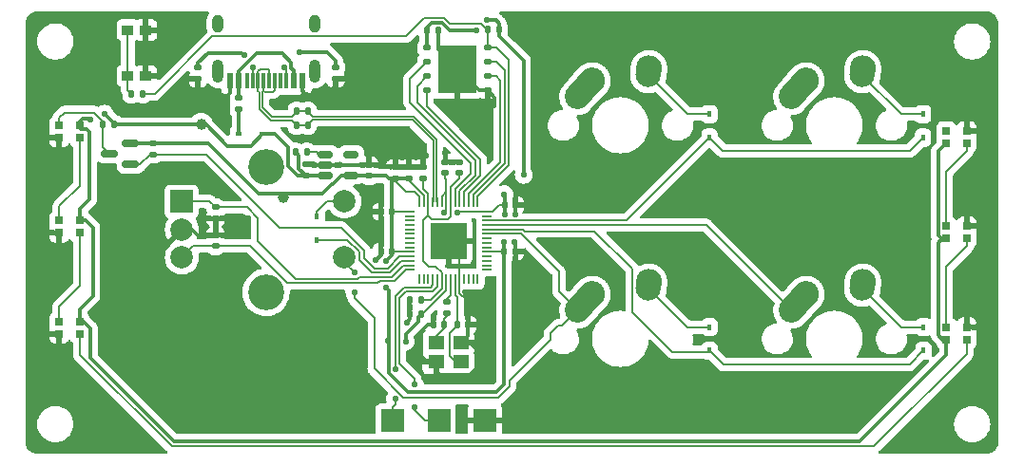
<source format=gbr>
%TF.GenerationSoftware,KiCad,Pcbnew,(6.0.1-0)*%
%TF.CreationDate,2022-12-29T15:08:46-03:00*%
%TF.ProjectId,macro,6d616372-6f2e-46b6-9963-61645f706362,rev?*%
%TF.SameCoordinates,Original*%
%TF.FileFunction,Copper,L2,Bot*%
%TF.FilePolarity,Positive*%
%FSLAX46Y46*%
G04 Gerber Fmt 4.6, Leading zero omitted, Abs format (unit mm)*
G04 Created by KiCad (PCBNEW (6.0.1-0)) date 2022-12-29 15:08:46*
%MOMM*%
%LPD*%
G01*
G04 APERTURE LIST*
G04 Aperture macros list*
%AMRoundRect*
0 Rectangle with rounded corners*
0 $1 Rounding radius*
0 $2 $3 $4 $5 $6 $7 $8 $9 X,Y pos of 4 corners*
0 Add a 4 corners polygon primitive as box body*
4,1,4,$2,$3,$4,$5,$6,$7,$8,$9,$2,$3,0*
0 Add four circle primitives for the rounded corners*
1,1,$1+$1,$2,$3*
1,1,$1+$1,$4,$5*
1,1,$1+$1,$6,$7*
1,1,$1+$1,$8,$9*
0 Add four rect primitives between the rounded corners*
20,1,$1+$1,$2,$3,$4,$5,0*
20,1,$1+$1,$4,$5,$6,$7,0*
20,1,$1+$1,$6,$7,$8,$9,0*
20,1,$1+$1,$8,$9,$2,$3,0*%
%AMHorizOval*
0 Thick line with rounded ends*
0 $1 width*
0 $2 $3 position (X,Y) of the first rounded end (center of the circle)*
0 $4 $5 position (X,Y) of the second rounded end (center of the circle)*
0 Add line between two ends*
20,1,$1,$2,$3,$4,$5,0*
0 Add two circle primitives to create the rounded ends*
1,1,$1,$2,$3*
1,1,$1,$4,$5*%
G04 Aperture macros list end*
%TA.AperFunction,SMDPad,CuDef*%
%ADD10C,1.000000*%
%TD*%
%TA.AperFunction,ComponentPad*%
%ADD11C,2.250000*%
%TD*%
%TA.AperFunction,ComponentPad*%
%ADD12HorizOval,2.250000X0.655001X0.730000X-0.655001X-0.730000X0*%
%TD*%
%TA.AperFunction,ComponentPad*%
%ADD13HorizOval,2.250000X0.020000X0.290000X-0.020000X-0.290000X0*%
%TD*%
%TA.AperFunction,ComponentPad*%
%ADD14R,2.000000X2.000000*%
%TD*%
%TA.AperFunction,ComponentPad*%
%ADD15C,2.000000*%
%TD*%
%TA.AperFunction,ComponentPad*%
%ADD16C,3.200000*%
%TD*%
%TA.AperFunction,SMDPad,CuDef*%
%ADD17RoundRect,0.135000X0.135000X0.185000X-0.135000X0.185000X-0.135000X-0.185000X0.135000X-0.185000X0*%
%TD*%
%TA.AperFunction,SMDPad,CuDef*%
%ADD18R,0.700000X0.700000*%
%TD*%
%TA.AperFunction,SMDPad,CuDef*%
%ADD19RoundRect,0.135000X-0.135000X-0.185000X0.135000X-0.185000X0.135000X0.185000X-0.135000X0.185000X0*%
%TD*%
%TA.AperFunction,SMDPad,CuDef*%
%ADD20R,1.400000X1.200000*%
%TD*%
%TA.AperFunction,SMDPad,CuDef*%
%ADD21R,0.450000X0.600000*%
%TD*%
%TA.AperFunction,SMDPad,CuDef*%
%ADD22R,0.600000X1.450000*%
%TD*%
%TA.AperFunction,SMDPad,CuDef*%
%ADD23R,0.300000X1.450000*%
%TD*%
%TA.AperFunction,ComponentPad*%
%ADD24O,1.000000X1.600000*%
%TD*%
%TA.AperFunction,ComponentPad*%
%ADD25O,1.000000X2.100000*%
%TD*%
%TA.AperFunction,SMDPad,CuDef*%
%ADD26RoundRect,0.140000X0.140000X0.170000X-0.140000X0.170000X-0.140000X-0.170000X0.140000X-0.170000X0*%
%TD*%
%TA.AperFunction,SMDPad,CuDef*%
%ADD27RoundRect,0.140000X-0.140000X-0.170000X0.140000X-0.170000X0.140000X0.170000X-0.140000X0.170000X0*%
%TD*%
%TA.AperFunction,SMDPad,CuDef*%
%ADD28R,2.000000X2.000000*%
%TD*%
%TA.AperFunction,SMDPad,CuDef*%
%ADD29RoundRect,0.135000X-0.185000X0.135000X-0.185000X-0.135000X0.185000X-0.135000X0.185000X0.135000X0*%
%TD*%
%TA.AperFunction,SMDPad,CuDef*%
%ADD30RoundRect,0.147500X-0.172500X0.147500X-0.172500X-0.147500X0.172500X-0.147500X0.172500X0.147500X0*%
%TD*%
%TA.AperFunction,SMDPad,CuDef*%
%ADD31RoundRect,0.125000X0.250000X0.125000X-0.250000X0.125000X-0.250000X-0.125000X0.250000X-0.125000X0*%
%TD*%
%TA.AperFunction,SMDPad,CuDef*%
%ADD32R,3.400000X4.300000*%
%TD*%
%TA.AperFunction,SMDPad,CuDef*%
%ADD33RoundRect,0.140000X0.170000X-0.140000X0.170000X0.140000X-0.170000X0.140000X-0.170000X-0.140000X0*%
%TD*%
%TA.AperFunction,SMDPad,CuDef*%
%ADD34RoundRect,0.140000X-0.170000X0.140000X-0.170000X-0.140000X0.170000X-0.140000X0.170000X0.140000X0*%
%TD*%
%TA.AperFunction,SMDPad,CuDef*%
%ADD35RoundRect,0.150000X-0.512500X-0.150000X0.512500X-0.150000X0.512500X0.150000X-0.512500X0.150000X0*%
%TD*%
%TA.AperFunction,SMDPad,CuDef*%
%ADD36R,0.600000X0.450000*%
%TD*%
%TA.AperFunction,SMDPad,CuDef*%
%ADD37RoundRect,0.135000X0.185000X-0.135000X0.185000X0.135000X-0.185000X0.135000X-0.185000X-0.135000X0*%
%TD*%
%TA.AperFunction,SMDPad,CuDef*%
%ADD38RoundRect,0.050000X0.387500X0.050000X-0.387500X0.050000X-0.387500X-0.050000X0.387500X-0.050000X0*%
%TD*%
%TA.AperFunction,SMDPad,CuDef*%
%ADD39RoundRect,0.050000X0.050000X0.387500X-0.050000X0.387500X-0.050000X-0.387500X0.050000X-0.387500X0*%
%TD*%
%TA.AperFunction,SMDPad,CuDef*%
%ADD40R,3.200000X3.200000*%
%TD*%
%TA.AperFunction,SMDPad,CuDef*%
%ADD41RoundRect,0.150000X0.587500X0.150000X-0.587500X0.150000X-0.587500X-0.150000X0.587500X-0.150000X0*%
%TD*%
%TA.AperFunction,SMDPad,CuDef*%
%ADD42R,1.000000X0.900000*%
%TD*%
%TA.AperFunction,ViaPad*%
%ADD43C,0.560000*%
%TD*%
%TA.AperFunction,Conductor*%
%ADD44C,0.300000*%
%TD*%
%TA.AperFunction,Conductor*%
%ADD45C,0.180000*%
%TD*%
%TA.AperFunction,Conductor*%
%ADD46C,0.152400*%
%TD*%
G04 APERTURE END LIST*
D10*
%TO.P,TP2,1,1*%
%TO.N,+3.3V*%
X129070000Y-94900000D03*
%TD*%
%TO.P,TP1,1,1*%
%TO.N,+5V*%
X121730000Y-88350000D03*
%TD*%
D11*
%TO.P,MX2,1,COL*%
%TO.N,COL1*%
X175612500Y-84450000D03*
D12*
X174957501Y-85180000D03*
D13*
%TO.P,MX2,2,ROW*%
%TO.N,Net-(D3-Pad2)*%
X180632500Y-83660000D03*
D11*
X180652500Y-83370000D03*
%TD*%
D14*
%TO.P,SW1,A,A*%
%TO.N,ROT0*%
X120000000Y-95250000D03*
D15*
%TO.P,SW1,B,B*%
%TO.N,ROT1*%
X120000000Y-100250000D03*
%TO.P,SW1,C,C*%
%TO.N,GND*%
X120000000Y-97750000D03*
D16*
%TO.P,SW1,MP*%
%TO.N,N/C*%
X127500000Y-103350000D03*
X127500000Y-92150000D03*
D15*
%TO.P,SW1,S1,S1*%
%TO.N,COL0*%
X134500000Y-100250000D03*
%TO.P,SW1,S2,S2*%
%TO.N,Net-(D6-Pad2)*%
X134500000Y-95250000D03*
%TD*%
D12*
%TO.P,MX3,1,COL*%
%TO.N,COL0*%
X155907501Y-104230000D03*
D11*
X156562500Y-103500000D03*
D13*
%TO.P,MX3,2,ROW*%
%TO.N,Net-(D4-Pad2)*%
X161582500Y-102710000D03*
D11*
X161602500Y-102420000D03*
%TD*%
%TO.P,MX4,1,COL*%
%TO.N,COL1*%
X175612500Y-103500000D03*
D12*
X174957501Y-104230000D03*
D13*
%TO.P,MX4,2,ROW*%
%TO.N,Net-(D5-Pad2)*%
X180632500Y-102710000D03*
D11*
X180652500Y-102420000D03*
%TD*%
D12*
%TO.P,MX1,1,COL*%
%TO.N,COL0*%
X155907501Y-85180000D03*
D11*
X156562500Y-84450000D03*
D13*
%TO.P,MX1,2,ROW*%
%TO.N,Net-(D2-Pad2)*%
X161582500Y-83660000D03*
D11*
X161602500Y-83370000D03*
%TD*%
D17*
%TO.P,R9,1*%
%TO.N,+5V*%
X114010000Y-88390000D03*
%TO.P,R9,2*%
%TO.N,LED_DIN_5V*%
X112990000Y-88390000D03*
%TD*%
D18*
%TO.P,D9,1,VDD*%
%TO.N,+5V*%
X110915000Y-105950000D03*
%TO.P,D9,2,DOUT*%
%TO.N,Net-(D12-Pad4)*%
X110915000Y-107050000D03*
%TO.P,D9,3,VSS*%
%TO.N,GND*%
X109085000Y-107050000D03*
%TO.P,D9,4,DIN*%
%TO.N,Net-(D8-Pad2)*%
X109085000Y-105950000D03*
%TD*%
D19*
%TO.P,R6,1*%
%TO.N,D-*%
X130210000Y-88430000D03*
%TO.P,R6,2*%
X131230000Y-88430000D03*
%TD*%
D20*
%TO.P,Y1,1,1*%
%TO.N,Net-(C7-Pad2)*%
X142650000Y-107860000D03*
%TO.P,Y1,2,2*%
%TO.N,GND*%
X144850000Y-107860000D03*
%TO.P,Y1,3,3*%
%TO.N,Net-(C6-Pad2)*%
X144850000Y-109560000D03*
%TO.P,Y1,4,4*%
%TO.N,GND*%
X142650000Y-109560000D03*
%TD*%
D19*
%TO.P,R5,1*%
%TO.N,D+*%
X130210000Y-87180000D03*
%TO.P,R5,2*%
X131230000Y-87180000D03*
%TD*%
D21*
%TO.P,D6,1,K*%
%TO.N,ROW2*%
X132040000Y-98650000D03*
%TO.P,D6,2,A*%
%TO.N,Net-(D6-Pad2)*%
X132040000Y-96550000D03*
%TD*%
D22*
%TO.P,USB1,1,GND*%
%TO.N,GND*%
X124325000Y-84500000D03*
%TO.P,USB1,2,VBUS*%
%TO.N,VBUS*%
X125100000Y-84500000D03*
D23*
%TO.P,USB1,3,SBU2*%
%TO.N,unconnected-(USB1-Pad3)*%
X125800000Y-84500000D03*
%TO.P,USB1,4,CC1*%
%TO.N,Net-(R1-Pad1)*%
X126300000Y-84500000D03*
%TO.P,USB1,5,DN2*%
%TO.N,D-*%
X126800000Y-84500000D03*
%TO.P,USB1,6,DP1*%
%TO.N,D+*%
X127300000Y-84500000D03*
%TO.P,USB1,7,DN1*%
%TO.N,D-*%
X127800000Y-84500000D03*
%TO.P,USB1,8,DP2*%
%TO.N,D+*%
X128300000Y-84500000D03*
%TO.P,USB1,9,SBU1*%
%TO.N,unconnected-(USB1-Pad9)*%
X128800000Y-84500000D03*
%TO.P,USB1,10,CC2*%
%TO.N,Net-(R2-Pad1)*%
X129300000Y-84500000D03*
D22*
%TO.P,USB1,11,VBUS*%
%TO.N,VBUS*%
X130000000Y-84500000D03*
%TO.P,USB1,12,GND*%
%TO.N,GND*%
X130775000Y-84500000D03*
D24*
%TO.P,USB1,13,SHIELD*%
%TO.N,unconnected-(USB1-Pad13)*%
X123230000Y-79405000D03*
X131870000Y-79405000D03*
D25*
X131870000Y-83585000D03*
X123230000Y-83585000D03*
%TD*%
D21*
%TO.P,D3,1,K*%
%TO.N,ROW0*%
X186000000Y-89550000D03*
%TO.P,D3,2,A*%
%TO.N,Net-(D3-Pad2)*%
X186000000Y-87450000D03*
%TD*%
D18*
%TO.P,D11,1,VDD*%
%TO.N,+5V*%
X188085000Y-98550000D03*
%TO.P,D11,2,DOUT*%
%TO.N,Net-(D11-Pad2)*%
X188085000Y-97450000D03*
%TO.P,D11,3,VSS*%
%TO.N,GND*%
X189915000Y-97450000D03*
%TO.P,D11,4,DIN*%
%TO.N,Net-(D11-Pad4)*%
X189915000Y-98550000D03*
%TD*%
D26*
%TO.P,C9,1*%
%TO.N,+3.3V*%
X138720000Y-96130000D03*
%TO.P,C9,2*%
%TO.N,GND*%
X137760000Y-96130000D03*
%TD*%
D18*
%TO.P,D12,1,VDD*%
%TO.N,+5V*%
X188085000Y-107550000D03*
%TO.P,D12,2,DOUT*%
%TO.N,Net-(D11-Pad4)*%
X188085000Y-106450000D03*
%TO.P,D12,3,VSS*%
%TO.N,GND*%
X189915000Y-106450000D03*
%TO.P,D12,4,DIN*%
%TO.N,Net-(D12-Pad4)*%
X189915000Y-107550000D03*
%TD*%
D27*
%TO.P,C3,1*%
%TO.N,+3.3V*%
X141845000Y-79990000D03*
%TO.P,C3,2*%
%TO.N,GND*%
X142805000Y-79990000D03*
%TD*%
D18*
%TO.P,D7,1,VDD*%
%TO.N,+5V*%
X110915000Y-88450000D03*
%TO.P,D7,2,DOUT*%
%TO.N,Net-(D7-Pad2)*%
X110915000Y-89550000D03*
%TO.P,D7,3,VSS*%
%TO.N,GND*%
X109085000Y-89550000D03*
%TO.P,D7,4,DIN*%
%TO.N,LED_DIN_5V*%
X109085000Y-88450000D03*
%TD*%
%TO.P,D8,1,VDD*%
%TO.N,+5V*%
X110915000Y-96950000D03*
%TO.P,D8,2,DOUT*%
%TO.N,Net-(D8-Pad2)*%
X110915000Y-98050000D03*
%TO.P,D8,3,VSS*%
%TO.N,GND*%
X109085000Y-98050000D03*
%TO.P,D8,4,DIN*%
%TO.N,Net-(D7-Pad2)*%
X109085000Y-96950000D03*
%TD*%
D28*
%TO.P,J2,1,Pin_1*%
%TO.N,SWD*%
X138750000Y-114750000D03*
%TD*%
D21*
%TO.P,D5,1,K*%
%TO.N,ROW1*%
X186050000Y-108550000D03*
%TO.P,D5,2,A*%
%TO.N,Net-(D5-Pad2)*%
X186050000Y-106450000D03*
%TD*%
D29*
%TO.P,R2,1*%
%TO.N,Net-(R2-Pad1)*%
X133710000Y-83295000D03*
%TO.P,R2,2*%
%TO.N,GND*%
X133710000Y-84315000D03*
%TD*%
D30*
%TO.P,F1,1*%
%TO.N,VBUS*%
X125100000Y-86030000D03*
%TO.P,F1,2*%
%TO.N,Net-(D1-Pad2)*%
X125100000Y-87000000D03*
%TD*%
D31*
%TO.P,U2,1,~{CS}*%
%TO.N,QSPI_SS*%
X147245000Y-81530000D03*
%TO.P,U2,2,DO(IO1)*%
%TO.N,QSPI_SD1*%
X147245000Y-82800000D03*
%TO.P,U2,3,IO2*%
%TO.N,QSPI_SD2*%
X147245000Y-84070000D03*
%TO.P,U2,4,GND*%
%TO.N,GND*%
X147245000Y-85340000D03*
%TO.P,U2,5,DI(IO0)*%
%TO.N,QSPI_SD0*%
X141845000Y-85340000D03*
%TO.P,U2,6,CLK*%
%TO.N,QSPI_CLK*%
X141845000Y-84070000D03*
%TO.P,U2,7,IO3*%
%TO.N,QSPI_SD3*%
X141845000Y-82800000D03*
%TO.P,U2,8,VCC*%
%TO.N,+3.3V*%
X141845000Y-81530000D03*
D32*
%TO.P,U2,9,EP*%
%TO.N,GND*%
X144545000Y-83435000D03*
%TD*%
D29*
%TO.P,R8,1*%
%TO.N,+3.3V*%
X117460000Y-90040000D03*
%TO.P,R8,2*%
%TO.N,LED_DIN_3V3*%
X117460000Y-91060000D03*
%TD*%
D27*
%TO.P,C10,1*%
%TO.N,+3.3V*%
X148740000Y-95580000D03*
%TO.P,C10,2*%
%TO.N,GND*%
X149700000Y-95580000D03*
%TD*%
D26*
%TO.P,C6,1*%
%TO.N,GND*%
X145480000Y-106240000D03*
%TO.P,C6,2*%
%TO.N,Net-(C6-Pad2)*%
X144520000Y-106240000D03*
%TD*%
D33*
%TO.P,C2,1*%
%TO.N,+3.3V*%
X136697500Y-92960000D03*
%TO.P,C2,2*%
%TO.N,GND*%
X136697500Y-92000000D03*
%TD*%
D34*
%TO.P,C4,1*%
%TO.N,ROT0*%
X123000000Y-95770000D03*
%TO.P,C4,2*%
%TO.N,GND*%
X123000000Y-96730000D03*
%TD*%
D35*
%TO.P,U1,1,VIN*%
%TO.N,+5V*%
X132810000Y-92930000D03*
%TO.P,U1,2,GND*%
%TO.N,GND*%
X132810000Y-91980000D03*
%TO.P,U1,3,EN*%
%TO.N,Net-(R10-Pad2)*%
X132810000Y-91030000D03*
%TO.P,U1,4,NC*%
%TO.N,unconnected-(U1-Pad4)*%
X135085000Y-91030000D03*
%TO.P,U1,5,VOUT*%
%TO.N,+3.3V*%
X135085000Y-92930000D03*
%TD*%
D33*
%TO.P,C13,1*%
%TO.N,+3.3V*%
X140250000Y-93170000D03*
%TO.P,C13,2*%
%TO.N,GND*%
X140250000Y-92210000D03*
%TD*%
D21*
%TO.P,D4,1,K*%
%TO.N,ROW1*%
X167000000Y-108550000D03*
%TO.P,D4,2,A*%
%TO.N,Net-(D4-Pad2)*%
X167000000Y-106450000D03*
%TD*%
D19*
%TO.P,R4,1*%
%TO.N,BOOTSEL*%
X115500000Y-85640000D03*
%TO.P,R4,2*%
%TO.N,QSPI_SS*%
X116520000Y-85640000D03*
%TD*%
D27*
%TO.P,C14,1*%
%TO.N,+3.3V*%
X148710000Y-99740000D03*
%TO.P,C14,2*%
%TO.N,GND*%
X149670000Y-99740000D03*
%TD*%
D28*
%TO.P,J1,1,Pin_1*%
%TO.N,GND*%
X147000000Y-114750000D03*
%TD*%
D21*
%TO.P,D2,1,K*%
%TO.N,ROW0*%
X167000000Y-89550000D03*
%TO.P,D2,2,A*%
%TO.N,Net-(D2-Pad2)*%
X167000000Y-87450000D03*
%TD*%
D26*
%TO.P,C12,1*%
%TO.N,+3.3V*%
X141290000Y-105270000D03*
%TO.P,C12,2*%
%TO.N,GND*%
X140330000Y-105270000D03*
%TD*%
D33*
%TO.P,C15,1*%
%TO.N,+3.3V*%
X139000000Y-93170000D03*
%TO.P,C15,2*%
%TO.N,GND*%
X139000000Y-92210000D03*
%TD*%
D36*
%TO.P,D1,1,K*%
%TO.N,+5V*%
X127180000Y-89240000D03*
%TO.P,D1,2,A*%
%TO.N,Net-(D1-Pad2)*%
X125080000Y-89240000D03*
%TD*%
D27*
%TO.P,C7,1*%
%TO.N,GND*%
X142430000Y-106230000D03*
%TO.P,C7,2*%
%TO.N,Net-(C7-Pad2)*%
X143390000Y-106230000D03*
%TD*%
D33*
%TO.P,C1,1*%
%TO.N,+5V*%
X131110000Y-92920000D03*
%TO.P,C1,2*%
%TO.N,GND*%
X131110000Y-91960000D03*
%TD*%
%TO.P,C16,1*%
%TO.N,+1V1*%
X141500000Y-93170000D03*
%TO.P,C16,2*%
%TO.N,GND*%
X141500000Y-92210000D03*
%TD*%
D37*
%TO.P,R7,1*%
%TO.N,Net-(C7-Pad2)*%
X143620000Y-105190000D03*
%TO.P,R7,2*%
%TO.N,Net-(R7-Pad2)*%
X143620000Y-104170000D03*
%TD*%
D34*
%TO.P,C5,1*%
%TO.N,GND*%
X123000000Y-98260000D03*
%TO.P,C5,2*%
%TO.N,ROT1*%
X123000000Y-99220000D03*
%TD*%
D17*
%TO.P,R3,1*%
%TO.N,+3.3V*%
X148265000Y-79925000D03*
%TO.P,R3,2*%
%TO.N,QSPI_SS*%
X147245000Y-79925000D03*
%TD*%
D26*
%TO.P,C17,1*%
%TO.N,+1V1*%
X141290000Y-104030000D03*
%TO.P,C17,2*%
%TO.N,GND*%
X140330000Y-104030000D03*
%TD*%
D18*
%TO.P,D10,1,VDD*%
%TO.N,+5V*%
X188085000Y-90050000D03*
%TO.P,D10,2,DOUT*%
%TO.N,unconnected-(D10-Pad2)*%
X188085000Y-88950000D03*
%TO.P,D10,3,VSS*%
%TO.N,GND*%
X189915000Y-88950000D03*
%TO.P,D10,4,DIN*%
%TO.N,Net-(D11-Pad2)*%
X189915000Y-90050000D03*
%TD*%
D29*
%TO.P,R1,1*%
%TO.N,Net-(R1-Pad1)*%
X121460000Y-83295000D03*
%TO.P,R1,2*%
%TO.N,GND*%
X121460000Y-84315000D03*
%TD*%
D38*
%TO.P,U3,1,IOVDD*%
%TO.N,+3.3V*%
X147187500Y-96140000D03*
%TO.P,U3,2,GPIO0*%
%TO.N,unconnected-(U3-Pad2)*%
X147187500Y-96540000D03*
%TO.P,U3,3,GPIO1*%
%TO.N,ROW0*%
X147187500Y-96940000D03*
%TO.P,U3,4,GPIO2*%
%TO.N,COL1*%
X147187500Y-97340000D03*
%TO.P,U3,5,GPIO3*%
%TO.N,ROW1*%
X147187500Y-97740000D03*
%TO.P,U3,6,GPIO4*%
%TO.N,COL0*%
X147187500Y-98140000D03*
%TO.P,U3,7,GPIO5*%
%TO.N,unconnected-(U3-Pad7)*%
X147187500Y-98540000D03*
%TO.P,U3,8,GPIO6*%
%TO.N,unconnected-(U3-Pad8)*%
X147187500Y-98940000D03*
%TO.P,U3,9,GPIO7*%
%TO.N,unconnected-(U3-Pad9)*%
X147187500Y-99340000D03*
%TO.P,U3,10,IOVDD*%
%TO.N,+3.3V*%
X147187500Y-99740000D03*
%TO.P,U3,11,GPIO8*%
%TO.N,unconnected-(U3-Pad11)*%
X147187500Y-100140000D03*
%TO.P,U3,12,GPIO9*%
%TO.N,unconnected-(U3-Pad12)*%
X147187500Y-100540000D03*
%TO.P,U3,13,GPIO10*%
%TO.N,unconnected-(U3-Pad13)*%
X147187500Y-100940000D03*
%TO.P,U3,14,GPIO11*%
%TO.N,unconnected-(U3-Pad14)*%
X147187500Y-101340000D03*
D39*
%TO.P,U3,15,GPIO12*%
%TO.N,unconnected-(U3-Pad15)*%
X146350000Y-102177500D03*
%TO.P,U3,16,GPIO13*%
%TO.N,unconnected-(U3-Pad16)*%
X145950000Y-102177500D03*
%TO.P,U3,17,GPIO14*%
%TO.N,unconnected-(U3-Pad17)*%
X145550000Y-102177500D03*
%TO.P,U3,18,GPIO15*%
%TO.N,unconnected-(U3-Pad18)*%
X145150000Y-102177500D03*
%TO.P,U3,19,TESTEN*%
%TO.N,GND*%
X144750000Y-102177500D03*
%TO.P,U3,20,XIN*%
%TO.N,Net-(C6-Pad2)*%
X144350000Y-102177500D03*
%TO.P,U3,21,XOUT*%
%TO.N,Net-(R7-Pad2)*%
X143950000Y-102177500D03*
%TO.P,U3,22,IOVDD*%
%TO.N,+3.3V*%
X143550000Y-102177500D03*
%TO.P,U3,23,DVDD*%
%TO.N,+1V1*%
X143150000Y-102177500D03*
%TO.P,U3,24,SWCLK*%
%TO.N,SWCLK*%
X142750000Y-102177500D03*
%TO.P,U3,25,SWD*%
%TO.N,SWD*%
X142350000Y-102177500D03*
%TO.P,U3,26,RUN*%
%TO.N,unconnected-(U3-Pad26)*%
X141950000Y-102177500D03*
%TO.P,U3,27,GPIO16*%
%TO.N,unconnected-(U3-Pad27)*%
X141550000Y-102177500D03*
%TO.P,U3,28,GPIO17*%
%TO.N,unconnected-(U3-Pad28)*%
X141150000Y-102177500D03*
D38*
%TO.P,U3,29,GPIO18*%
%TO.N,ROT1*%
X140312500Y-101340000D03*
%TO.P,U3,30,GPIO19*%
%TO.N,ROT0*%
X140312500Y-100940000D03*
%TO.P,U3,31,GPIO20*%
%TO.N,ROW2*%
X140312500Y-100540000D03*
%TO.P,U3,32,GPIO21*%
%TO.N,LED_DIN_3V3*%
X140312500Y-100140000D03*
%TO.P,U3,33,IOVDD*%
%TO.N,+3.3V*%
X140312500Y-99740000D03*
%TO.P,U3,34,GPIO22*%
%TO.N,unconnected-(U3-Pad34)*%
X140312500Y-99340000D03*
%TO.P,U3,35,GPIO23*%
%TO.N,unconnected-(U3-Pad35)*%
X140312500Y-98940000D03*
%TO.P,U3,36,GPIO24*%
%TO.N,unconnected-(U3-Pad36)*%
X140312500Y-98540000D03*
%TO.P,U3,37,GPIO25*%
%TO.N,unconnected-(U3-Pad37)*%
X140312500Y-98140000D03*
%TO.P,U3,38,GPIO26_ADC0*%
%TO.N,unconnected-(U3-Pad38)*%
X140312500Y-97740000D03*
%TO.P,U3,39,GPIO27_ADC1*%
%TO.N,unconnected-(U3-Pad39)*%
X140312500Y-97340000D03*
%TO.P,U3,40,GPIO28_ADC2*%
%TO.N,unconnected-(U3-Pad40)*%
X140312500Y-96940000D03*
%TO.P,U3,41,GPIO29_ADC3*%
%TO.N,unconnected-(U3-Pad41)*%
X140312500Y-96540000D03*
%TO.P,U3,42,IOVDD*%
%TO.N,+3.3V*%
X140312500Y-96140000D03*
D39*
%TO.P,U3,43,ADC_AVDD*%
X141150000Y-95302500D03*
%TO.P,U3,44,VREG_IN*%
X141550000Y-95302500D03*
%TO.P,U3,45,VREG_VOUT*%
%TO.N,+1V1*%
X141950000Y-95302500D03*
%TO.P,U3,46,USB_DM*%
%TO.N,D-*%
X142350000Y-95302500D03*
%TO.P,U3,47,USB_DP*%
%TO.N,D+*%
X142750000Y-95302500D03*
%TO.P,U3,48,USB_VDD*%
%TO.N,+3.3V*%
X143150000Y-95302500D03*
%TO.P,U3,49,IOVDD*%
X143550000Y-95302500D03*
%TO.P,U3,50,DVDD*%
%TO.N,+1V1*%
X143950000Y-95302500D03*
%TO.P,U3,51,QSPI_SD3*%
%TO.N,QSPI_SD3*%
X144350000Y-95302500D03*
%TO.P,U3,52,QSPI_SCLK*%
%TO.N,QSPI_CLK*%
X144750000Y-95302500D03*
%TO.P,U3,53,QSPI_SD0*%
%TO.N,QSPI_SD0*%
X145150000Y-95302500D03*
%TO.P,U3,54,QSPI_SD2*%
%TO.N,QSPI_SD2*%
X145550000Y-95302500D03*
%TO.P,U3,55,QSPI_SD1*%
%TO.N,QSPI_SD1*%
X145950000Y-95302500D03*
%TO.P,U3,56,QSPI_SS*%
%TO.N,QSPI_SS*%
X146350000Y-95302500D03*
D40*
%TO.P,U3,57,GND*%
%TO.N,GND*%
X143750000Y-98740000D03*
%TD*%
D19*
%TO.P,R10,1*%
%TO.N,+5V*%
X130130000Y-90840000D03*
%TO.P,R10,2*%
%TO.N,Net-(R10-Pad2)*%
X131150000Y-90840000D03*
%TD*%
D33*
%TO.P,C8,1*%
%TO.N,+3.3V*%
X143445000Y-92710000D03*
%TO.P,C8,2*%
%TO.N,GND*%
X143445000Y-91750000D03*
%TD*%
D26*
%TO.P,C11,1*%
%TO.N,+3.3V*%
X138710000Y-99740000D03*
%TO.P,C11,2*%
%TO.N,GND*%
X137750000Y-99740000D03*
%TD*%
D28*
%TO.P,J3,1,Pin_1*%
%TO.N,SWCLK*%
X142890000Y-114750000D03*
%TD*%
D41*
%TO.P,Q1,1,G*%
%TO.N,+3.3V*%
X115447500Y-90050000D03*
%TO.P,Q1,2,S*%
%TO.N,LED_DIN_3V3*%
X115447500Y-91950000D03*
%TO.P,Q1,3,D*%
%TO.N,LED_DIN_5V*%
X113572500Y-91000000D03*
%TD*%
D42*
%TO.P,SW2,1,1*%
%TO.N,BOOTSEL*%
X115200000Y-84050000D03*
X115200000Y-79950000D03*
%TO.P,SW2,2,2*%
%TO.N,GND*%
X116800000Y-79950000D03*
X116800000Y-84050000D03*
%TD*%
D33*
%TO.P,C18,1*%
%TO.N,+1V1*%
X144695000Y-92710000D03*
%TO.P,C18,2*%
%TO.N,GND*%
X144695000Y-91750000D03*
%TD*%
D43*
%TO.N,GND*%
X190850000Y-106430000D03*
X191010000Y-97460000D03*
X190840000Y-88950000D03*
X109050000Y-108310000D03*
X109080000Y-99090000D03*
X109080000Y-90580000D03*
%TO.N,+5V*%
X113136840Y-87403160D03*
%TO.N,GND*%
X125930000Y-96720000D03*
X140020000Y-106040000D03*
X143430000Y-90920000D03*
X141710000Y-91120000D03*
X147795000Y-86685000D03*
X143750000Y-98740000D03*
X142610000Y-99840000D03*
X122230000Y-85850000D03*
X144730000Y-97760000D03*
X142650000Y-97680000D03*
X149660000Y-98890000D03*
X131070000Y-85700000D03*
%TO.N,+5V*%
X111880000Y-87899500D03*
%TO.N,GND*%
X149690000Y-96364300D03*
X137299993Y-100500008D03*
X144750000Y-99810000D03*
X137780000Y-93830000D03*
%TO.N,COL0*%
X135390000Y-101590500D03*
X135370000Y-103379500D03*
%TO.N,+3.3V*%
X138390000Y-107700000D03*
X143366303Y-96214300D03*
X148730000Y-94590000D03*
X148720000Y-98900000D03*
X150440000Y-92870000D03*
X138218084Y-100520464D03*
X146255000Y-79965000D03*
X138200000Y-102925700D03*
X139943340Y-107720000D03*
X144525700Y-96235332D03*
X147188499Y-79089819D03*
X148750000Y-96364300D03*
%TO.N,SWD*%
X138998160Y-112851840D03*
X139069520Y-110210000D03*
%TO.N,SWCLK*%
X140760000Y-111600500D03*
X140750000Y-113620000D03*
%TO.N,Net-(R1-Pad1)*%
X125570000Y-82190000D03*
X126318384Y-83286126D03*
%TO.N,Net-(R2-Pad1)*%
X130470000Y-81940000D03*
X129105651Y-83300370D03*
%TD*%
D44*
%TO.N,+5V*%
X188085000Y-107550000D02*
X187745978Y-107550000D01*
X187745978Y-107550000D02*
X187365489Y-107169511D01*
X187365489Y-107169511D02*
X187365489Y-98924511D01*
X187365489Y-98924511D02*
X187740000Y-98550000D01*
X187740000Y-98550000D02*
X188085000Y-98550000D01*
X188085000Y-98550000D02*
X187670000Y-98550000D01*
X187670000Y-98550000D02*
X187365489Y-98245489D01*
X187365489Y-98245489D02*
X187365489Y-90769511D01*
X187365489Y-90769511D02*
X188085000Y-90050000D01*
D45*
%TO.N,Net-(D7-Pad2)*%
X110915000Y-89550000D02*
X110915000Y-93855000D01*
X110915000Y-93855000D02*
X109085000Y-95685000D01*
X109085000Y-95685000D02*
X109085000Y-96950000D01*
%TO.N,Net-(D8-Pad2)*%
X110915000Y-98050000D02*
X110915000Y-102785000D01*
X110915000Y-102785000D02*
X109085000Y-104615000D01*
X109085000Y-104615000D02*
X109085000Y-105950000D01*
%TO.N,Net-(D11-Pad2)*%
X189915000Y-90050000D02*
X189915000Y-90765000D01*
X189915000Y-90765000D02*
X188085000Y-92595000D01*
X188085000Y-92595000D02*
X188085000Y-97450000D01*
%TO.N,Net-(D11-Pad4)*%
X189915000Y-98550000D02*
X189915000Y-99235000D01*
X189915000Y-99235000D02*
X188085000Y-101065000D01*
X188085000Y-101065000D02*
X188085000Y-106450000D01*
D44*
%TO.N,GND*%
X190830000Y-106450000D02*
X190850000Y-106430000D01*
X189915000Y-106450000D02*
X190830000Y-106450000D01*
X190840000Y-88950000D02*
X189915000Y-88950000D01*
X191000000Y-97450000D02*
X191010000Y-97460000D01*
X189915000Y-97450000D02*
X191000000Y-97450000D01*
%TO.N,+5V*%
X110915000Y-105950000D02*
X111254022Y-105950000D01*
X111254022Y-105950000D02*
X111839860Y-106535838D01*
X119290680Y-116620960D02*
X180370000Y-116620960D01*
X111839860Y-109170140D02*
X119290680Y-116620960D01*
X111839860Y-106535838D02*
X111839860Y-109170140D01*
X180370000Y-116620960D02*
X188085000Y-108905960D01*
X188085000Y-108905960D02*
X188085000Y-107550000D01*
X110915000Y-96950000D02*
X111450000Y-96950000D01*
X111450000Y-96950000D02*
X112080000Y-97580000D01*
X110915000Y-104835000D02*
X110915000Y-105950000D01*
X112080000Y-97580000D02*
X112080000Y-103670000D01*
X112080000Y-103670000D02*
X110915000Y-104835000D01*
X110915000Y-88450000D02*
X110915000Y-88665000D01*
X110915000Y-88665000D02*
X111040000Y-88790000D01*
X111040000Y-88790000D02*
X111500000Y-88790000D01*
X110915000Y-95935000D02*
X110915000Y-96950000D01*
X111500000Y-88790000D02*
X111790000Y-89080000D01*
X111790000Y-89080000D02*
X111790000Y-95060000D01*
X111790000Y-95060000D02*
X110915000Y-95935000D01*
X110915000Y-88085000D02*
X110915000Y-88450000D01*
X111880000Y-87899500D02*
X111830500Y-87850000D01*
X111830500Y-87850000D02*
X111150000Y-87850000D01*
X111150000Y-87850000D02*
X110915000Y-88085000D01*
%TO.N,GND*%
X109085000Y-108275000D02*
X109050000Y-108310000D01*
X109085000Y-107050000D02*
X109085000Y-108275000D01*
X109085000Y-99085000D02*
X109080000Y-99090000D01*
X109085000Y-98050000D02*
X109085000Y-99085000D01*
%TO.N,+5V*%
X113136840Y-87403160D02*
X114010000Y-88276320D01*
X114010000Y-88276320D02*
X114010000Y-88390000D01*
%TO.N,GND*%
X109085000Y-90575000D02*
X109080000Y-90580000D01*
X109085000Y-89550000D02*
X109085000Y-90575000D01*
D45*
%TO.N,Net-(D12-Pad4)*%
X189915000Y-107550000D02*
X189915000Y-108825140D01*
X189915000Y-108825140D02*
X181659660Y-117080480D01*
X110915000Y-108895140D02*
X110915000Y-107050000D01*
X181659660Y-117080480D02*
X119100340Y-117080480D01*
X119100340Y-117080480D02*
X110915000Y-108895140D01*
D44*
%TO.N,GND*%
X147865300Y-85960300D02*
X147865300Y-86614700D01*
X149660000Y-98890000D02*
X149670000Y-98900000D01*
X147865300Y-86614700D02*
X147795000Y-86685000D01*
X137760000Y-96130000D02*
X137820000Y-96070000D01*
X142650000Y-109560000D02*
X141840000Y-109560000D01*
X141510000Y-92200000D02*
X141500000Y-92210000D01*
X142805000Y-81695000D02*
X144545000Y-83435000D01*
D46*
X145415000Y-104065000D02*
X145480000Y-104130000D01*
D44*
X137750000Y-96140000D02*
X137760000Y-96130000D01*
X124325000Y-85575000D02*
X124050000Y-85850000D01*
D46*
X143755000Y-98745000D02*
X143750000Y-98740000D01*
D44*
X130775000Y-85405000D02*
X131070000Y-85700000D01*
X147245000Y-85340000D02*
X147865300Y-85960300D01*
X140330000Y-105270000D02*
X140330000Y-104030000D01*
X141330000Y-106810000D02*
X141910000Y-106230000D01*
X124325000Y-84500000D02*
X124325000Y-85575000D01*
X137760000Y-93850000D02*
X137780000Y-93830000D01*
X141840000Y-109560000D02*
X141330000Y-109050000D01*
X141510000Y-91320000D02*
X141510000Y-92200000D01*
X131130000Y-91980000D02*
X131110000Y-91960000D01*
X122230000Y-85850000D02*
X121460000Y-85080000D01*
X143445000Y-90935000D02*
X143430000Y-90920000D01*
D46*
X144750000Y-99740000D02*
X143755000Y-98745000D01*
D44*
X149670000Y-98900000D02*
X149670000Y-99740000D01*
X136697500Y-92000000D02*
X137390000Y-92000000D01*
X146450000Y-85340000D02*
X144545000Y-83435000D01*
X140330000Y-105730000D02*
X140020000Y-106040000D01*
X147245000Y-85340000D02*
X146450000Y-85340000D01*
X140330000Y-105270000D02*
X140330000Y-105730000D01*
X124050000Y-85850000D02*
X122230000Y-85850000D01*
D46*
X143445000Y-91750000D02*
X144695000Y-91750000D01*
D44*
X123000000Y-96730000D02*
X123000000Y-98260000D01*
X137390000Y-92000000D02*
X137600000Y-92210000D01*
X137600000Y-92210000D02*
X139000000Y-92210000D01*
X142805000Y-79990000D02*
X142805000Y-81695000D01*
X145480000Y-107230000D02*
X144850000Y-107860000D01*
X146270000Y-108430000D02*
X146270000Y-110110000D01*
X143010000Y-110700000D02*
X142650000Y-110340000D01*
X143445000Y-91750000D02*
X143445000Y-90935000D01*
X122910000Y-98350000D02*
X123000000Y-98260000D01*
X133710000Y-84890000D02*
X133710000Y-84315000D01*
X121540000Y-98350000D02*
X122910000Y-98350000D01*
X125920000Y-96730000D02*
X125930000Y-96720000D01*
X136697500Y-92000000D02*
X132830000Y-92000000D01*
X137750000Y-99740000D02*
X137750000Y-96140000D01*
X145680000Y-110700000D02*
X143010000Y-110700000D01*
X146270000Y-110110000D02*
X145680000Y-110700000D01*
D46*
X145480000Y-104130000D02*
X145480000Y-106240000D01*
D44*
X132900000Y-85700000D02*
X133710000Y-84890000D01*
X131070000Y-85700000D02*
X132900000Y-85700000D01*
X137760000Y-96130000D02*
X137760000Y-93850000D01*
D46*
X144750000Y-102177500D02*
X144750000Y-99810000D01*
D44*
X132810000Y-91980000D02*
X131130000Y-91980000D01*
X141710000Y-91120000D02*
X141510000Y-91320000D01*
X142650000Y-110340000D02*
X142650000Y-109560000D01*
X123000000Y-96730000D02*
X125920000Y-96730000D01*
X141330000Y-109050000D02*
X141330000Y-106810000D01*
X137299993Y-100500008D02*
X137750000Y-100050001D01*
X132830000Y-92000000D02*
X132810000Y-91980000D01*
X141910000Y-106230000D02*
X142430000Y-106230000D01*
D46*
X144750000Y-103400000D02*
X145415000Y-104065000D01*
D44*
X149700000Y-96354300D02*
X149690000Y-96364300D01*
D46*
X144750000Y-99810000D02*
X144750000Y-99750000D01*
D44*
X149700000Y-95580000D02*
X149700000Y-96354300D01*
X116800000Y-79950000D02*
X116800000Y-84050000D01*
X137750000Y-100050001D02*
X137750000Y-99740000D01*
X145480000Y-106240000D02*
X145480000Y-107230000D01*
X141500000Y-92210000D02*
X139000000Y-92210000D01*
X145700000Y-107860000D02*
X146270000Y-108430000D01*
D46*
X144750000Y-99750000D02*
X144750000Y-99740000D01*
D44*
X121460000Y-85080000D02*
X121460000Y-84315000D01*
X144850000Y-107860000D02*
X145700000Y-107860000D01*
X120940000Y-97750000D02*
X121540000Y-98350000D01*
X120000000Y-97750000D02*
X120940000Y-97750000D01*
D46*
X144750000Y-102177500D02*
X144750000Y-103400000D01*
D44*
X130775000Y-84500000D02*
X130775000Y-85405000D01*
D45*
%TO.N,ROW0*%
X184816579Y-90733421D02*
X186000000Y-89550000D01*
X168183421Y-90733421D02*
X184816579Y-90733421D01*
D46*
X159610000Y-96940000D02*
X167000000Y-89550000D01*
D45*
X167000000Y-89550000D02*
X168183421Y-90733421D01*
D46*
X147187500Y-96940000D02*
X159610000Y-96940000D01*
D44*
%TO.N,Net-(D1-Pad2)*%
X125100000Y-89220000D02*
X125080000Y-89240000D01*
X125100000Y-87000000D02*
X125100000Y-89220000D01*
D45*
%TO.N,ROW1*%
X168233421Y-109783421D02*
X167000000Y-108550000D01*
D46*
X156760000Y-97890000D02*
X150531948Y-97890000D01*
X163665855Y-108650721D02*
X160104658Y-105089524D01*
X160104658Y-105089524D02*
X160104658Y-101234658D01*
D45*
X184816579Y-109783421D02*
X168233421Y-109783421D01*
D46*
X150531948Y-97890000D02*
X150381948Y-97740000D01*
X167000000Y-108550000D02*
X166899279Y-108650721D01*
D45*
X186050000Y-108550000D02*
X184816579Y-109783421D01*
D46*
X160104658Y-101234658D02*
X156760000Y-97890000D01*
X166899279Y-108650721D02*
X163665855Y-108650721D01*
X150381948Y-97740000D02*
X147187500Y-97740000D01*
D45*
%TO.N,Net-(D2-Pad2)*%
X165062500Y-87450000D02*
X167000000Y-87450000D01*
X161562500Y-83950000D02*
X165062500Y-87450000D01*
%TO.N,Net-(D3-Pad2)*%
X180612500Y-84012500D02*
X184050000Y-87450000D01*
X180612500Y-83950000D02*
X180612500Y-84012500D01*
X184050000Y-87450000D02*
X186000000Y-87450000D01*
%TO.N,Net-(D4-Pad2)*%
X161562500Y-103000000D02*
X165012500Y-106450000D01*
X165012500Y-106450000D02*
X167000000Y-106450000D01*
D46*
%TO.N,D+*%
X128040374Y-87700000D02*
X129800000Y-87700000D01*
X130210000Y-87180000D02*
X131230000Y-87180000D01*
X129800000Y-87700000D02*
X130210000Y-87290000D01*
X142702401Y-95254901D02*
X142702401Y-89686873D01*
X128300000Y-85330000D02*
X128300000Y-84500000D01*
X127412600Y-85490000D02*
X128140000Y-85490000D01*
X142750000Y-95302500D02*
X142702401Y-95254901D01*
X128140000Y-85490000D02*
X128300000Y-85330000D01*
X130210000Y-87290000D02*
X130210000Y-87180000D01*
X140668127Y-87652599D02*
X131702599Y-87652599D01*
X127300000Y-85377400D02*
X127412600Y-85490000D01*
X127210000Y-85467400D02*
X127210000Y-86869626D01*
X142702401Y-89686873D02*
X140668127Y-87652599D01*
X131702599Y-87652599D02*
X131230000Y-87180000D01*
X127210000Y-86869626D02*
X128040374Y-87700000D01*
X127300000Y-84500000D02*
X127300000Y-85377400D01*
X127300000Y-85377400D02*
X127210000Y-85467400D01*
%TO.N,D-*%
X127083947Y-87173946D02*
X127914321Y-88004320D01*
X131230000Y-88430000D02*
X130210000Y-88430000D01*
X126800000Y-83622600D02*
X126972600Y-83450000D01*
X129784320Y-88004320D02*
X130210000Y-88430000D01*
X126905680Y-85485680D02*
X126905680Y-86995680D01*
X126905680Y-86995680D02*
X127083947Y-87173946D01*
X127914321Y-88004320D02*
X129784320Y-88004320D01*
X142397599Y-89813127D02*
X140541873Y-87957401D01*
X126800000Y-85380000D02*
X126905680Y-85485680D01*
X126972600Y-83450000D02*
X127700000Y-83450000D01*
X142397599Y-95254901D02*
X142397599Y-89813127D01*
X127700000Y-83450000D02*
X127800000Y-83550000D01*
X131702599Y-87957401D02*
X131230000Y-88430000D01*
X126800000Y-84500000D02*
X126800000Y-85380000D01*
X126800000Y-84500000D02*
X126800000Y-83622600D01*
X127800000Y-83550000D02*
X127800000Y-84500000D01*
X140541873Y-87957401D02*
X131702599Y-87957401D01*
X142350000Y-95302500D02*
X142397599Y-95254901D01*
D45*
%TO.N,COL0*%
X152817979Y-107017639D02*
X153500139Y-106335479D01*
X134500000Y-100250000D02*
X134500000Y-100700500D01*
X152817979Y-107572021D02*
X152817979Y-107017639D01*
D46*
X147187500Y-98140000D02*
X150220000Y-98140000D01*
D45*
X139730000Y-112750000D02*
X148189859Y-112750000D01*
X153500139Y-106335479D02*
X153877021Y-106335479D01*
X148189859Y-112750000D02*
X149169520Y-111770339D01*
X149169520Y-111770339D02*
X149169520Y-111220480D01*
X149169520Y-111220480D02*
X152817979Y-107572021D01*
X134500000Y-100700500D02*
X135390000Y-101590500D01*
X153877021Y-106335479D02*
X155252500Y-104960000D01*
D46*
X150220000Y-98140000D02*
X153580000Y-101500000D01*
X153580000Y-101500000D02*
X153580000Y-103287500D01*
D45*
X135370000Y-103880000D02*
X137140000Y-105650000D01*
X137140000Y-105650000D02*
X137140000Y-110160000D01*
X135370000Y-103379500D02*
X135370000Y-103880000D01*
X137140000Y-110160000D02*
X139730000Y-112750000D01*
D46*
X153580000Y-103287500D02*
X155252500Y-104960000D01*
%TO.N,COL1*%
X166682500Y-97340000D02*
X174302500Y-104960000D01*
X147187500Y-97340000D02*
X166682500Y-97340000D01*
D44*
%TO.N,VBUS*%
X126645978Y-82040000D02*
X128950000Y-82040000D01*
X128950000Y-82040000D02*
X129765479Y-82855479D01*
X129765479Y-83334397D02*
X130000000Y-83568918D01*
X125100000Y-84500000D02*
X125100000Y-83585978D01*
X125100000Y-83585978D02*
X126645978Y-82040000D01*
X125100000Y-84500000D02*
X125100000Y-86030000D01*
X130000000Y-83568918D02*
X130000000Y-84500000D01*
X129765479Y-82855479D02*
X129765479Y-83334397D01*
%TO.N,+5V*%
X130420000Y-92300570D02*
X130420000Y-91130000D01*
X114010000Y-88390000D02*
X122160000Y-88390000D01*
%TO.N,GND*%
X108915489Y-107050000D02*
X109085000Y-107050000D01*
%TO.N,+5V*%
X124060000Y-90290000D02*
X126130000Y-90290000D01*
X129469511Y-90389511D02*
X128320000Y-89240000D01*
X126130000Y-90290000D02*
X127180000Y-89240000D01*
X128320000Y-89240000D02*
X127180000Y-89240000D01*
X131110000Y-92920000D02*
X132800000Y-92920000D01*
X129469511Y-92099511D02*
X129469511Y-90389511D01*
X131039430Y-92920000D02*
X130420000Y-92300570D01*
%TO.N,GND*%
X108915489Y-98050000D02*
X109085000Y-98050000D01*
X190150000Y-88950000D02*
X189915000Y-88950000D01*
%TO.N,+5V*%
X131110000Y-92920000D02*
X130290000Y-92920000D01*
X131110000Y-92920000D02*
X131039430Y-92920000D01*
X122160000Y-88390000D02*
X124060000Y-90290000D01*
X132800000Y-92920000D02*
X132810000Y-92930000D01*
X130290000Y-92920000D02*
X129469511Y-92099511D01*
X130420000Y-91130000D02*
X130130000Y-90840000D01*
%TO.N,+3.3V*%
X148710000Y-111580000D02*
X148710000Y-99740000D01*
X147188499Y-79089819D02*
X147979819Y-79089819D01*
X117460000Y-90040000D02*
X122340000Y-90040000D01*
X140100000Y-112250000D02*
X148040000Y-112250000D01*
X135085000Y-92930000D02*
X136667500Y-92930000D01*
X136667500Y-92930000D02*
X136697500Y-92960000D01*
X138710000Y-96140000D02*
X138710000Y-99740000D01*
D46*
X141150000Y-94800000D02*
X141150000Y-95302500D01*
X143550000Y-94390000D02*
X143550000Y-93300000D01*
D44*
X138720000Y-96130000D02*
X138710000Y-96140000D01*
D46*
X143150000Y-94790000D02*
X143550000Y-94390000D01*
D44*
X115457500Y-90040000D02*
X115447500Y-90050000D01*
X148740000Y-95580000D02*
X148740000Y-94600000D01*
D46*
X147187500Y-96140000D02*
X147670000Y-96140000D01*
X143550000Y-93300000D02*
X143445000Y-93195000D01*
X143550000Y-102177500D02*
X143550000Y-103140000D01*
D44*
X143156050Y-79310480D02*
X143835570Y-79990000D01*
D46*
X143550000Y-95302500D02*
X143550000Y-94390000D01*
X143445000Y-93195000D02*
X143445000Y-92710000D01*
D44*
X138710000Y-96120000D02*
X138720000Y-96130000D01*
D46*
X139960000Y-94390000D02*
X140740000Y-94390000D01*
D44*
X133417212Y-93720000D02*
X134207212Y-92930000D01*
D46*
X140312500Y-99740000D02*
X138710000Y-99740000D01*
X141550000Y-94685974D02*
X140250000Y-93385974D01*
X147670000Y-96140000D02*
X148230000Y-95580000D01*
D44*
X138420020Y-110570020D02*
X140100000Y-112250000D01*
X148740000Y-94600000D02*
X148730000Y-94590000D01*
D46*
X138730000Y-96140000D02*
X138720000Y-96130000D01*
D44*
X146255000Y-79970000D02*
X146255000Y-79965000D01*
X139000000Y-93170000D02*
X138710000Y-93460000D01*
X139000000Y-93170000D02*
X138440000Y-93170000D01*
D46*
X147187500Y-99740000D02*
X148710000Y-99740000D01*
D44*
X147979819Y-79089819D02*
X148265000Y-79375000D01*
X122340000Y-90040000D02*
X126840000Y-94540000D01*
X146235000Y-79990000D02*
X146255000Y-79970000D01*
D46*
X143366303Y-96240300D02*
X143550000Y-96056603D01*
D44*
X142269520Y-79310480D02*
X143156050Y-79310480D01*
X141845000Y-79735000D02*
X142269520Y-79310480D01*
X141030000Y-105530000D02*
X141290000Y-105270000D01*
X140250000Y-93170000D02*
X139000000Y-93170000D01*
D46*
X148230000Y-95580000D02*
X148740000Y-95580000D01*
X140740000Y-94390000D02*
X141150000Y-94800000D01*
X140250000Y-93385974D02*
X140250000Y-93170000D01*
X140312500Y-96140000D02*
X138730000Y-96140000D01*
X143366303Y-96240300D02*
X143366303Y-96214300D01*
D44*
X148750000Y-95590000D02*
X148740000Y-95580000D01*
X150440000Y-92870000D02*
X150440000Y-82690000D01*
D46*
X141420000Y-105270000D02*
X141290000Y-105270000D01*
D44*
X138710000Y-93460000D02*
X138710000Y-96120000D01*
D46*
X143150000Y-95302500D02*
X143150000Y-94790000D01*
X144499700Y-96235332D02*
X144595032Y-96140000D01*
X144499700Y-96235332D02*
X144525700Y-96235332D01*
D44*
X148265000Y-79375000D02*
X148265000Y-79925000D01*
X150440000Y-82690000D02*
X148265000Y-80515000D01*
X133360000Y-93720000D02*
X133417212Y-93720000D01*
X138218084Y-100520464D02*
X138710000Y-100028548D01*
D46*
X139000000Y-93170000D02*
X139000000Y-93430000D01*
X139000000Y-93430000D02*
X139960000Y-94390000D01*
X144595032Y-96140000D02*
X147187500Y-96140000D01*
D44*
X141030000Y-105960000D02*
X141030000Y-105530000D01*
X126840000Y-94540000D02*
X132540000Y-94540000D01*
X143835570Y-79990000D02*
X146235000Y-79990000D01*
X138440000Y-93170000D02*
X138230000Y-92960000D01*
D46*
X143550000Y-96056603D02*
X143550000Y-95302500D01*
D44*
X148040000Y-112250000D02*
X148710000Y-111580000D01*
X139943340Y-107046660D02*
X141030000Y-105960000D01*
D46*
X141550000Y-95302500D02*
X141550000Y-94685974D01*
D44*
X132540000Y-94540000D02*
X133360000Y-93720000D01*
X148720000Y-98900000D02*
X148720000Y-99730000D01*
X138420020Y-103145720D02*
X138420020Y-110570020D01*
X139129520Y-93299520D02*
X139000000Y-93170000D01*
X141845000Y-79990000D02*
X141845000Y-79735000D01*
X138230000Y-92960000D02*
X136697500Y-92960000D01*
X134207212Y-92930000D02*
X135085000Y-92930000D01*
X148750000Y-96364300D02*
X148750000Y-95590000D01*
X138200000Y-102925700D02*
X138420020Y-103145720D01*
X117460000Y-90040000D02*
X115457500Y-90040000D01*
X138710000Y-100028548D02*
X138710000Y-99740000D01*
X141845000Y-81530000D02*
X141845000Y-79990000D01*
X139943340Y-107720000D02*
X139943340Y-107046660D01*
D46*
X143550000Y-103140000D02*
X141420000Y-105270000D01*
D44*
X148720000Y-99730000D02*
X148710000Y-99740000D01*
X141370000Y-105350000D02*
X141290000Y-105270000D01*
X148265000Y-80515000D02*
X148265000Y-79925000D01*
D46*
%TO.N,+1V1*%
X143150000Y-103014026D02*
X142134026Y-104030000D01*
X143150000Y-101590000D02*
X142590000Y-101030000D01*
X143150000Y-102177500D02*
X143150000Y-101590000D01*
X142000000Y-101030000D02*
X141520000Y-100550000D01*
X141950000Y-95302500D02*
X141950000Y-94560000D01*
X141950000Y-94560000D02*
X141500000Y-94110000D01*
X141500000Y-94110000D02*
X141500000Y-93170000D01*
X141520000Y-100550000D02*
X141520000Y-96950000D01*
X143729989Y-96790011D02*
X142270011Y-96790011D01*
X144695000Y-93165000D02*
X144695000Y-92710000D01*
X143950000Y-96570000D02*
X143729989Y-96790011D01*
X143950000Y-95302500D02*
X143950000Y-95355720D01*
X142270011Y-96790011D02*
X141950000Y-96470000D01*
X143950000Y-93910000D02*
X144695000Y-93165000D01*
X142590000Y-101030000D02*
X142000000Y-101030000D01*
X142134026Y-104030000D02*
X141290000Y-104030000D01*
X143150000Y-102177500D02*
X143150000Y-103014026D01*
X143945720Y-95306780D02*
X143945720Y-95360000D01*
X143945720Y-95306780D02*
X143950000Y-95302500D01*
X143950000Y-95355720D02*
X143945720Y-95360000D01*
X141950000Y-96520000D02*
X141950000Y-95302500D01*
X143950000Y-95302500D02*
X143950000Y-93910000D01*
X141520000Y-96950000D02*
X141950000Y-96520000D01*
X143950000Y-95302500D02*
X143950000Y-96570000D01*
X141950000Y-96470000D02*
X141950000Y-95302500D01*
%TO.N,ROT0*%
X139710000Y-100940000D02*
X138671920Y-101978080D01*
X126770000Y-96745821D02*
X125794179Y-95770000D01*
X125794179Y-95770000D02*
X123000000Y-95770000D01*
X126770000Y-98790000D02*
X126770000Y-96745821D01*
X138671920Y-101978080D02*
X135816599Y-101978080D01*
X140312500Y-100940000D02*
X139710000Y-100940000D01*
X130146211Y-102166211D02*
X126770000Y-98790000D01*
D45*
X122480000Y-95250000D02*
X120000000Y-95250000D01*
X123000000Y-95770000D02*
X122480000Y-95250000D01*
D46*
X135628468Y-102166211D02*
X130146211Y-102166211D01*
X135816599Y-101978080D02*
X135628468Y-102166211D01*
%TO.N,ROT1*%
X129369072Y-102538131D02*
X126050941Y-99220000D01*
X139950000Y-101340000D02*
X138940000Y-102350000D01*
X137461869Y-102538131D02*
X129369072Y-102538131D01*
X137650000Y-102350000D02*
X137461869Y-102538131D01*
D45*
X121030000Y-99220000D02*
X120000000Y-100250000D01*
D46*
X140312500Y-101340000D02*
X139950000Y-101340000D01*
D45*
X123000000Y-99220000D02*
X121030000Y-99220000D01*
D46*
X138940000Y-102350000D02*
X137650000Y-102350000D01*
X126050941Y-99220000D02*
X123000000Y-99220000D01*
D45*
%TO.N,Net-(C6-Pad2)*%
X144350000Y-109560000D02*
X144850000Y-109560000D01*
X144520000Y-106340000D02*
X143840489Y-107019511D01*
X144520000Y-106240000D02*
X144520000Y-106340000D01*
D46*
X144350000Y-102177500D02*
X144350000Y-103600000D01*
X144350000Y-103600000D02*
X144520000Y-103770000D01*
D45*
X143840489Y-107019511D02*
X143840489Y-109050489D01*
X143840489Y-109050489D02*
X144350000Y-109560000D01*
D46*
X144520000Y-103770000D02*
X144520000Y-106240000D01*
%TO.N,ROW2*%
X134732413Y-98650000D02*
X135795711Y-99713298D01*
X135795711Y-100475711D02*
X136900000Y-101580000D01*
X138544026Y-101580000D02*
X139584026Y-100540000D01*
X136900000Y-101580000D02*
X138544026Y-101580000D01*
X139584026Y-100540000D02*
X140312500Y-100540000D01*
X135795711Y-99713298D02*
X135795711Y-100475711D01*
X132040000Y-98650000D02*
X134732413Y-98650000D01*
D45*
%TO.N,Net-(D5-Pad2)*%
X180612500Y-103000000D02*
X184062500Y-106450000D01*
X184062500Y-106450000D02*
X186050000Y-106450000D01*
%TO.N,Net-(D6-Pad2)*%
X132040000Y-96110000D02*
X132040000Y-96550000D01*
X134500000Y-95250000D02*
X132900000Y-95250000D01*
X132900000Y-95250000D02*
X132040000Y-96110000D01*
D46*
%TO.N,SWD*%
X139000000Y-113310000D02*
X138750000Y-113560000D01*
X139759280Y-102910720D02*
X138995720Y-103674280D01*
X138995720Y-108970000D02*
X138995720Y-110136200D01*
X138998160Y-113308160D02*
X139000000Y-113310000D01*
X142143201Y-102910720D02*
X139759280Y-102910720D01*
X142350000Y-102177500D02*
X142350000Y-102703921D01*
X138995720Y-103674280D02*
X138995720Y-108970000D01*
X138750000Y-113560000D02*
X138750000Y-114750000D01*
X142350000Y-102703921D02*
X142143201Y-102910720D01*
X138998160Y-112851840D02*
X138998160Y-113308160D01*
X138995720Y-110136200D02*
X139069520Y-110210000D01*
%TO.N,SWCLK*%
X140760000Y-111086301D02*
X139367640Y-109693941D01*
X142721920Y-102856132D02*
X142750000Y-102828052D01*
X140760000Y-111600500D02*
X140760000Y-111086301D01*
X139367640Y-109693941D02*
X139367640Y-103852360D01*
X142750000Y-102828052D02*
X142750000Y-102177500D01*
X140750000Y-113850000D02*
X141650000Y-114750000D01*
X139937360Y-103282640D02*
X142297255Y-103282640D01*
X142721920Y-102857975D02*
X142721920Y-102856132D01*
X141650000Y-114750000D02*
X142890000Y-114750000D01*
X142297255Y-103282640D02*
X142721920Y-102857975D01*
X139367640Y-103852360D02*
X139937360Y-103282640D01*
X140750000Y-113620000D02*
X140750000Y-113850000D01*
D45*
%TO.N,BOOTSEL*%
X115200000Y-85340000D02*
X115500000Y-85640000D01*
X115200000Y-84050000D02*
X115200000Y-85340000D01*
X115200000Y-79950000D02*
X115200000Y-84050000D01*
%TO.N,QSPI_SS*%
X122715480Y-80514520D02*
X139945480Y-80514520D01*
D46*
X149120000Y-82630000D02*
X148020000Y-81530000D01*
D45*
X139945480Y-80514520D02*
X141609040Y-78850960D01*
D46*
X146350000Y-94780000D02*
X149120000Y-92010000D01*
X146350000Y-95302500D02*
X146350000Y-94780000D01*
D45*
X117590000Y-85640000D02*
X122715480Y-80514520D01*
X143855910Y-79360480D02*
X146625480Y-79360480D01*
X116520000Y-85640000D02*
X117590000Y-85640000D01*
D46*
X148020000Y-81530000D02*
X147245000Y-81530000D01*
D45*
X147255000Y-81520000D02*
X147245000Y-81530000D01*
X147255000Y-79990000D02*
X147255000Y-81520000D01*
X141609040Y-78850960D02*
X143346390Y-78850960D01*
D46*
X149120000Y-92010000D02*
X149120000Y-82630000D01*
D45*
X143346390Y-78850960D02*
X143855910Y-79360480D01*
X146625480Y-79360480D02*
X147255000Y-79990000D01*
D46*
%TO.N,Net-(R7-Pad2)*%
X143950000Y-103570000D02*
X143620000Y-103900000D01*
X143620000Y-103900000D02*
X143620000Y-104170000D01*
X143950000Y-102177500D02*
X143950000Y-103570000D01*
%TO.N,QSPI_SD3*%
X140320000Y-86380000D02*
X140320000Y-84335000D01*
X145736132Y-92753868D02*
X145736132Y-91796132D01*
X145736132Y-91796132D02*
X140320000Y-86380000D01*
X144350000Y-94140000D02*
X145736132Y-92753868D01*
X140320000Y-84335000D02*
X140315000Y-84330000D01*
X144350000Y-95302500D02*
X144350000Y-94140000D01*
X140315000Y-84330000D02*
X141845000Y-82800000D01*
%TO.N,QSPI_CLK*%
X140970000Y-84955000D02*
X140965000Y-84950000D01*
X146108052Y-91558052D02*
X140970000Y-86420000D01*
X146108052Y-92918052D02*
X146108052Y-91558052D01*
X140970000Y-86420000D02*
X140970000Y-84955000D01*
X144750000Y-94276104D02*
X146108052Y-92918052D01*
X140965000Y-84950000D02*
X141845000Y-84070000D01*
X144750000Y-95302500D02*
X144750000Y-94276104D01*
%TO.N,QSPI_SD0*%
X146581039Y-92971039D02*
X146581039Y-91481039D01*
X145150000Y-94402078D02*
X146581039Y-92971039D01*
X146581039Y-91481039D02*
X141845000Y-86745000D01*
X145150000Y-95302500D02*
X145150000Y-94402078D01*
X141845000Y-86745000D02*
X141845000Y-85340000D01*
%TO.N,QSPI_SD2*%
X148370000Y-91708052D02*
X148370000Y-86924179D01*
X145554280Y-94523772D02*
X148370000Y-91708052D01*
X148370000Y-86924179D02*
X148370711Y-86923468D01*
X145550000Y-95302500D02*
X145550000Y-94830000D01*
X145550000Y-94830000D02*
X145554280Y-94825720D01*
X147970000Y-84070000D02*
X147245000Y-84070000D01*
X148370711Y-84470711D02*
X147970000Y-84070000D01*
X145554280Y-94825720D02*
X145554280Y-94523772D01*
X148370711Y-86923468D02*
X148370711Y-84470711D01*
%TO.N,QSPI_SD1*%
X148748080Y-91855946D02*
X148748080Y-83518080D01*
X148040000Y-82810000D02*
X147255000Y-82810000D01*
X145950000Y-95302500D02*
X145950000Y-94654026D01*
X147255000Y-82810000D02*
X147245000Y-82800000D01*
X145950000Y-94654026D02*
X148748080Y-91855946D01*
X148748080Y-83518080D02*
X148040000Y-82810000D01*
D45*
%TO.N,Net-(C7-Pad2)*%
X143620000Y-105480000D02*
X143390000Y-105710000D01*
X143390000Y-106230000D02*
X143390000Y-106540000D01*
X142650000Y-107280000D02*
X142650000Y-107860000D01*
X143390000Y-106540000D02*
X142650000Y-107280000D01*
X143620000Y-105190000D02*
X143620000Y-105480000D01*
X143390000Y-105710000D02*
X143390000Y-106230000D01*
D46*
%TO.N,Net-(R1-Pad1)*%
X126303871Y-83271613D02*
X126318384Y-83286126D01*
X126303871Y-83263871D02*
X126303871Y-83271613D01*
D45*
X126300000Y-84500000D02*
X126300000Y-83267742D01*
X126300000Y-83267742D02*
X126303871Y-83263871D01*
D44*
X121460000Y-83295000D02*
X121460000Y-82840000D01*
X125360000Y-81980000D02*
X125570000Y-82190000D01*
X122320000Y-81980000D02*
X125360000Y-81980000D01*
X121460000Y-82840000D02*
X122320000Y-81980000D01*
D45*
%TO.N,Net-(R2-Pad1)*%
X129300000Y-84500000D02*
X129300000Y-83527527D01*
D46*
X129097549Y-83308472D02*
X129105651Y-83300370D01*
D44*
X130470000Y-81940000D02*
X132940000Y-81940000D01*
D46*
X129097549Y-83325076D02*
X129097549Y-83308472D01*
D44*
X133710000Y-82710000D02*
X133710000Y-83295000D01*
X132940000Y-81940000D02*
X133710000Y-82710000D01*
D45*
X129300000Y-83527527D02*
X129097549Y-83325076D01*
%TO.N,LED_DIN_5V*%
X109085000Y-87785000D02*
X109560000Y-87310000D01*
X109560000Y-87310000D02*
X112210000Y-87310000D01*
X112990000Y-90417500D02*
X113572500Y-91000000D01*
X112210000Y-87310000D02*
X112990000Y-88090000D01*
X112990000Y-88090000D02*
X112990000Y-88390000D01*
X112990000Y-88390000D02*
X112990000Y-90417500D01*
X109085000Y-88450000D02*
X109085000Y-87785000D01*
D46*
%TO.N,LED_DIN_3V3*%
X139412711Y-100140000D02*
X138344631Y-101208080D01*
X122210000Y-91060000D02*
X117460000Y-91060000D01*
X137193901Y-101208080D02*
X136260000Y-100274179D01*
X136260000Y-99651613D02*
X134188387Y-97580000D01*
X134188387Y-97580000D02*
X128730000Y-97580000D01*
X138344631Y-101208080D02*
X137193901Y-101208080D01*
D45*
X117460000Y-91060000D02*
X117180000Y-91060000D01*
X117180000Y-91060000D02*
X116290000Y-91950000D01*
D46*
X140312500Y-100140000D02*
X139412711Y-100140000D01*
D45*
X116290000Y-91950000D02*
X115447500Y-91950000D01*
D46*
X136260000Y-100274179D02*
X136260000Y-99651613D01*
X128730000Y-97580000D02*
X122210000Y-91060000D01*
D45*
%TO.N,Net-(R10-Pad2)*%
X132810000Y-91030000D02*
X132200000Y-91030000D01*
X131160000Y-90830000D02*
X131150000Y-90840000D01*
X132200000Y-91030000D02*
X132000000Y-90830000D01*
X132000000Y-90830000D02*
X131160000Y-90830000D01*
%TD*%
%TA.AperFunction,Conductor*%
%TO.N,GND*%
G36*
X191616275Y-78297000D02*
G01*
X191631076Y-78299305D01*
X191631079Y-78299305D01*
X191639948Y-78300686D01*
X191652596Y-78299032D01*
X191679910Y-78298448D01*
X191767666Y-78306125D01*
X191822693Y-78310940D01*
X191844314Y-78314752D01*
X192004783Y-78357750D01*
X192025420Y-78365261D01*
X192175978Y-78435468D01*
X192194998Y-78446450D01*
X192331080Y-78541735D01*
X192347905Y-78555853D01*
X192465365Y-78673313D01*
X192479483Y-78690138D01*
X192574768Y-78826220D01*
X192585750Y-78845240D01*
X192655957Y-78995798D01*
X192663468Y-79016435D01*
X192706466Y-79176904D01*
X192710278Y-79198525D01*
X192713139Y-79231216D01*
X192722167Y-79334419D01*
X192721614Y-79350879D01*
X192722023Y-79350884D01*
X192721913Y-79359858D01*
X192720532Y-79368730D01*
X192721696Y-79377632D01*
X192721696Y-79377635D01*
X192724654Y-79400251D01*
X192725718Y-79416589D01*
X192725718Y-116631922D01*
X192724218Y-116651306D01*
X192720532Y-116674980D01*
X192722000Y-116686204D01*
X192722186Y-116687625D01*
X192722770Y-116714942D01*
X192710279Y-116857722D01*
X192706466Y-116879346D01*
X192686100Y-116955354D01*
X192663469Y-117039814D01*
X192655957Y-117060452D01*
X192585750Y-117211010D01*
X192574768Y-117230030D01*
X192479483Y-117366112D01*
X192465365Y-117382937D01*
X192347905Y-117500397D01*
X192331080Y-117514515D01*
X192194998Y-117609800D01*
X192175978Y-117620782D01*
X192025420Y-117690989D01*
X192004783Y-117698500D01*
X191844314Y-117741498D01*
X191822693Y-117745310D01*
X191772798Y-117749676D01*
X191686799Y-117757199D01*
X191670339Y-117756646D01*
X191670334Y-117757055D01*
X191661360Y-117756945D01*
X191652488Y-117755564D01*
X191643586Y-117756728D01*
X191643583Y-117756728D01*
X191620967Y-117759686D01*
X191604629Y-117760750D01*
X182127442Y-117760750D01*
X182059321Y-117740748D01*
X182012828Y-117687092D01*
X182002724Y-117616818D01*
X182032218Y-117552238D01*
X182042757Y-117542308D01*
X182042736Y-117542287D01*
X182042737Y-117542286D01*
X182042839Y-117542231D01*
X182050735Y-117534790D01*
X182051362Y-117534309D01*
X182055124Y-117531422D01*
X182057341Y-117534311D01*
X182057345Y-117534309D01*
X182055128Y-117531419D01*
X182079969Y-117512358D01*
X182086515Y-117507335D01*
X182105577Y-117482493D01*
X182116444Y-117470103D01*
X184492797Y-115093750D01*
X188774026Y-115093750D01*
X188793891Y-115346153D01*
X188852995Y-115592341D01*
X188854888Y-115596912D01*
X188854889Y-115596914D01*
X188936822Y-115794717D01*
X188949884Y-115826252D01*
X189082172Y-116042126D01*
X189246602Y-116234648D01*
X189439124Y-116399078D01*
X189654998Y-116531366D01*
X189659568Y-116533259D01*
X189659572Y-116533261D01*
X189884336Y-116626361D01*
X189888909Y-116628255D01*
X189957712Y-116644773D01*
X190130284Y-116686204D01*
X190130290Y-116686205D01*
X190135097Y-116687359D01*
X190234916Y-116695215D01*
X190321845Y-116702057D01*
X190321852Y-116702057D01*
X190324301Y-116702250D01*
X190450699Y-116702250D01*
X190453148Y-116702057D01*
X190453155Y-116702057D01*
X190540084Y-116695215D01*
X190639903Y-116687359D01*
X190644710Y-116686205D01*
X190644716Y-116686204D01*
X190817288Y-116644773D01*
X190886091Y-116628255D01*
X190890664Y-116626361D01*
X191115428Y-116533261D01*
X191115432Y-116533259D01*
X191120002Y-116531366D01*
X191335876Y-116399078D01*
X191528398Y-116234648D01*
X191692828Y-116042126D01*
X191825116Y-115826252D01*
X191838179Y-115794717D01*
X191920111Y-115596914D01*
X191920112Y-115596912D01*
X191922005Y-115592341D01*
X191981109Y-115346153D01*
X192000974Y-115093750D01*
X191981109Y-114841347D01*
X191922005Y-114595159D01*
X191879741Y-114493124D01*
X191827011Y-114365822D01*
X191827009Y-114365818D01*
X191825116Y-114361248D01*
X191692828Y-114145374D01*
X191528398Y-113952852D01*
X191335876Y-113788422D01*
X191120002Y-113656134D01*
X191115432Y-113654241D01*
X191115428Y-113654239D01*
X190890664Y-113561139D01*
X190890662Y-113561138D01*
X190886091Y-113559245D01*
X190801468Y-113538929D01*
X190644716Y-113501296D01*
X190644710Y-113501295D01*
X190639903Y-113500141D01*
X190540084Y-113492285D01*
X190453155Y-113485443D01*
X190453148Y-113485443D01*
X190450699Y-113485250D01*
X190324301Y-113485250D01*
X190321852Y-113485443D01*
X190321845Y-113485443D01*
X190234916Y-113492285D01*
X190135097Y-113500141D01*
X190130290Y-113501295D01*
X190130284Y-113501296D01*
X189973532Y-113538929D01*
X189888909Y-113559245D01*
X189884338Y-113561138D01*
X189884336Y-113561139D01*
X189659572Y-113654239D01*
X189659568Y-113654241D01*
X189654998Y-113656134D01*
X189439124Y-113788422D01*
X189246602Y-113952852D01*
X189082172Y-114145374D01*
X188949884Y-114361248D01*
X188947991Y-114365818D01*
X188947989Y-114365822D01*
X188895259Y-114493124D01*
X188852995Y-114595159D01*
X188793891Y-114841347D01*
X188774026Y-115093750D01*
X184492797Y-115093750D01*
X190304623Y-109281924D01*
X190317014Y-109271056D01*
X190335310Y-109257017D01*
X190341855Y-109251995D01*
X190366122Y-109220370D01*
X190437789Y-109126972D01*
X190465040Y-109061184D01*
X190480432Y-109024023D01*
X190494935Y-108989010D01*
X190494936Y-108989007D01*
X190498095Y-108981380D01*
X190513500Y-108864365D01*
X190518664Y-108825140D01*
X190514578Y-108794103D01*
X190513500Y-108777657D01*
X190513500Y-108412297D01*
X190533502Y-108344176D01*
X190563935Y-108311471D01*
X190621080Y-108268643D01*
X190628261Y-108263261D01*
X190715615Y-108146705D01*
X190766745Y-108010316D01*
X190773500Y-107948134D01*
X190773500Y-107151866D01*
X190766745Y-107089684D01*
X190749438Y-107043518D01*
X190744255Y-106972711D01*
X190749438Y-106955058D01*
X190763478Y-106917606D01*
X190767105Y-106902351D01*
X190772631Y-106851486D01*
X190773000Y-106844672D01*
X190773000Y-106722115D01*
X190768525Y-106706876D01*
X190767135Y-106705671D01*
X190759452Y-106704000D01*
X190409986Y-106704000D01*
X190381835Y-106700699D01*
X190375316Y-106698255D01*
X190367468Y-106697402D01*
X190367466Y-106697402D01*
X190316531Y-106691869D01*
X190313134Y-106691500D01*
X189787000Y-106691500D01*
X189718879Y-106671498D01*
X189672386Y-106617842D01*
X189661000Y-106565500D01*
X189661000Y-106177885D01*
X190169000Y-106177885D01*
X190173475Y-106193124D01*
X190174865Y-106194329D01*
X190182548Y-106196000D01*
X190754884Y-106196000D01*
X190770123Y-106191525D01*
X190771328Y-106190135D01*
X190772999Y-106182452D01*
X190772999Y-106055331D01*
X190772629Y-106048510D01*
X190767105Y-105997648D01*
X190763479Y-105982396D01*
X190718324Y-105861946D01*
X190709786Y-105846351D01*
X190633285Y-105744276D01*
X190620724Y-105731715D01*
X190518649Y-105655214D01*
X190503054Y-105646676D01*
X190382606Y-105601522D01*
X190367351Y-105597895D01*
X190316486Y-105592369D01*
X190309672Y-105592000D01*
X190187115Y-105592000D01*
X190171876Y-105596475D01*
X190170671Y-105597865D01*
X190169000Y-105605548D01*
X190169000Y-106177885D01*
X189661000Y-106177885D01*
X189661000Y-105610116D01*
X189656525Y-105594877D01*
X189655135Y-105593672D01*
X189647452Y-105592001D01*
X189520331Y-105592001D01*
X189513510Y-105592371D01*
X189462648Y-105597895D01*
X189447396Y-105601521D01*
X189326946Y-105646676D01*
X189311351Y-105655214D01*
X189209276Y-105731715D01*
X189196715Y-105744276D01*
X189120210Y-105846357D01*
X189110807Y-105863531D01*
X189060548Y-105913677D01*
X188991157Y-105928690D01*
X188924665Y-105903804D01*
X188889769Y-105863531D01*
X188888765Y-105861696D01*
X188885615Y-105853295D01*
X188798261Y-105736739D01*
X188760744Y-105708621D01*
X188733935Y-105688529D01*
X188691420Y-105631669D01*
X188683500Y-105587703D01*
X188683500Y-101365097D01*
X188703502Y-101296976D01*
X188720405Y-101276002D01*
X190304623Y-99691784D01*
X190317014Y-99680916D01*
X190335304Y-99666882D01*
X190335305Y-99666881D01*
X190341855Y-99661855D01*
X190346881Y-99655305D01*
X190346884Y-99655302D01*
X190365940Y-99630467D01*
X190420919Y-99558817D01*
X190437789Y-99536832D01*
X190488977Y-99413253D01*
X190498095Y-99391240D01*
X190498585Y-99391443D01*
X190532569Y-99335683D01*
X190541764Y-99328087D01*
X190574197Y-99303780D01*
X190628261Y-99263261D01*
X190715615Y-99146705D01*
X190766745Y-99010316D01*
X190773500Y-98948134D01*
X190773500Y-98151866D01*
X190766745Y-98089684D01*
X190749438Y-98043518D01*
X190744255Y-97972711D01*
X190749438Y-97955058D01*
X190763478Y-97917606D01*
X190767105Y-97902351D01*
X190772631Y-97851486D01*
X190773000Y-97844672D01*
X190773000Y-97722115D01*
X190768525Y-97706876D01*
X190767135Y-97705671D01*
X190759452Y-97704000D01*
X190409986Y-97704000D01*
X190381835Y-97700699D01*
X190375316Y-97698255D01*
X190367468Y-97697402D01*
X190367466Y-97697402D01*
X190316531Y-97691869D01*
X190313134Y-97691500D01*
X189787000Y-97691500D01*
X189718879Y-97671498D01*
X189672386Y-97617842D01*
X189661000Y-97565500D01*
X189661000Y-97177885D01*
X190169000Y-97177885D01*
X190173475Y-97193124D01*
X190174865Y-97194329D01*
X190182548Y-97196000D01*
X190754884Y-97196000D01*
X190770123Y-97191525D01*
X190771328Y-97190135D01*
X190772999Y-97182452D01*
X190772999Y-97055331D01*
X190772629Y-97048510D01*
X190767105Y-96997648D01*
X190763479Y-96982396D01*
X190718324Y-96861946D01*
X190709786Y-96846351D01*
X190633285Y-96744276D01*
X190620724Y-96731715D01*
X190518649Y-96655214D01*
X190503054Y-96646676D01*
X190382606Y-96601522D01*
X190367351Y-96597895D01*
X190316486Y-96592369D01*
X190309672Y-96592000D01*
X190187115Y-96592000D01*
X190171876Y-96596475D01*
X190170671Y-96597865D01*
X190169000Y-96605548D01*
X190169000Y-97177885D01*
X189661000Y-97177885D01*
X189661000Y-96610116D01*
X189656525Y-96594877D01*
X189655135Y-96593672D01*
X189647452Y-96592001D01*
X189520331Y-96592001D01*
X189513510Y-96592371D01*
X189462648Y-96597895D01*
X189447396Y-96601521D01*
X189326946Y-96646676D01*
X189311351Y-96655214D01*
X189209276Y-96731715D01*
X189196715Y-96744276D01*
X189120210Y-96846357D01*
X189110807Y-96863531D01*
X189060548Y-96913677D01*
X188991157Y-96928690D01*
X188924665Y-96903804D01*
X188889769Y-96863531D01*
X188888765Y-96861696D01*
X188885615Y-96853295D01*
X188798261Y-96736739D01*
X188782198Y-96724700D01*
X188733935Y-96688529D01*
X188691420Y-96631669D01*
X188683500Y-96587703D01*
X188683500Y-92895097D01*
X188703502Y-92826976D01*
X188720405Y-92806002D01*
X190304623Y-91221784D01*
X190317014Y-91210916D01*
X190335304Y-91196882D01*
X190335305Y-91196881D01*
X190341855Y-91191855D01*
X190346881Y-91185305D01*
X190346884Y-91185302D01*
X190365940Y-91160467D01*
X190376861Y-91146234D01*
X190437789Y-91066832D01*
X190490205Y-90940288D01*
X190498095Y-90921240D01*
X190499999Y-90906777D01*
X190528721Y-90841850D01*
X190549356Y-90822397D01*
X190621081Y-90768642D01*
X190628261Y-90763261D01*
X190715615Y-90646705D01*
X190766745Y-90510316D01*
X190773500Y-90448134D01*
X190773500Y-89651866D01*
X190766745Y-89589684D01*
X190749438Y-89543518D01*
X190744255Y-89472711D01*
X190749438Y-89455058D01*
X190763478Y-89417606D01*
X190767105Y-89402351D01*
X190772631Y-89351486D01*
X190773000Y-89344672D01*
X190773000Y-89222115D01*
X190768525Y-89206876D01*
X190767135Y-89205671D01*
X190759452Y-89204000D01*
X190409986Y-89204000D01*
X190381835Y-89200699D01*
X190375316Y-89198255D01*
X190367468Y-89197402D01*
X190367466Y-89197402D01*
X190316531Y-89191869D01*
X190313134Y-89191500D01*
X189787000Y-89191500D01*
X189718879Y-89171498D01*
X189672386Y-89117842D01*
X189661000Y-89065500D01*
X189661000Y-88677885D01*
X190169000Y-88677885D01*
X190173475Y-88693124D01*
X190174865Y-88694329D01*
X190182548Y-88696000D01*
X190754884Y-88696000D01*
X190770123Y-88691525D01*
X190771328Y-88690135D01*
X190772999Y-88682452D01*
X190772999Y-88555331D01*
X190772629Y-88548510D01*
X190767105Y-88497648D01*
X190763479Y-88482396D01*
X190718324Y-88361946D01*
X190709786Y-88346351D01*
X190633285Y-88244276D01*
X190620724Y-88231715D01*
X190518649Y-88155214D01*
X190503054Y-88146676D01*
X190382606Y-88101522D01*
X190367351Y-88097895D01*
X190316486Y-88092369D01*
X190309672Y-88092000D01*
X190187115Y-88092000D01*
X190171876Y-88096475D01*
X190170671Y-88097865D01*
X190169000Y-88105548D01*
X190169000Y-88677885D01*
X189661000Y-88677885D01*
X189661000Y-88110116D01*
X189656525Y-88094877D01*
X189655135Y-88093672D01*
X189647452Y-88092001D01*
X189520331Y-88092001D01*
X189513510Y-88092371D01*
X189462648Y-88097895D01*
X189447396Y-88101521D01*
X189326946Y-88146676D01*
X189311351Y-88155214D01*
X189209276Y-88231715D01*
X189196715Y-88244276D01*
X189120210Y-88346357D01*
X189110807Y-88363531D01*
X189060548Y-88413677D01*
X188991157Y-88428690D01*
X188924665Y-88403804D01*
X188889769Y-88363531D01*
X188888765Y-88361696D01*
X188885615Y-88353295D01*
X188798261Y-88236739D01*
X188681705Y-88149385D01*
X188545316Y-88098255D01*
X188483134Y-88091500D01*
X187686866Y-88091500D01*
X187624684Y-88098255D01*
X187488295Y-88149385D01*
X187371739Y-88236739D01*
X187284385Y-88353295D01*
X187233255Y-88489684D01*
X187226500Y-88551866D01*
X187226500Y-89348134D01*
X187226869Y-89351531D01*
X187230521Y-89385145D01*
X187233255Y-89410316D01*
X187236027Y-89417709D01*
X187236027Y-89417711D01*
X187250295Y-89455771D01*
X187255478Y-89526578D01*
X187250295Y-89544229D01*
X187236027Y-89582289D01*
X187233255Y-89589684D01*
X187232402Y-89597532D01*
X187232402Y-89597534D01*
X187229311Y-89625993D01*
X187226500Y-89651866D01*
X187226500Y-89925050D01*
X187206498Y-89993171D01*
X187189595Y-90014145D01*
X186957886Y-90245854D01*
X186949107Y-90253843D01*
X186949101Y-90253848D01*
X186942409Y-90258095D01*
X186936984Y-90263872D01*
X186893884Y-90309769D01*
X186891129Y-90312611D01*
X186870562Y-90333178D01*
X186867845Y-90336681D01*
X186860137Y-90345706D01*
X186828517Y-90379378D01*
X186824696Y-90386329D01*
X186824695Y-90386330D01*
X186818186Y-90398169D01*
X186807332Y-90414693D01*
X186799507Y-90424782D01*
X186794185Y-90431643D01*
X186791038Y-90438915D01*
X186791037Y-90438917D01*
X186775835Y-90474046D01*
X186770613Y-90484706D01*
X186752466Y-90517715D01*
X186748365Y-90525174D01*
X186743030Y-90545952D01*
X186736631Y-90564642D01*
X186728109Y-90584335D01*
X186726869Y-90592166D01*
X186720883Y-90629959D01*
X186718476Y-90641582D01*
X186717161Y-90646705D01*
X186706989Y-90686323D01*
X186706989Y-90707770D01*
X186705438Y-90727480D01*
X186702083Y-90748663D01*
X186705166Y-90781273D01*
X186706430Y-90794649D01*
X186706989Y-90806507D01*
X186706989Y-98163433D01*
X186706430Y-98175289D01*
X186704701Y-98183026D01*
X186704950Y-98190948D01*
X186706927Y-98253858D01*
X186706989Y-98257816D01*
X186706989Y-98286921D01*
X186707545Y-98291321D01*
X186708477Y-98303153D01*
X186709927Y-98349320D01*
X186712139Y-98356933D01*
X186712139Y-98356934D01*
X186715908Y-98369905D01*
X186719919Y-98389271D01*
X186722607Y-98410553D01*
X186725523Y-98417918D01*
X186725524Y-98417922D01*
X186739615Y-98453510D01*
X186743454Y-98464720D01*
X186756344Y-98509089D01*
X186764367Y-98522654D01*
X186781828Y-98591470D01*
X186766329Y-98647498D01*
X186748365Y-98680174D01*
X186743030Y-98700952D01*
X186736631Y-98719642D01*
X186728109Y-98739335D01*
X186725457Y-98756081D01*
X186720883Y-98784959D01*
X186718476Y-98796582D01*
X186711300Y-98824532D01*
X186706989Y-98841323D01*
X186706989Y-98862770D01*
X186705438Y-98882480D01*
X186702083Y-98903663D01*
X186704741Y-98931776D01*
X186706430Y-98949649D01*
X186706989Y-98961507D01*
X186706989Y-105589645D01*
X186686987Y-105657766D01*
X186633331Y-105704259D01*
X186563057Y-105714363D01*
X186524562Y-105701526D01*
X186521705Y-105699385D01*
X186513304Y-105696236D01*
X186513301Y-105696234D01*
X186414968Y-105659371D01*
X186385316Y-105648255D01*
X186323134Y-105641500D01*
X185776866Y-105641500D01*
X185714684Y-105648255D01*
X185578295Y-105699385D01*
X185461739Y-105786739D01*
X185456358Y-105793919D01*
X185456356Y-105793921D01*
X185451001Y-105801066D01*
X185394141Y-105843581D01*
X185350176Y-105851500D01*
X184362597Y-105851500D01*
X184294476Y-105831498D01*
X184273502Y-105814595D01*
X182171732Y-103712825D01*
X182137706Y-103650513D01*
X182140622Y-103585956D01*
X182181526Y-103455790D01*
X182209407Y-103367066D01*
X182237713Y-103176416D01*
X182238746Y-103161446D01*
X182281537Y-102540971D01*
X182281626Y-102539754D01*
X182290663Y-102424930D01*
X182291051Y-102420000D01*
X182285719Y-102352247D01*
X182285337Y-102343582D01*
X182284727Y-102280580D01*
X182284727Y-102280579D01*
X182284679Y-102275629D01*
X182278872Y-102241131D01*
X182276231Y-102225441D01*
X182274871Y-102214412D01*
X182272327Y-102182088D01*
X182270878Y-102163674D01*
X182262864Y-102130292D01*
X182255013Y-102097589D01*
X182253280Y-102089092D01*
X182250864Y-102074743D01*
X182241999Y-102022078D01*
X182236730Y-102006379D01*
X182225806Y-101973837D01*
X182222737Y-101963154D01*
X182212009Y-101918467D01*
X182212009Y-101918466D01*
X182210855Y-101913660D01*
X182184841Y-101850856D01*
X182181807Y-101842753D01*
X182161757Y-101783018D01*
X182161755Y-101783013D01*
X182160181Y-101778324D01*
X182157892Y-101773937D01*
X182157889Y-101773930D01*
X182136641Y-101733209D01*
X182131939Y-101723139D01*
X182114357Y-101680691D01*
X182114353Y-101680684D01*
X182112460Y-101676113D01*
X182076944Y-101618157D01*
X182072680Y-101610628D01*
X182043529Y-101554760D01*
X182041239Y-101550371D01*
X182038291Y-101546394D01*
X182038286Y-101546387D01*
X182010924Y-101509483D01*
X182004714Y-101500287D01*
X181978116Y-101456884D01*
X181933978Y-101405205D01*
X181928590Y-101398438D01*
X181888102Y-101343830D01*
X181851760Y-101308184D01*
X181844179Y-101300063D01*
X181814339Y-101265125D01*
X181811131Y-101261369D01*
X181807375Y-101258161D01*
X181807370Y-101258156D01*
X181759461Y-101217238D01*
X181753063Y-101211381D01*
X181708073Y-101167254D01*
X181708065Y-101167247D01*
X181704539Y-101163789D01*
X181692933Y-101155527D01*
X181663072Y-101134271D01*
X181654311Y-101127433D01*
X181619383Y-101097601D01*
X181619380Y-101097599D01*
X181615616Y-101094384D01*
X181557675Y-101058878D01*
X181550468Y-101054114D01*
X181495073Y-101014680D01*
X181449493Y-100992010D01*
X181439771Y-100986626D01*
X181400610Y-100962628D01*
X181396387Y-100960040D01*
X181391817Y-100958147D01*
X181391815Y-100958146D01*
X181333601Y-100934033D01*
X181325707Y-100930440D01*
X181269291Y-100902380D01*
X181269292Y-100902380D01*
X181264858Y-100900175D01*
X181216299Y-100884915D01*
X181205860Y-100881121D01*
X181158840Y-100861645D01*
X181103295Y-100848310D01*
X181092757Y-100845780D01*
X181084396Y-100843465D01*
X181024292Y-100824577D01*
X181024290Y-100824577D01*
X181019566Y-100823092D01*
X180969221Y-100815617D01*
X180958310Y-100813502D01*
X180913637Y-100802777D01*
X180908826Y-100801622D01*
X180887784Y-100799966D01*
X180841075Y-100796290D01*
X180832457Y-100795312D01*
X180782000Y-100787821D01*
X180765236Y-100785332D01*
X180760281Y-100785380D01*
X180714352Y-100785825D01*
X180703244Y-100785443D01*
X180657430Y-100781837D01*
X180652500Y-100781449D01*
X180647570Y-100781837D01*
X180647569Y-100781837D01*
X180584746Y-100786781D01*
X180576081Y-100787163D01*
X180513080Y-100787773D01*
X180513079Y-100787773D01*
X180508129Y-100787821D01*
X180457939Y-100796269D01*
X180446911Y-100797629D01*
X180396174Y-100801622D01*
X180391361Y-100802778D01*
X180391358Y-100802778D01*
X180330093Y-100817486D01*
X180321595Y-100819219D01*
X180259464Y-100829677D01*
X180259457Y-100829679D01*
X180254578Y-100830500D01*
X180249882Y-100832076D01*
X180249883Y-100832076D01*
X180206323Y-100846697D01*
X180195647Y-100849764D01*
X180146160Y-100861645D01*
X180141594Y-100863536D01*
X180141592Y-100863537D01*
X180083380Y-100887649D01*
X180075256Y-100890691D01*
X180051425Y-100898690D01*
X180010824Y-100912318D01*
X179976879Y-100930030D01*
X179965696Y-100935865D01*
X179955627Y-100940566D01*
X179927947Y-100952032D01*
X179908613Y-100960040D01*
X179904394Y-100962625D01*
X179904383Y-100962631D01*
X179850668Y-100995548D01*
X179843120Y-100999824D01*
X179787263Y-101028969D01*
X179787260Y-101028971D01*
X179782871Y-101031261D01*
X179778891Y-101034212D01*
X179741990Y-101061572D01*
X179732780Y-101067791D01*
X179689384Y-101094384D01*
X179637693Y-101138532D01*
X179630945Y-101143905D01*
X179576331Y-101184398D01*
X179572875Y-101187922D01*
X179572870Y-101187926D01*
X179540692Y-101220734D01*
X179532570Y-101228315D01*
X179493869Y-101261369D01*
X179490661Y-101265125D01*
X179490656Y-101265130D01*
X179449731Y-101313047D01*
X179443874Y-101319445D01*
X179399755Y-101364427D01*
X179399748Y-101364435D01*
X179396290Y-101367961D01*
X179393425Y-101371986D01*
X179393424Y-101371987D01*
X179366777Y-101409421D01*
X179359939Y-101418182D01*
X179326884Y-101456884D01*
X179294651Y-101509483D01*
X179291380Y-101514821D01*
X179286597Y-101522055D01*
X179263316Y-101554760D01*
X179247181Y-101577427D01*
X179244979Y-101581854D01*
X179244976Y-101581859D01*
X179224514Y-101622998D01*
X179219142Y-101632702D01*
X179192540Y-101676113D01*
X179190649Y-101680678D01*
X179190646Y-101680684D01*
X179166531Y-101738903D01*
X179162947Y-101746779D01*
X179132675Y-101807641D01*
X179131193Y-101812357D01*
X179131189Y-101812367D01*
X179117414Y-101856201D01*
X179113619Y-101866645D01*
X179107667Y-101881015D01*
X179094145Y-101913660D01*
X179078274Y-101979765D01*
X179075975Y-101988073D01*
X179055593Y-102052933D01*
X179054866Y-102057831D01*
X179048118Y-102103276D01*
X179046003Y-102114182D01*
X179035279Y-102158854D01*
X179034122Y-102163674D01*
X179033734Y-102168605D01*
X179033733Y-102168611D01*
X179028789Y-102231432D01*
X179027813Y-102240037D01*
X179027802Y-102240113D01*
X179027287Y-102243584D01*
X179024323Y-102286555D01*
X179023465Y-102298997D01*
X179023376Y-102300208D01*
X179013949Y-102420000D01*
X179014337Y-102424930D01*
X179014337Y-102427020D01*
X179014038Y-102435689D01*
X178981626Y-102905667D01*
X178978455Y-102951640D01*
X178978479Y-102954124D01*
X178978479Y-102954126D01*
X178980119Y-103123500D01*
X178980321Y-103144371D01*
X179023001Y-103397922D01*
X179024573Y-103402606D01*
X179024574Y-103402609D01*
X179099407Y-103625552D01*
X179104819Y-103641676D01*
X179107109Y-103646064D01*
X179107109Y-103646065D01*
X179220638Y-103863643D01*
X179223761Y-103869629D01*
X179376898Y-104076169D01*
X179380439Y-104079642D01*
X179523067Y-104219533D01*
X179560461Y-104256210D01*
X179564500Y-104259085D01*
X179564501Y-104259086D01*
X179753962Y-104393954D01*
X179769927Y-104405319D01*
X179774363Y-104407525D01*
X179774364Y-104407526D01*
X179995708Y-104517620D01*
X179995712Y-104517622D01*
X180000142Y-104519825D01*
X180245434Y-104596907D01*
X180499764Y-104634668D01*
X180563551Y-104634050D01*
X180751920Y-104632227D01*
X180751921Y-104632227D01*
X180756871Y-104632179D01*
X181010422Y-104589499D01*
X181015106Y-104587927D01*
X181015121Y-104587923D01*
X181194852Y-104527594D01*
X181265797Y-104524879D01*
X181324042Y-104557949D01*
X182757477Y-105991384D01*
X182791503Y-106053696D01*
X182786438Y-106124511D01*
X182743891Y-106181347D01*
X182720135Y-106195360D01*
X182633461Y-106234404D01*
X182522083Y-106284576D01*
X182522080Y-106284577D01*
X182517222Y-106286766D01*
X182322459Y-106417888D01*
X182318602Y-106421567D01*
X182318600Y-106421569D01*
X182310851Y-106428961D01*
X182152573Y-106579951D01*
X182149391Y-106584228D01*
X182149390Y-106584229D01*
X182145331Y-106589684D01*
X182012422Y-106768321D01*
X182010006Y-106773072D01*
X182010004Y-106773076D01*
X181932006Y-106926488D01*
X181906013Y-106977612D01*
X181836389Y-107201840D01*
X181835688Y-107207129D01*
X181806744Y-107425505D01*
X181805539Y-107434593D01*
X181814348Y-107669216D01*
X181828821Y-107738195D01*
X181840294Y-107792871D01*
X181862562Y-107899001D01*
X181948802Y-108117377D01*
X181951571Y-108121940D01*
X182045438Y-108276627D01*
X182070604Y-108318100D01*
X182224485Y-108495432D01*
X182228616Y-108498819D01*
X182228617Y-108498820D01*
X182401916Y-108640917D01*
X182401922Y-108640921D01*
X182406044Y-108644301D01*
X182410680Y-108646940D01*
X182410683Y-108646942D01*
X182515672Y-108706705D01*
X182610090Y-108760451D01*
X182830789Y-108840561D01*
X182836038Y-108841510D01*
X182836041Y-108841511D01*
X182910815Y-108855032D01*
X183061830Y-108882340D01*
X183065969Y-108882535D01*
X183065976Y-108882536D01*
X183084940Y-108883430D01*
X183084949Y-108883430D01*
X183086429Y-108883500D01*
X183251450Y-108883500D01*
X183332799Y-108876597D01*
X183421137Y-108869102D01*
X183421141Y-108869101D01*
X183426448Y-108868651D01*
X183431603Y-108867313D01*
X183431609Y-108867312D01*
X183648535Y-108811009D01*
X183648534Y-108811009D01*
X183653706Y-108809667D01*
X183658572Y-108807475D01*
X183658575Y-108807474D01*
X183862917Y-108715424D01*
X183862920Y-108715423D01*
X183867778Y-108713234D01*
X184062541Y-108582112D01*
X184067262Y-108577609D01*
X184175874Y-108473998D01*
X184232427Y-108420049D01*
X184372578Y-108231679D01*
X184385999Y-108205283D01*
X184476569Y-108027144D01*
X184476569Y-108027143D01*
X184478987Y-108022388D01*
X184548611Y-107798160D01*
X184557380Y-107732000D01*
X184578761Y-107570690D01*
X184578761Y-107570687D01*
X184579461Y-107565407D01*
X184579215Y-107558839D01*
X184574750Y-107439923D01*
X184570652Y-107330784D01*
X184543289Y-107200374D01*
X184548876Y-107129598D01*
X184591841Y-107073078D01*
X184658543Y-107048758D01*
X184666604Y-107048500D01*
X185350176Y-107048500D01*
X185418297Y-107068502D01*
X185451001Y-107098934D01*
X185461739Y-107113261D01*
X185578295Y-107200615D01*
X185714684Y-107251745D01*
X185776866Y-107258500D01*
X186323134Y-107258500D01*
X186385316Y-107251745D01*
X186432586Y-107234024D01*
X186513301Y-107203766D01*
X186513304Y-107203764D01*
X186521705Y-107200615D01*
X186528374Y-107195617D01*
X186597415Y-107180517D01*
X186663963Y-107205253D01*
X186706573Y-107262041D01*
X186709577Y-107273440D01*
X186709926Y-107273339D01*
X186715908Y-107293927D01*
X186719919Y-107313295D01*
X186721286Y-107324114D01*
X186722607Y-107334575D01*
X186725523Y-107341940D01*
X186725524Y-107341944D01*
X186739615Y-107377532D01*
X186743454Y-107388742D01*
X186756344Y-107433111D01*
X186767264Y-107451576D01*
X186775955Y-107469316D01*
X186783854Y-107489267D01*
X186793361Y-107502352D01*
X186811005Y-107526637D01*
X186817522Y-107536559D01*
X186836996Y-107569488D01*
X186836999Y-107569492D01*
X186841036Y-107576318D01*
X186856200Y-107591482D01*
X186869040Y-107606515D01*
X186881648Y-107623868D01*
X186917241Y-107653313D01*
X186926021Y-107661303D01*
X187196787Y-107932069D01*
X187230813Y-107994381D01*
X187231532Y-107998802D01*
X187232401Y-108002458D01*
X187233255Y-108010316D01*
X187284385Y-108146705D01*
X187371739Y-108263261D01*
X187378919Y-108268642D01*
X187385269Y-108274992D01*
X187383634Y-108276627D01*
X187418579Y-108323359D01*
X187426500Y-108367329D01*
X187426500Y-108581010D01*
X187406498Y-108649131D01*
X187389595Y-108670105D01*
X186989363Y-109070337D01*
X186927051Y-109104363D01*
X186856236Y-109099298D01*
X186799400Y-109056751D01*
X186774589Y-108990231D01*
X186777015Y-108960345D01*
X186776745Y-108960316D01*
X186783131Y-108901531D01*
X186783500Y-108898134D01*
X186783500Y-108201866D01*
X186776745Y-108139684D01*
X186725615Y-108003295D01*
X186638261Y-107886739D01*
X186521705Y-107799385D01*
X186385316Y-107748255D01*
X186323134Y-107741500D01*
X185776866Y-107741500D01*
X185714684Y-107748255D01*
X185578295Y-107799385D01*
X185461739Y-107886739D01*
X185374385Y-108003295D01*
X185323255Y-108139684D01*
X185316500Y-108201866D01*
X185316500Y-108384903D01*
X185296498Y-108453024D01*
X185279595Y-108473998D01*
X184605577Y-109148016D01*
X184543265Y-109182042D01*
X184516482Y-109184921D01*
X180228759Y-109184921D01*
X180160638Y-109164919D01*
X180114145Y-109111263D01*
X180104041Y-109040989D01*
X180126823Y-108984860D01*
X180177341Y-108915328D01*
X180229524Y-108843504D01*
X180235119Y-108833328D01*
X180379313Y-108571039D01*
X180379314Y-108571036D01*
X180381216Y-108567577D01*
X180497130Y-108274813D01*
X180575436Y-107969830D01*
X180614900Y-107657438D01*
X180614900Y-107342562D01*
X180575436Y-107030170D01*
X180497130Y-106725187D01*
X180381216Y-106432423D01*
X180379313Y-106428961D01*
X180231433Y-106159968D01*
X180231431Y-106159965D01*
X180229524Y-106156496D01*
X180079567Y-105950097D01*
X180046773Y-105904960D01*
X180046772Y-105904958D01*
X180044445Y-105901756D01*
X179828898Y-105672222D01*
X179586282Y-105471513D01*
X179386653Y-105344824D01*
X179323771Y-105304918D01*
X179323770Y-105304918D01*
X179320424Y-105302794D01*
X179316845Y-105301110D01*
X179316838Y-105301106D01*
X179039106Y-105170416D01*
X179039102Y-105170414D01*
X179035516Y-105168727D01*
X179004546Y-105158664D01*
X178847879Y-105107760D01*
X178736052Y-105071425D01*
X178426754Y-105012423D01*
X178333200Y-105006537D01*
X178193142Y-104997725D01*
X178193126Y-104997724D01*
X178191147Y-104997600D01*
X178033853Y-104997600D01*
X178031874Y-104997724D01*
X178031858Y-104997725D01*
X177891800Y-105006537D01*
X177798246Y-105012423D01*
X177488948Y-105071425D01*
X177377121Y-105107760D01*
X177220455Y-105158664D01*
X177189484Y-105168727D01*
X177185898Y-105170414D01*
X177185894Y-105170416D01*
X176908162Y-105301106D01*
X176908155Y-105301110D01*
X176904576Y-105302794D01*
X176901230Y-105304918D01*
X176901229Y-105304918D01*
X176838347Y-105344824D01*
X176638718Y-105471513D01*
X176396102Y-105672222D01*
X176180555Y-105901756D01*
X176178228Y-105904958D01*
X176178227Y-105904960D01*
X176145433Y-105950097D01*
X175995476Y-106156496D01*
X175993569Y-106159965D01*
X175993567Y-106159968D01*
X175845687Y-106428961D01*
X175843784Y-106432423D01*
X175727870Y-106725187D01*
X175649564Y-107030170D01*
X175610100Y-107342562D01*
X175610100Y-107657438D01*
X175649564Y-107969830D01*
X175727870Y-108274813D01*
X175843784Y-108567577D01*
X175845686Y-108571036D01*
X175845687Y-108571039D01*
X175989882Y-108833328D01*
X175995476Y-108843504D01*
X176047659Y-108915328D01*
X176098177Y-108984860D01*
X176122036Y-109051728D01*
X176105955Y-109120879D01*
X176055041Y-109170360D01*
X175996241Y-109184921D01*
X168533518Y-109184921D01*
X168465397Y-109164919D01*
X168444423Y-109148016D01*
X167770405Y-108473998D01*
X167736379Y-108411686D01*
X167733500Y-108384903D01*
X167733500Y-108201866D01*
X167726745Y-108139684D01*
X167675615Y-108003295D01*
X167588261Y-107886739D01*
X167471705Y-107799385D01*
X167335316Y-107748255D01*
X167273134Y-107741500D01*
X166726866Y-107741500D01*
X166664684Y-107748255D01*
X166528295Y-107799385D01*
X166411739Y-107886739D01*
X166395805Y-107908000D01*
X166329771Y-107996109D01*
X166324385Y-108003295D01*
X166324270Y-108003602D01*
X166277093Y-108050675D01*
X166216830Y-108066021D01*
X165586497Y-108066021D01*
X165518376Y-108046019D01*
X165471883Y-107992363D01*
X165461779Y-107922089D01*
X165466164Y-107902657D01*
X165466336Y-107902105D01*
X165498611Y-107798160D01*
X165507380Y-107732000D01*
X165528761Y-107570690D01*
X165528761Y-107570687D01*
X165529461Y-107565407D01*
X165529215Y-107558839D01*
X165524750Y-107439923D01*
X165520652Y-107330784D01*
X165493289Y-107200374D01*
X165498876Y-107129598D01*
X165541841Y-107073078D01*
X165608543Y-107048758D01*
X165616604Y-107048500D01*
X166300176Y-107048500D01*
X166368297Y-107068502D01*
X166401001Y-107098934D01*
X166411739Y-107113261D01*
X166528295Y-107200615D01*
X166664684Y-107251745D01*
X166726866Y-107258500D01*
X167273134Y-107258500D01*
X167335316Y-107251745D01*
X167471705Y-107200615D01*
X167588261Y-107113261D01*
X167675615Y-106996705D01*
X167726745Y-106860316D01*
X167733500Y-106798134D01*
X167733500Y-106101866D01*
X167726745Y-106039684D01*
X167675615Y-105903295D01*
X167588261Y-105786739D01*
X167471705Y-105699385D01*
X167335316Y-105648255D01*
X167273134Y-105641500D01*
X166726866Y-105641500D01*
X166664684Y-105648255D01*
X166528295Y-105699385D01*
X166411739Y-105786739D01*
X166406358Y-105793919D01*
X166406356Y-105793921D01*
X166401001Y-105801066D01*
X166344141Y-105843581D01*
X166300176Y-105851500D01*
X165312597Y-105851500D01*
X165244476Y-105831498D01*
X165223502Y-105814595D01*
X163121732Y-103712825D01*
X163087706Y-103650513D01*
X163090622Y-103585956D01*
X163131526Y-103455790D01*
X163159407Y-103367066D01*
X163187713Y-103176416D01*
X163188746Y-103161446D01*
X163231537Y-102540971D01*
X163231626Y-102539754D01*
X163240663Y-102424930D01*
X163241051Y-102420000D01*
X163235719Y-102352247D01*
X163235337Y-102343582D01*
X163234727Y-102280580D01*
X163234727Y-102280579D01*
X163234679Y-102275629D01*
X163228872Y-102241131D01*
X163226231Y-102225441D01*
X163224871Y-102214412D01*
X163222327Y-102182088D01*
X163220878Y-102163674D01*
X163212864Y-102130292D01*
X163205013Y-102097589D01*
X163203280Y-102089092D01*
X163200864Y-102074743D01*
X163191999Y-102022078D01*
X163186730Y-102006379D01*
X163175806Y-101973837D01*
X163172737Y-101963154D01*
X163162009Y-101918467D01*
X163162009Y-101918466D01*
X163160855Y-101913660D01*
X163134841Y-101850856D01*
X163131807Y-101842753D01*
X163111757Y-101783018D01*
X163111755Y-101783013D01*
X163110181Y-101778324D01*
X163107892Y-101773937D01*
X163107889Y-101773930D01*
X163086641Y-101733209D01*
X163081939Y-101723139D01*
X163064357Y-101680691D01*
X163064353Y-101680684D01*
X163062460Y-101676113D01*
X163026944Y-101618157D01*
X163022680Y-101610628D01*
X162993529Y-101554760D01*
X162991239Y-101550371D01*
X162988291Y-101546394D01*
X162988286Y-101546387D01*
X162960924Y-101509483D01*
X162954714Y-101500287D01*
X162928116Y-101456884D01*
X162883978Y-101405205D01*
X162878590Y-101398438D01*
X162838102Y-101343830D01*
X162801760Y-101308184D01*
X162794179Y-101300063D01*
X162764339Y-101265125D01*
X162761131Y-101261369D01*
X162757375Y-101258161D01*
X162757370Y-101258156D01*
X162709461Y-101217238D01*
X162703063Y-101211381D01*
X162658073Y-101167254D01*
X162658065Y-101167247D01*
X162654539Y-101163789D01*
X162642933Y-101155527D01*
X162613072Y-101134271D01*
X162604311Y-101127433D01*
X162569383Y-101097601D01*
X162569380Y-101097599D01*
X162565616Y-101094384D01*
X162507675Y-101058878D01*
X162500468Y-101054114D01*
X162445073Y-101014680D01*
X162399493Y-100992010D01*
X162389771Y-100986626D01*
X162350610Y-100962628D01*
X162346387Y-100960040D01*
X162341817Y-100958147D01*
X162341815Y-100958146D01*
X162283601Y-100934033D01*
X162275707Y-100930440D01*
X162219291Y-100902380D01*
X162219292Y-100902380D01*
X162214858Y-100900175D01*
X162166299Y-100884915D01*
X162155860Y-100881121D01*
X162108840Y-100861645D01*
X162053295Y-100848310D01*
X162042757Y-100845780D01*
X162034396Y-100843465D01*
X161974292Y-100824577D01*
X161974290Y-100824577D01*
X161969566Y-100823092D01*
X161919221Y-100815617D01*
X161908310Y-100813502D01*
X161863637Y-100802777D01*
X161858826Y-100801622D01*
X161837784Y-100799966D01*
X161791075Y-100796290D01*
X161782457Y-100795312D01*
X161732000Y-100787821D01*
X161715236Y-100785332D01*
X161710281Y-100785380D01*
X161664352Y-100785825D01*
X161653244Y-100785443D01*
X161607430Y-100781837D01*
X161602500Y-100781449D01*
X161597570Y-100781837D01*
X161597569Y-100781837D01*
X161534746Y-100786781D01*
X161526081Y-100787163D01*
X161463080Y-100787773D01*
X161463079Y-100787773D01*
X161458129Y-100787821D01*
X161407939Y-100796269D01*
X161396911Y-100797629D01*
X161346174Y-100801622D01*
X161341361Y-100802778D01*
X161341358Y-100802778D01*
X161280093Y-100817486D01*
X161271595Y-100819219D01*
X161209464Y-100829677D01*
X161209457Y-100829679D01*
X161204578Y-100830500D01*
X161199882Y-100832076D01*
X161199883Y-100832076D01*
X161156323Y-100846697D01*
X161145647Y-100849764D01*
X161096160Y-100861645D01*
X161091594Y-100863536D01*
X161091592Y-100863537D01*
X161033380Y-100887649D01*
X161025256Y-100890691D01*
X161001425Y-100898690D01*
X160960824Y-100912318D01*
X160926879Y-100930030D01*
X160915696Y-100935865D01*
X160905627Y-100940566D01*
X160877947Y-100952032D01*
X160858613Y-100960040D01*
X160854394Y-100962625D01*
X160854383Y-100962631D01*
X160800668Y-100995548D01*
X160793129Y-100999819D01*
X160789268Y-101001834D01*
X160719623Y-101015619D01*
X160653580Y-100989562D01*
X160621852Y-100953130D01*
X160618552Y-100947415D01*
X160615392Y-100939785D01*
X160545201Y-100848310D01*
X160545200Y-100848309D01*
X160521671Y-100817645D01*
X160497551Y-100799137D01*
X160485161Y-100788270D01*
X159163270Y-99466379D01*
X157836685Y-98139795D01*
X157802659Y-98077483D01*
X157807724Y-98006668D01*
X157850271Y-97949832D01*
X157916791Y-97925021D01*
X157925780Y-97924700D01*
X166388120Y-97924700D01*
X166456241Y-97944702D01*
X166477215Y-97961605D01*
X172750247Y-104234638D01*
X172784273Y-104296950D01*
X172779998Y-104365585D01*
X172733672Y-104497132D01*
X172720689Y-104533999D01*
X172719046Y-104538663D01*
X172718154Y-104543524D01*
X172718153Y-104543527D01*
X172687475Y-104710675D01*
X172672630Y-104791557D01*
X172670663Y-104871996D01*
X172666562Y-105039741D01*
X172666345Y-105048599D01*
X172700350Y-105303460D01*
X172773803Y-105549862D01*
X172775945Y-105554332D01*
X172775945Y-105554333D01*
X172793447Y-105590863D01*
X172884899Y-105781741D01*
X172887714Y-105785822D01*
X172887716Y-105785825D01*
X172984661Y-105926357D01*
X173006879Y-105993788D01*
X172989113Y-106062526D01*
X172937005Y-106110747D01*
X172891600Y-106123454D01*
X172854045Y-106126640D01*
X172803863Y-106130898D01*
X172803859Y-106130899D01*
X172798552Y-106131349D01*
X172793397Y-106132687D01*
X172793391Y-106132688D01*
X172654296Y-106168790D01*
X172571294Y-106190333D01*
X172566428Y-106192525D01*
X172566425Y-106192526D01*
X172362083Y-106284576D01*
X172362080Y-106284577D01*
X172357222Y-106286766D01*
X172162459Y-106417888D01*
X172158602Y-106421567D01*
X172158600Y-106421569D01*
X172150851Y-106428961D01*
X171992573Y-106579951D01*
X171989391Y-106584228D01*
X171989390Y-106584229D01*
X171985331Y-106589684D01*
X171852422Y-106768321D01*
X171850006Y-106773072D01*
X171850004Y-106773076D01*
X171772006Y-106926488D01*
X171746013Y-106977612D01*
X171676389Y-107201840D01*
X171675688Y-107207129D01*
X171646744Y-107425505D01*
X171645539Y-107434593D01*
X171654348Y-107669216D01*
X171668821Y-107738195D01*
X171680294Y-107792871D01*
X171702562Y-107899001D01*
X171788802Y-108117377D01*
X171791571Y-108121940D01*
X171885438Y-108276627D01*
X171910604Y-108318100D01*
X172064485Y-108495432D01*
X172068616Y-108498819D01*
X172068617Y-108498820D01*
X172241916Y-108640917D01*
X172241922Y-108640921D01*
X172246044Y-108644301D01*
X172250680Y-108646940D01*
X172250683Y-108646942D01*
X172355672Y-108706705D01*
X172450090Y-108760451D01*
X172670789Y-108840561D01*
X172676038Y-108841510D01*
X172676041Y-108841511D01*
X172750815Y-108855032D01*
X172901830Y-108882340D01*
X172905969Y-108882535D01*
X172905976Y-108882536D01*
X172924940Y-108883430D01*
X172924949Y-108883430D01*
X172926429Y-108883500D01*
X173091450Y-108883500D01*
X173172799Y-108876597D01*
X173261137Y-108869102D01*
X173261141Y-108869101D01*
X173266448Y-108868651D01*
X173271603Y-108867313D01*
X173271609Y-108867312D01*
X173488535Y-108811009D01*
X173488534Y-108811009D01*
X173493706Y-108809667D01*
X173498572Y-108807475D01*
X173498575Y-108807474D01*
X173702917Y-108715424D01*
X173702920Y-108715423D01*
X173707778Y-108713234D01*
X173902541Y-108582112D01*
X173907262Y-108577609D01*
X174015874Y-108473998D01*
X174072427Y-108420049D01*
X174212578Y-108231679D01*
X174225999Y-108205283D01*
X174316569Y-108027144D01*
X174316569Y-108027143D01*
X174318987Y-108022388D01*
X174388611Y-107798160D01*
X174397380Y-107732000D01*
X174418761Y-107570690D01*
X174418761Y-107570687D01*
X174419461Y-107565407D01*
X174419215Y-107558839D01*
X174414750Y-107439923D01*
X174410652Y-107330784D01*
X174384988Y-107208469D01*
X174363535Y-107106226D01*
X174363534Y-107106223D01*
X174362438Y-107100999D01*
X174276198Y-106882623D01*
X174217534Y-106785948D01*
X174199295Y-106717334D01*
X174221046Y-106649751D01*
X174275883Y-106604657D01*
X174328333Y-106594620D01*
X174364270Y-106595499D01*
X174386143Y-106596034D01*
X174386145Y-106596034D01*
X174391099Y-106596155D01*
X174645960Y-106562150D01*
X174892362Y-106488697D01*
X174925931Y-106472614D01*
X175073539Y-106401893D01*
X175124241Y-106377601D01*
X175134138Y-106370774D01*
X175166956Y-106348134D01*
X175335885Y-106231599D01*
X175475463Y-106098683D01*
X175495432Y-106076428D01*
X176750288Y-104677888D01*
X176762238Y-104666227D01*
X176767372Y-104661842D01*
X176767375Y-104661839D01*
X176771131Y-104658631D01*
X176774338Y-104654876D01*
X176774345Y-104654869D01*
X176840634Y-104577254D01*
X176842663Y-104574936D01*
X176869533Y-104544990D01*
X176869548Y-104544971D01*
X176871189Y-104543143D01*
X176872684Y-104541187D01*
X176872692Y-104541178D01*
X176881275Y-104529952D01*
X176885558Y-104524654D01*
X176900054Y-104507681D01*
X176938116Y-104463116D01*
X176940699Y-104458901D01*
X176940707Y-104458890D01*
X176957907Y-104430822D01*
X176965236Y-104420137D01*
X176988256Y-104390029D01*
X176995472Y-104376685D01*
X177026772Y-104318797D01*
X177030174Y-104312893D01*
X177069871Y-104248113D01*
X177069874Y-104248106D01*
X177072460Y-104243887D01*
X177074353Y-104239317D01*
X177074357Y-104239309D01*
X177086953Y-104208898D01*
X177092521Y-104197197D01*
X177110549Y-104163856D01*
X177137452Y-104087463D01*
X177139887Y-104081104D01*
X177168963Y-104010909D01*
X177168965Y-104010903D01*
X177170855Y-104006340D01*
X177172007Y-104001540D01*
X177172010Y-104001532D01*
X177179695Y-103969520D01*
X177183368Y-103957081D01*
X177194314Y-103926000D01*
X177194315Y-103925994D01*
X177195956Y-103921336D01*
X177210576Y-103841681D01*
X177211987Y-103835014D01*
X177229723Y-103761138D01*
X177229724Y-103761135D01*
X177230878Y-103756326D01*
X177233849Y-103718577D01*
X177235531Y-103705718D01*
X177241477Y-103673318D01*
X177242372Y-103668443D01*
X177244352Y-103587474D01*
X177244701Y-103580678D01*
X177245553Y-103569861D01*
X177251051Y-103500000D01*
X177248081Y-103462255D01*
X177247731Y-103449293D01*
X177248536Y-103416358D01*
X177248536Y-103416356D01*
X177248657Y-103411401D01*
X177237945Y-103331118D01*
X177237226Y-103324340D01*
X177231266Y-103248604D01*
X177230878Y-103243674D01*
X177229724Y-103238869D01*
X177229722Y-103238854D01*
X177222038Y-103206850D01*
X177219663Y-103194098D01*
X177219506Y-103192917D01*
X177217966Y-103181379D01*
X177215307Y-103161446D01*
X177215306Y-103161441D01*
X177214652Y-103156540D01*
X177191515Y-103078927D01*
X177189746Y-103072348D01*
X177170855Y-102993660D01*
X177168959Y-102989082D01*
X177156367Y-102958681D01*
X177152027Y-102946461D01*
X177141199Y-102910138D01*
X177106205Y-102837099D01*
X177103429Y-102830879D01*
X177074355Y-102760687D01*
X177074353Y-102760683D01*
X177072460Y-102756113D01*
X177069874Y-102751894D01*
X177069871Y-102751887D01*
X177052676Y-102723827D01*
X177046478Y-102712436D01*
X177032239Y-102682718D01*
X177030103Y-102678259D01*
X177027294Y-102674187D01*
X176984117Y-102611598D01*
X176980399Y-102605885D01*
X176938116Y-102536884D01*
X176913530Y-102508097D01*
X176905627Y-102497817D01*
X176886909Y-102470683D01*
X176886902Y-102470675D01*
X176884101Y-102466614D01*
X176828254Y-102407968D01*
X176823691Y-102402909D01*
X176774349Y-102345136D01*
X176774343Y-102345130D01*
X176771131Y-102341369D01*
X176742331Y-102316772D01*
X176732920Y-102307856D01*
X176725133Y-102299678D01*
X176706789Y-102280415D01*
X176702857Y-102277409D01*
X176702854Y-102277406D01*
X176642447Y-102231221D01*
X176637174Y-102226959D01*
X176575616Y-102174384D01*
X176543324Y-102154595D01*
X176532642Y-102147268D01*
X176502531Y-102124246D01*
X176431307Y-102085735D01*
X176425413Y-102082339D01*
X176360607Y-102042626D01*
X176356387Y-102040040D01*
X176351817Y-102038147D01*
X176351809Y-102038143D01*
X176321391Y-102025544D01*
X176309689Y-102019975D01*
X176276358Y-102001953D01*
X176199982Y-101975056D01*
X176193623Y-101972621D01*
X176123413Y-101943539D01*
X176123411Y-101943538D01*
X176118840Y-101941645D01*
X176114029Y-101940490D01*
X176114026Y-101940489D01*
X176093324Y-101935519D01*
X176082011Y-101932803D01*
X176069573Y-101929130D01*
X176038512Y-101918191D01*
X176038504Y-101918189D01*
X176033839Y-101916546D01*
X175954197Y-101901928D01*
X175947553Y-101900522D01*
X175895210Y-101887956D01*
X175873638Y-101882777D01*
X175873635Y-101882777D01*
X175868826Y-101881622D01*
X175848113Y-101879992D01*
X175831063Y-101878650D01*
X175818203Y-101876968D01*
X175785818Y-101871024D01*
X175785813Y-101871023D01*
X175780945Y-101870130D01*
X175700010Y-101868151D01*
X175693229Y-101867803D01*
X175612500Y-101861449D01*
X175607570Y-101861837D01*
X175574738Y-101864421D01*
X175561772Y-101864771D01*
X175528860Y-101863966D01*
X175528857Y-101863966D01*
X175523903Y-101863845D01*
X175443649Y-101874553D01*
X175436899Y-101875269D01*
X175403202Y-101877921D01*
X175361111Y-101881233D01*
X175361105Y-101881234D01*
X175356174Y-101881622D01*
X175351362Y-101882777D01*
X175351357Y-101882778D01*
X175319331Y-101890467D01*
X175306585Y-101892841D01*
X175269043Y-101897850D01*
X175191473Y-101920973D01*
X175184911Y-101922738D01*
X175106160Y-101941645D01*
X175101594Y-101943536D01*
X175101592Y-101943537D01*
X175071153Y-101956145D01*
X175058930Y-101960485D01*
X175022640Y-101971303D01*
X174996222Y-101983960D01*
X174949645Y-102006275D01*
X174943423Y-102009051D01*
X174873191Y-102038143D01*
X174873184Y-102038147D01*
X174868613Y-102040040D01*
X174836297Y-102059843D01*
X174824917Y-102066034D01*
X174795224Y-102080260D01*
X174795217Y-102080264D01*
X174790761Y-102082399D01*
X174781059Y-102089092D01*
X174724152Y-102128349D01*
X174718440Y-102132065D01*
X174653607Y-102171795D01*
X174653597Y-102171802D01*
X174649384Y-102174384D01*
X174640364Y-102182088D01*
X174620566Y-102198997D01*
X174610289Y-102206898D01*
X174579117Y-102228401D01*
X174524497Y-102280415D01*
X174520520Y-102284202D01*
X174515460Y-102288766D01*
X174453869Y-102341369D01*
X174450661Y-102345125D01*
X174450656Y-102345130D01*
X174384299Y-102422824D01*
X174382278Y-102425134D01*
X173909865Y-102951640D01*
X173625633Y-103268417D01*
X173565251Y-103305761D01*
X173494265Y-103304533D01*
X173442755Y-103273364D01*
X167128887Y-96959497D01*
X167118019Y-96947105D01*
X167104539Y-96929537D01*
X167099513Y-96922987D01*
X167014006Y-96857376D01*
X166977373Y-96829266D01*
X166930737Y-96809949D01*
X166835137Y-96770350D01*
X166826949Y-96769272D01*
X166720824Y-96755300D01*
X166720819Y-96755300D01*
X166682500Y-96750255D01*
X166674312Y-96751333D01*
X166652367Y-96754222D01*
X166635921Y-96755300D01*
X160925780Y-96755300D01*
X160857659Y-96735298D01*
X160811166Y-96681642D01*
X160801062Y-96611368D01*
X160830556Y-96546788D01*
X160836685Y-96540205D01*
X163809878Y-93567013D01*
X166901147Y-90475744D01*
X166963459Y-90441718D01*
X167034274Y-90446783D01*
X167079337Y-90475744D01*
X167726637Y-91123044D01*
X167737504Y-91135434D01*
X167756566Y-91160276D01*
X167763112Y-91165299D01*
X167787953Y-91184360D01*
X167786768Y-91185904D01*
X167786769Y-91185905D01*
X167787954Y-91184361D01*
X167881589Y-91256210D01*
X167954224Y-91286296D01*
X168027181Y-91316516D01*
X168035369Y-91317594D01*
X168144193Y-91331921D01*
X168144198Y-91331921D01*
X168183421Y-91337085D01*
X168214456Y-91332999D01*
X168230903Y-91331921D01*
X184769097Y-91331921D01*
X184785544Y-91332999D01*
X184816579Y-91337085D01*
X184855802Y-91331921D01*
X184855807Y-91331921D01*
X184964631Y-91317594D01*
X184972819Y-91316516D01*
X185071726Y-91275547D01*
X185118411Y-91256210D01*
X185168411Y-91217844D01*
X185212046Y-91184361D01*
X185214263Y-91187251D01*
X185214264Y-91187250D01*
X185212047Y-91184360D01*
X185236888Y-91165299D01*
X185243434Y-91160276D01*
X185262496Y-91135434D01*
X185273363Y-91123044D01*
X186001002Y-90395405D01*
X186063314Y-90361379D01*
X186090097Y-90358500D01*
X186273134Y-90358500D01*
X186335316Y-90351745D01*
X186471705Y-90300615D01*
X186588261Y-90213261D01*
X186675615Y-90096705D01*
X186726745Y-89960316D01*
X186733500Y-89898134D01*
X186733500Y-89201866D01*
X186726745Y-89139684D01*
X186675615Y-89003295D01*
X186588261Y-88886739D01*
X186471705Y-88799385D01*
X186335316Y-88748255D01*
X186273134Y-88741500D01*
X185726866Y-88741500D01*
X185664684Y-88748255D01*
X185528295Y-88799385D01*
X185411739Y-88886739D01*
X185324385Y-89003295D01*
X185273255Y-89139684D01*
X185266500Y-89201866D01*
X185266500Y-89384903D01*
X185246498Y-89453024D01*
X185229595Y-89473998D01*
X184605577Y-90098016D01*
X184543265Y-90132042D01*
X184516482Y-90134921D01*
X180228759Y-90134921D01*
X180160638Y-90114919D01*
X180114145Y-90061263D01*
X180104041Y-89990989D01*
X180126823Y-89934860D01*
X180153506Y-89898134D01*
X180229524Y-89793504D01*
X180247389Y-89761009D01*
X180379313Y-89521039D01*
X180379314Y-89521036D01*
X180381216Y-89517577D01*
X180497130Y-89224813D01*
X180575436Y-88919830D01*
X180614900Y-88607438D01*
X180614900Y-88292562D01*
X180575436Y-87980170D01*
X180497130Y-87675187D01*
X180381216Y-87382423D01*
X180375249Y-87371569D01*
X180231433Y-87109968D01*
X180231431Y-87109965D01*
X180229524Y-87106496D01*
X180087999Y-86911703D01*
X180046773Y-86854960D01*
X180046772Y-86854958D01*
X180044445Y-86851756D01*
X179828898Y-86622222D01*
X179586282Y-86421513D01*
X179354670Y-86274527D01*
X179323771Y-86254918D01*
X179323770Y-86254918D01*
X179320424Y-86252794D01*
X179316845Y-86251110D01*
X179316838Y-86251106D01*
X179039106Y-86120416D01*
X179039102Y-86120414D01*
X179035516Y-86118727D01*
X178957953Y-86093525D01*
X178843971Y-86056490D01*
X178736052Y-86021425D01*
X178426754Y-85962423D01*
X178333200Y-85956537D01*
X178193142Y-85947725D01*
X178193126Y-85947724D01*
X178191147Y-85947600D01*
X178033853Y-85947600D01*
X178031874Y-85947724D01*
X178031858Y-85947725D01*
X177891800Y-85956537D01*
X177798246Y-85962423D01*
X177488948Y-86021425D01*
X177381029Y-86056490D01*
X177267048Y-86093525D01*
X177189484Y-86118727D01*
X177185898Y-86120414D01*
X177185894Y-86120416D01*
X176908162Y-86251106D01*
X176908155Y-86251110D01*
X176904576Y-86252794D01*
X176901230Y-86254918D01*
X176901229Y-86254918D01*
X176870330Y-86274527D01*
X176638718Y-86421513D01*
X176396102Y-86622222D01*
X176180555Y-86851756D01*
X176178228Y-86854958D01*
X176178227Y-86854960D01*
X176137001Y-86911703D01*
X175995476Y-87106496D01*
X175993569Y-87109965D01*
X175993567Y-87109968D01*
X175849751Y-87371569D01*
X175843784Y-87382423D01*
X175727870Y-87675187D01*
X175649564Y-87980170D01*
X175610100Y-88292562D01*
X175610100Y-88607438D01*
X175649564Y-88919830D01*
X175727870Y-89224813D01*
X175843784Y-89517577D01*
X175845686Y-89521036D01*
X175845687Y-89521039D01*
X175977612Y-89761009D01*
X175995476Y-89793504D01*
X176071494Y-89898134D01*
X176098177Y-89934860D01*
X176122036Y-90001728D01*
X176105955Y-90070879D01*
X176055041Y-90120360D01*
X175996241Y-90134921D01*
X168483518Y-90134921D01*
X168415397Y-90114919D01*
X168394423Y-90098016D01*
X167770405Y-89473998D01*
X167736379Y-89411686D01*
X167733500Y-89384903D01*
X167733500Y-89201866D01*
X167726745Y-89139684D01*
X167675615Y-89003295D01*
X167588261Y-88886739D01*
X167471705Y-88799385D01*
X167335316Y-88748255D01*
X167273134Y-88741500D01*
X166726866Y-88741500D01*
X166664684Y-88748255D01*
X166528295Y-88799385D01*
X166411739Y-88886739D01*
X166324385Y-89003295D01*
X166273255Y-89139684D01*
X166266500Y-89201866D01*
X166266500Y-89404420D01*
X166246498Y-89472541D01*
X166229595Y-89493515D01*
X159404715Y-96318395D01*
X159342403Y-96352421D01*
X159315620Y-96355300D01*
X150453031Y-96355300D01*
X150384910Y-96335298D01*
X150338417Y-96281642D01*
X150328313Y-96211368D01*
X150353475Y-96152069D01*
X150360126Y-96143495D01*
X150435396Y-96016220D01*
X150441643Y-96001784D01*
X150483312Y-95858359D01*
X150484768Y-95850391D01*
X150481948Y-95836969D01*
X150470487Y-95834000D01*
X149654500Y-95834000D01*
X149586379Y-95813998D01*
X149539886Y-95760342D01*
X149528500Y-95708000D01*
X149528500Y-95344516D01*
X149527043Y-95326000D01*
X149526111Y-95314156D01*
X149526110Y-95314151D01*
X149525617Y-95307885D01*
X149954000Y-95307885D01*
X149958475Y-95323124D01*
X149959865Y-95324329D01*
X149967548Y-95326000D01*
X150468424Y-95326000D01*
X150483219Y-95321656D01*
X150485063Y-95311225D01*
X150483312Y-95301641D01*
X150441643Y-95158216D01*
X150435396Y-95143780D01*
X150360124Y-95016501D01*
X150350484Y-95004074D01*
X150245926Y-94899516D01*
X150233499Y-94889876D01*
X150106220Y-94814604D01*
X150091784Y-94808357D01*
X149971395Y-94773381D01*
X149957295Y-94773421D01*
X149954000Y-94780691D01*
X149954000Y-95307885D01*
X149525617Y-95307885D01*
X149525606Y-95307746D01*
X149490556Y-95187102D01*
X149482106Y-95158016D01*
X149482105Y-95158014D01*
X149479894Y-95150403D01*
X149463546Y-95122760D01*
X149446000Y-95058621D01*
X149446000Y-94948824D01*
X149454212Y-94904081D01*
X149496059Y-94793919D01*
X149496061Y-94793913D01*
X149498560Y-94787333D01*
X149504093Y-94747967D01*
X149522629Y-94616079D01*
X149522629Y-94616073D01*
X149523180Y-94612156D01*
X149523489Y-94590000D01*
X149503770Y-94414204D01*
X149445594Y-94247145D01*
X149351852Y-94097126D01*
X149251538Y-93996109D01*
X149232166Y-93976601D01*
X149232162Y-93976598D01*
X149227203Y-93971604D01*
X149144762Y-93919285D01*
X149083797Y-93880595D01*
X149083793Y-93880593D01*
X149077843Y-93876817D01*
X149028251Y-93859158D01*
X148917829Y-93819838D01*
X148917824Y-93819837D01*
X148911194Y-93817476D01*
X148904206Y-93816643D01*
X148904203Y-93816642D01*
X148804649Y-93804771D01*
X148735540Y-93796530D01*
X148728537Y-93797266D01*
X148728536Y-93797266D01*
X148680862Y-93802277D01*
X148559610Y-93815021D01*
X148552944Y-93817290D01*
X148552941Y-93817291D01*
X148438824Y-93856140D01*
X148367891Y-93859158D01*
X148306587Y-93823348D01*
X148274376Y-93760079D01*
X148281483Y-93689439D01*
X148309122Y-93647769D01*
X149493081Y-92463810D01*
X149555393Y-92429784D01*
X149626209Y-92434849D01*
X149683044Y-92477396D01*
X149707855Y-92543916D01*
X149700577Y-92595999D01*
X149671170Y-92676795D01*
X149668760Y-92683417D01*
X149646588Y-92858921D01*
X149663851Y-93034976D01*
X149719689Y-93202831D01*
X149723338Y-93208856D01*
X149799264Y-93334224D01*
X149811327Y-93354143D01*
X149816218Y-93359208D01*
X149816219Y-93359209D01*
X149836340Y-93380045D01*
X149934211Y-93481394D01*
X150082234Y-93578257D01*
X150248038Y-93639919D01*
X150255019Y-93640850D01*
X150255021Y-93640851D01*
X150303221Y-93647282D01*
X150423382Y-93663315D01*
X150430393Y-93662677D01*
X150430397Y-93662677D01*
X150592532Y-93647921D01*
X150599553Y-93647282D01*
X150606255Y-93645104D01*
X150606257Y-93645104D01*
X150761095Y-93594794D01*
X150761098Y-93594793D01*
X150767794Y-93592617D01*
X150773845Y-93589010D01*
X150913691Y-93505646D01*
X150913693Y-93505645D01*
X150919743Y-93502038D01*
X151047848Y-93380045D01*
X151145742Y-93232702D01*
X151189053Y-93118686D01*
X151206060Y-93073916D01*
X151206061Y-93073911D01*
X151208560Y-93067333D01*
X151214093Y-93027967D01*
X151232629Y-92896079D01*
X151232629Y-92896073D01*
X151233180Y-92892156D01*
X151233489Y-92870000D01*
X151213770Y-92694204D01*
X151155594Y-92527145D01*
X151149372Y-92517187D01*
X151117646Y-92466414D01*
X151098500Y-92399645D01*
X151098500Y-88384593D01*
X152595539Y-88384593D01*
X152595739Y-88389922D01*
X152595739Y-88389923D01*
X152597195Y-88428690D01*
X152604348Y-88619216D01*
X152616658Y-88677885D01*
X152649078Y-88832395D01*
X152652562Y-88849001D01*
X152738802Y-89067377D01*
X152741571Y-89071940D01*
X152856640Y-89261567D01*
X152860604Y-89268100D01*
X153014485Y-89445432D01*
X153018617Y-89448820D01*
X153191916Y-89590917D01*
X153191922Y-89590921D01*
X153196044Y-89594301D01*
X153200680Y-89596940D01*
X153200683Y-89596942D01*
X153291203Y-89648469D01*
X153400090Y-89710451D01*
X153620789Y-89790561D01*
X153626038Y-89791510D01*
X153626041Y-89791511D01*
X153704348Y-89805671D01*
X153851830Y-89832340D01*
X153855969Y-89832535D01*
X153855976Y-89832536D01*
X153874940Y-89833430D01*
X153874949Y-89833430D01*
X153876429Y-89833500D01*
X154041450Y-89833500D01*
X154122799Y-89826597D01*
X154211137Y-89819102D01*
X154211141Y-89819101D01*
X154216448Y-89818651D01*
X154221603Y-89817313D01*
X154221609Y-89817312D01*
X154438535Y-89761009D01*
X154438534Y-89761009D01*
X154443706Y-89759667D01*
X154448572Y-89757475D01*
X154448575Y-89757474D01*
X154652917Y-89665424D01*
X154652920Y-89665423D01*
X154657778Y-89663234D01*
X154852541Y-89532112D01*
X154899219Y-89487584D01*
X154932567Y-89455771D01*
X155022427Y-89370049D01*
X155044978Y-89339740D01*
X155099804Y-89266050D01*
X155162578Y-89181679D01*
X155167755Y-89171498D01*
X155266569Y-88977144D01*
X155266569Y-88977143D01*
X155268987Y-88972388D01*
X155338611Y-88748160D01*
X155344593Y-88703028D01*
X155357263Y-88607438D01*
X156560100Y-88607438D01*
X156599564Y-88919830D01*
X156677870Y-89224813D01*
X156793784Y-89517577D01*
X156795686Y-89521036D01*
X156795687Y-89521039D01*
X156927612Y-89761009D01*
X156945476Y-89793504D01*
X157021494Y-89898134D01*
X157097213Y-90002352D01*
X157130555Y-90048244D01*
X157346102Y-90277778D01*
X157588718Y-90478487D01*
X157854576Y-90647206D01*
X157858155Y-90648890D01*
X157858162Y-90648894D01*
X158135894Y-90779584D01*
X158135898Y-90779586D01*
X158139484Y-90781273D01*
X158438948Y-90878575D01*
X158748246Y-90937577D01*
X158841800Y-90943463D01*
X158981858Y-90952275D01*
X158981874Y-90952276D01*
X158983853Y-90952400D01*
X159141147Y-90952400D01*
X159143126Y-90952276D01*
X159143142Y-90952275D01*
X159283200Y-90943463D01*
X159376754Y-90937577D01*
X159686052Y-90878575D01*
X159985516Y-90781273D01*
X159989102Y-90779586D01*
X159989106Y-90779584D01*
X160266838Y-90648894D01*
X160266845Y-90648890D01*
X160270424Y-90647206D01*
X160536282Y-90478487D01*
X160778898Y-90277778D01*
X160994445Y-90048244D01*
X161027788Y-90002352D01*
X161103506Y-89898134D01*
X161179524Y-89793504D01*
X161197389Y-89761009D01*
X161329313Y-89521039D01*
X161329314Y-89521036D01*
X161331216Y-89517577D01*
X161447130Y-89224813D01*
X161525436Y-88919830D01*
X161564900Y-88607438D01*
X161564900Y-88292562D01*
X161525436Y-87980170D01*
X161447130Y-87675187D01*
X161331216Y-87382423D01*
X161325249Y-87371569D01*
X161181433Y-87109968D01*
X161181431Y-87109965D01*
X161179524Y-87106496D01*
X161037999Y-86911703D01*
X160996773Y-86854960D01*
X160996772Y-86854958D01*
X160994445Y-86851756D01*
X160778898Y-86622222D01*
X160536282Y-86421513D01*
X160304670Y-86274527D01*
X160273771Y-86254918D01*
X160273770Y-86254918D01*
X160270424Y-86252794D01*
X160266845Y-86251110D01*
X160266838Y-86251106D01*
X159989106Y-86120416D01*
X159989102Y-86120414D01*
X159985516Y-86118727D01*
X159907953Y-86093525D01*
X159793971Y-86056490D01*
X159686052Y-86021425D01*
X159376754Y-85962423D01*
X159283200Y-85956537D01*
X159143142Y-85947725D01*
X159143126Y-85947724D01*
X159141147Y-85947600D01*
X158983853Y-85947600D01*
X158981874Y-85947724D01*
X158981858Y-85947725D01*
X158841800Y-85956537D01*
X158748246Y-85962423D01*
X158438948Y-86021425D01*
X158331029Y-86056490D01*
X158217048Y-86093525D01*
X158139484Y-86118727D01*
X158135898Y-86120414D01*
X158135894Y-86120416D01*
X157858162Y-86251106D01*
X157858155Y-86251110D01*
X157854576Y-86252794D01*
X157851230Y-86254918D01*
X157851229Y-86254918D01*
X157820330Y-86274527D01*
X157588718Y-86421513D01*
X157346102Y-86622222D01*
X157130555Y-86851756D01*
X157128228Y-86854958D01*
X157128227Y-86854960D01*
X157087001Y-86911703D01*
X156945476Y-87106496D01*
X156943569Y-87109965D01*
X156943567Y-87109968D01*
X156799751Y-87371569D01*
X156793784Y-87382423D01*
X156677870Y-87675187D01*
X156599564Y-87980170D01*
X156560100Y-88292562D01*
X156560100Y-88607438D01*
X155357263Y-88607438D01*
X155368761Y-88520690D01*
X155368761Y-88520687D01*
X155369461Y-88515407D01*
X155369141Y-88506869D01*
X155365929Y-88421333D01*
X155360652Y-88280784D01*
X155342701Y-88195229D01*
X155313535Y-88056226D01*
X155313534Y-88056223D01*
X155312438Y-88050999D01*
X155226198Y-87832623D01*
X155167534Y-87735948D01*
X155149295Y-87667334D01*
X155171046Y-87599751D01*
X155225883Y-87554657D01*
X155278333Y-87544620D01*
X155314270Y-87545499D01*
X155336143Y-87546034D01*
X155336145Y-87546034D01*
X155341099Y-87546155D01*
X155595960Y-87512150D01*
X155842362Y-87438697D01*
X155896638Y-87412693D01*
X156054020Y-87337289D01*
X156074241Y-87327601D01*
X156285885Y-87181599D01*
X156425463Y-87048683D01*
X156430771Y-87042767D01*
X157700288Y-85627888D01*
X157712238Y-85616227D01*
X157717372Y-85611842D01*
X157717375Y-85611839D01*
X157721131Y-85608631D01*
X157724338Y-85604876D01*
X157724345Y-85604869D01*
X157790634Y-85527254D01*
X157792663Y-85524936D01*
X157819533Y-85494990D01*
X157819548Y-85494971D01*
X157821189Y-85493143D01*
X157822684Y-85491187D01*
X157822692Y-85491178D01*
X157831275Y-85479952D01*
X157835558Y-85474654D01*
X157850054Y-85457681D01*
X157888116Y-85413116D01*
X157890699Y-85408901D01*
X157890707Y-85408890D01*
X157907907Y-85380822D01*
X157915236Y-85370137D01*
X157938256Y-85340029D01*
X157940805Y-85335316D01*
X157976772Y-85268797D01*
X157980174Y-85262893D01*
X158019871Y-85198113D01*
X158019874Y-85198106D01*
X158022460Y-85193887D01*
X158024353Y-85189317D01*
X158024357Y-85189309D01*
X158036953Y-85158898D01*
X158042521Y-85147197D01*
X158060549Y-85113856D01*
X158087452Y-85037463D01*
X158089887Y-85031104D01*
X158118963Y-84960909D01*
X158118965Y-84960903D01*
X158120855Y-84956340D01*
X158122007Y-84951540D01*
X158122010Y-84951532D01*
X158129695Y-84919520D01*
X158133368Y-84907081D01*
X158144314Y-84876000D01*
X158144315Y-84875994D01*
X158145956Y-84871336D01*
X158160576Y-84791681D01*
X158161987Y-84785014D01*
X158179723Y-84711138D01*
X158179724Y-84711135D01*
X158180878Y-84706326D01*
X158183849Y-84668577D01*
X158185531Y-84655718D01*
X158191477Y-84623318D01*
X158192372Y-84618443D01*
X158194352Y-84537474D01*
X158194701Y-84530678D01*
X158195450Y-84521169D01*
X158201051Y-84450000D01*
X158198081Y-84412255D01*
X158197731Y-84399293D01*
X158198536Y-84366358D01*
X158198536Y-84366356D01*
X158198657Y-84361401D01*
X158187945Y-84281118D01*
X158187226Y-84274340D01*
X158181266Y-84198604D01*
X158180878Y-84193674D01*
X158179724Y-84188869D01*
X158179722Y-84188854D01*
X158172038Y-84156850D01*
X158169663Y-84144098D01*
X158165307Y-84111446D01*
X158165306Y-84111441D01*
X158164652Y-84106540D01*
X158141515Y-84028927D01*
X158139746Y-84022348D01*
X158122010Y-83948472D01*
X158120855Y-83943660D01*
X158115287Y-83930217D01*
X158106367Y-83908681D01*
X158103866Y-83901640D01*
X159928455Y-83901640D01*
X159928479Y-83904124D01*
X159928479Y-83904126D01*
X159928851Y-83942506D01*
X159930321Y-84094371D01*
X159973001Y-84347922D01*
X159974573Y-84352606D01*
X159974574Y-84352609D01*
X160053036Y-84586363D01*
X160054819Y-84591676D01*
X160057109Y-84596064D01*
X160057109Y-84596065D01*
X160157427Y-84788324D01*
X160173761Y-84819629D01*
X160176713Y-84823611D01*
X160176714Y-84823612D01*
X160180338Y-84828500D01*
X160326898Y-85026169D01*
X160510461Y-85206210D01*
X160514500Y-85209085D01*
X160514501Y-85209086D01*
X160703962Y-85343954D01*
X160719927Y-85355319D01*
X160724363Y-85357525D01*
X160724364Y-85357526D01*
X160945708Y-85467620D01*
X160945712Y-85467622D01*
X160950142Y-85469825D01*
X160954860Y-85471308D01*
X160954861Y-85471308D01*
X160965509Y-85474654D01*
X161195434Y-85546907D01*
X161449764Y-85584668D01*
X161513551Y-85584050D01*
X161701920Y-85582227D01*
X161701921Y-85582227D01*
X161706871Y-85582179D01*
X161960422Y-85539499D01*
X161965106Y-85537927D01*
X161965121Y-85537923D01*
X162144853Y-85477594D01*
X162215798Y-85474879D01*
X162274043Y-85507949D01*
X163707477Y-86941383D01*
X163741503Y-87003695D01*
X163736438Y-87074510D01*
X163693891Y-87131346D01*
X163670133Y-87145360D01*
X163472083Y-87234576D01*
X163472080Y-87234577D01*
X163467222Y-87236766D01*
X163462798Y-87239745D01*
X163462797Y-87239745D01*
X163455694Y-87244527D01*
X163272459Y-87367888D01*
X163268602Y-87371567D01*
X163268600Y-87371569D01*
X163219161Y-87418732D01*
X163102573Y-87529951D01*
X163099391Y-87534228D01*
X163099390Y-87534229D01*
X163095193Y-87539870D01*
X162962422Y-87718321D01*
X162960006Y-87723072D01*
X162960004Y-87723076D01*
X162897451Y-87846109D01*
X162856013Y-87927612D01*
X162786389Y-88151840D01*
X162785688Y-88157129D01*
X162758331Y-88363531D01*
X162755539Y-88384593D01*
X162755739Y-88389922D01*
X162755739Y-88389923D01*
X162757195Y-88428690D01*
X162764348Y-88619216D01*
X162776658Y-88677885D01*
X162809078Y-88832395D01*
X162812562Y-88849001D01*
X162898802Y-89067377D01*
X162901571Y-89071940D01*
X163016640Y-89261567D01*
X163020604Y-89268100D01*
X163174485Y-89445432D01*
X163178617Y-89448820D01*
X163351916Y-89590917D01*
X163351922Y-89590921D01*
X163356044Y-89594301D01*
X163360680Y-89596940D01*
X163360683Y-89596942D01*
X163451203Y-89648469D01*
X163560090Y-89710451D01*
X163780789Y-89790561D01*
X163786038Y-89791510D01*
X163786041Y-89791511D01*
X163864348Y-89805671D01*
X164011830Y-89832340D01*
X164015969Y-89832535D01*
X164015976Y-89832536D01*
X164034940Y-89833430D01*
X164034949Y-89833430D01*
X164036429Y-89833500D01*
X164201450Y-89833500D01*
X164282799Y-89826597D01*
X164371137Y-89819102D01*
X164371141Y-89819101D01*
X164376448Y-89818651D01*
X164381603Y-89817313D01*
X164381609Y-89817312D01*
X164598535Y-89761009D01*
X164598534Y-89761009D01*
X164603706Y-89759667D01*
X164608572Y-89757475D01*
X164608575Y-89757474D01*
X164812917Y-89665424D01*
X164812920Y-89665423D01*
X164817778Y-89663234D01*
X165012541Y-89532112D01*
X165059219Y-89487584D01*
X165092567Y-89455771D01*
X165182427Y-89370049D01*
X165204978Y-89339740D01*
X165259804Y-89266050D01*
X165322578Y-89181679D01*
X165327755Y-89171498D01*
X165426569Y-88977144D01*
X165426569Y-88977143D01*
X165428987Y-88972388D01*
X165498611Y-88748160D01*
X165504593Y-88703028D01*
X165528761Y-88520690D01*
X165528761Y-88520687D01*
X165529461Y-88515407D01*
X165529141Y-88506869D01*
X165525929Y-88421333D01*
X165524550Y-88384593D01*
X171645539Y-88384593D01*
X171645739Y-88389922D01*
X171645739Y-88389923D01*
X171647195Y-88428690D01*
X171654348Y-88619216D01*
X171666658Y-88677885D01*
X171699078Y-88832395D01*
X171702562Y-88849001D01*
X171788802Y-89067377D01*
X171791571Y-89071940D01*
X171906640Y-89261567D01*
X171910604Y-89268100D01*
X172064485Y-89445432D01*
X172068617Y-89448820D01*
X172241916Y-89590917D01*
X172241922Y-89590921D01*
X172246044Y-89594301D01*
X172250680Y-89596940D01*
X172250683Y-89596942D01*
X172341203Y-89648469D01*
X172450090Y-89710451D01*
X172670789Y-89790561D01*
X172676038Y-89791510D01*
X172676041Y-89791511D01*
X172754348Y-89805671D01*
X172901830Y-89832340D01*
X172905969Y-89832535D01*
X172905976Y-89832536D01*
X172924940Y-89833430D01*
X172924949Y-89833430D01*
X172926429Y-89833500D01*
X173091450Y-89833500D01*
X173172799Y-89826597D01*
X173261137Y-89819102D01*
X173261141Y-89819101D01*
X173266448Y-89818651D01*
X173271603Y-89817313D01*
X173271609Y-89817312D01*
X173488535Y-89761009D01*
X173488534Y-89761009D01*
X173493706Y-89759667D01*
X173498572Y-89757475D01*
X173498575Y-89757474D01*
X173702917Y-89665424D01*
X173702920Y-89665423D01*
X173707778Y-89663234D01*
X173902541Y-89532112D01*
X173949219Y-89487584D01*
X173982567Y-89455771D01*
X174072427Y-89370049D01*
X174094978Y-89339740D01*
X174149804Y-89266050D01*
X174212578Y-89181679D01*
X174217755Y-89171498D01*
X174316569Y-88977144D01*
X174316569Y-88977143D01*
X174318987Y-88972388D01*
X174388611Y-88748160D01*
X174394593Y-88703028D01*
X174418761Y-88520690D01*
X174418761Y-88520687D01*
X174419461Y-88515407D01*
X174419141Y-88506869D01*
X174415929Y-88421333D01*
X174410652Y-88280784D01*
X174392701Y-88195229D01*
X174363535Y-88056226D01*
X174363534Y-88056223D01*
X174362438Y-88050999D01*
X174276198Y-87832623D01*
X174217534Y-87735948D01*
X174199295Y-87667334D01*
X174221046Y-87599751D01*
X174275883Y-87554657D01*
X174328333Y-87544620D01*
X174364270Y-87545499D01*
X174386143Y-87546034D01*
X174386145Y-87546034D01*
X174391099Y-87546155D01*
X174645960Y-87512150D01*
X174892362Y-87438697D01*
X174946638Y-87412693D01*
X175104020Y-87337289D01*
X175124241Y-87327601D01*
X175335885Y-87181599D01*
X175475463Y-87048683D01*
X175480771Y-87042767D01*
X176750288Y-85627888D01*
X176762238Y-85616227D01*
X176767372Y-85611842D01*
X176767375Y-85611839D01*
X176771131Y-85608631D01*
X176774338Y-85604876D01*
X176774345Y-85604869D01*
X176840634Y-85527254D01*
X176842663Y-85524936D01*
X176869533Y-85494990D01*
X176869548Y-85494971D01*
X176871189Y-85493143D01*
X176872684Y-85491187D01*
X176872692Y-85491178D01*
X176881275Y-85479952D01*
X176885558Y-85474654D01*
X176900054Y-85457681D01*
X176938116Y-85413116D01*
X176940699Y-85408901D01*
X176940707Y-85408890D01*
X176957907Y-85380822D01*
X176965236Y-85370137D01*
X176988256Y-85340029D01*
X176990805Y-85335316D01*
X177026772Y-85268797D01*
X177030174Y-85262893D01*
X177069871Y-85198113D01*
X177069874Y-85198106D01*
X177072460Y-85193887D01*
X177074353Y-85189317D01*
X177074357Y-85189309D01*
X177086953Y-85158898D01*
X177092521Y-85147197D01*
X177110549Y-85113856D01*
X177137452Y-85037463D01*
X177139887Y-85031104D01*
X177168963Y-84960909D01*
X177168965Y-84960903D01*
X177170855Y-84956340D01*
X177172007Y-84951540D01*
X177172010Y-84951532D01*
X177179695Y-84919520D01*
X177183368Y-84907081D01*
X177194314Y-84876000D01*
X177194315Y-84875994D01*
X177195956Y-84871336D01*
X177210576Y-84791681D01*
X177211987Y-84785014D01*
X177229723Y-84711138D01*
X177229724Y-84711135D01*
X177230878Y-84706326D01*
X177233849Y-84668577D01*
X177235531Y-84655718D01*
X177241477Y-84623318D01*
X177242372Y-84618443D01*
X177244352Y-84537474D01*
X177244701Y-84530678D01*
X177245450Y-84521169D01*
X177251051Y-84450000D01*
X177248081Y-84412255D01*
X177247731Y-84399293D01*
X177248536Y-84366358D01*
X177248536Y-84366356D01*
X177248657Y-84361401D01*
X177237945Y-84281118D01*
X177237226Y-84274340D01*
X177231266Y-84198604D01*
X177230878Y-84193674D01*
X177229724Y-84188869D01*
X177229722Y-84188854D01*
X177222038Y-84156850D01*
X177219663Y-84144098D01*
X177215307Y-84111446D01*
X177215306Y-84111441D01*
X177214652Y-84106540D01*
X177191515Y-84028927D01*
X177189746Y-84022348D01*
X177172010Y-83948472D01*
X177170855Y-83943660D01*
X177165287Y-83930217D01*
X177156367Y-83908681D01*
X177153866Y-83901640D01*
X178978455Y-83901640D01*
X178978479Y-83904124D01*
X178978479Y-83904126D01*
X178978851Y-83942506D01*
X178980321Y-84094371D01*
X179023001Y-84347922D01*
X179024573Y-84352606D01*
X179024574Y-84352609D01*
X179103036Y-84586363D01*
X179104819Y-84591676D01*
X179107109Y-84596064D01*
X179107109Y-84596065D01*
X179207427Y-84788324D01*
X179223761Y-84819629D01*
X179226713Y-84823611D01*
X179226714Y-84823612D01*
X179230338Y-84828500D01*
X179376898Y-85026169D01*
X179560461Y-85206210D01*
X179564500Y-85209085D01*
X179564501Y-85209086D01*
X179753962Y-85343954D01*
X179769927Y-85355319D01*
X179774363Y-85357525D01*
X179774364Y-85357526D01*
X179995708Y-85467620D01*
X179995712Y-85467622D01*
X180000142Y-85469825D01*
X180004860Y-85471308D01*
X180004861Y-85471308D01*
X180015509Y-85474654D01*
X180245434Y-85546907D01*
X180499764Y-85584668D01*
X180563551Y-85584050D01*
X180751920Y-85582227D01*
X180751921Y-85582227D01*
X180756871Y-85582179D01*
X181010422Y-85539499D01*
X181148060Y-85493300D01*
X181219004Y-85490586D01*
X181277249Y-85523656D01*
X182714387Y-86960794D01*
X182748413Y-87023106D01*
X182743348Y-87093921D01*
X182700801Y-87150757D01*
X182677043Y-87164771D01*
X182522083Y-87234576D01*
X182522080Y-87234577D01*
X182517222Y-87236766D01*
X182512798Y-87239745D01*
X182512797Y-87239745D01*
X182505694Y-87244527D01*
X182322459Y-87367888D01*
X182318602Y-87371567D01*
X182318600Y-87371569D01*
X182269161Y-87418732D01*
X182152573Y-87529951D01*
X182149391Y-87534228D01*
X182149390Y-87534229D01*
X182145193Y-87539870D01*
X182012422Y-87718321D01*
X182010006Y-87723072D01*
X182010004Y-87723076D01*
X181947451Y-87846109D01*
X181906013Y-87927612D01*
X181836389Y-88151840D01*
X181835688Y-88157129D01*
X181808331Y-88363531D01*
X181805539Y-88384593D01*
X181805739Y-88389922D01*
X181805739Y-88389923D01*
X181807195Y-88428690D01*
X181814348Y-88619216D01*
X181826658Y-88677885D01*
X181859078Y-88832395D01*
X181862562Y-88849001D01*
X181948802Y-89067377D01*
X181951571Y-89071940D01*
X182066640Y-89261567D01*
X182070604Y-89268100D01*
X182224485Y-89445432D01*
X182228617Y-89448820D01*
X182401916Y-89590917D01*
X182401922Y-89590921D01*
X182406044Y-89594301D01*
X182410680Y-89596940D01*
X182410683Y-89596942D01*
X182501203Y-89648469D01*
X182610090Y-89710451D01*
X182830789Y-89790561D01*
X182836038Y-89791510D01*
X182836041Y-89791511D01*
X182914348Y-89805671D01*
X183061830Y-89832340D01*
X183065969Y-89832535D01*
X183065976Y-89832536D01*
X183084940Y-89833430D01*
X183084949Y-89833430D01*
X183086429Y-89833500D01*
X183251450Y-89833500D01*
X183332799Y-89826597D01*
X183421137Y-89819102D01*
X183421141Y-89819101D01*
X183426448Y-89818651D01*
X183431603Y-89817313D01*
X183431609Y-89817312D01*
X183648535Y-89761009D01*
X183648534Y-89761009D01*
X183653706Y-89759667D01*
X183658572Y-89757475D01*
X183658575Y-89757474D01*
X183862917Y-89665424D01*
X183862920Y-89665423D01*
X183867778Y-89663234D01*
X184062541Y-89532112D01*
X184109219Y-89487584D01*
X184142567Y-89455771D01*
X184232427Y-89370049D01*
X184254978Y-89339740D01*
X184309804Y-89266050D01*
X184372578Y-89181679D01*
X184377755Y-89171498D01*
X184476569Y-88977144D01*
X184476569Y-88977143D01*
X184478987Y-88972388D01*
X184548611Y-88748160D01*
X184554593Y-88703028D01*
X184578761Y-88520690D01*
X184578761Y-88520687D01*
X184579461Y-88515407D01*
X184579141Y-88506869D01*
X184575929Y-88421333D01*
X184570652Y-88280784D01*
X184553780Y-88200373D01*
X184559367Y-88129598D01*
X184602332Y-88073078D01*
X184669033Y-88048758D01*
X184677095Y-88048500D01*
X185300176Y-88048500D01*
X185368297Y-88068502D01*
X185401001Y-88098934D01*
X185402940Y-88101521D01*
X185411739Y-88113261D01*
X185528295Y-88200615D01*
X185664684Y-88251745D01*
X185726866Y-88258500D01*
X186273134Y-88258500D01*
X186335316Y-88251745D01*
X186471705Y-88200615D01*
X186588261Y-88113261D01*
X186675615Y-87996705D01*
X186726745Y-87860316D01*
X186733500Y-87798134D01*
X186733500Y-87101866D01*
X186726745Y-87039684D01*
X186675615Y-86903295D01*
X186588261Y-86786739D01*
X186471705Y-86699385D01*
X186335316Y-86648255D01*
X186273134Y-86641500D01*
X185726866Y-86641500D01*
X185664684Y-86648255D01*
X185528295Y-86699385D01*
X185411739Y-86786739D01*
X185406358Y-86793919D01*
X185406356Y-86793921D01*
X185401001Y-86801066D01*
X185344141Y-86843581D01*
X185300176Y-86851500D01*
X184350097Y-86851500D01*
X184281976Y-86831498D01*
X184261002Y-86814595D01*
X182155357Y-84708950D01*
X182121331Y-84646638D01*
X182126396Y-84575823D01*
X182128316Y-84571395D01*
X182128272Y-84571377D01*
X182130120Y-84566792D01*
X182132325Y-84562358D01*
X182209407Y-84317066D01*
X182237713Y-84126416D01*
X182238746Y-84111446D01*
X182281537Y-83490971D01*
X182281626Y-83489754D01*
X182290663Y-83374930D01*
X182291051Y-83370000D01*
X182285719Y-83302247D01*
X182285337Y-83293582D01*
X182284727Y-83230580D01*
X182284727Y-83230579D01*
X182284679Y-83225629D01*
X182283356Y-83217769D01*
X182276231Y-83175441D01*
X182274871Y-83164412D01*
X182273599Y-83148246D01*
X182270878Y-83113674D01*
X182262629Y-83079315D01*
X182255013Y-83047589D01*
X182253280Y-83039092D01*
X182248355Y-83009836D01*
X182241999Y-82972078D01*
X182236695Y-82956275D01*
X182225806Y-82923837D01*
X182222737Y-82913154D01*
X182212009Y-82868467D01*
X182212009Y-82868466D01*
X182210855Y-82863660D01*
X182184841Y-82800856D01*
X182181807Y-82792753D01*
X182161757Y-82733018D01*
X182161755Y-82733013D01*
X182160181Y-82728324D01*
X182157892Y-82723937D01*
X182157889Y-82723930D01*
X182136641Y-82683209D01*
X182131939Y-82673139D01*
X182114357Y-82630691D01*
X182114353Y-82630684D01*
X182112460Y-82626113D01*
X182076944Y-82568157D01*
X182072680Y-82560628D01*
X182053255Y-82523399D01*
X182041239Y-82500371D01*
X182038291Y-82496394D01*
X182038286Y-82496387D01*
X182010924Y-82459483D01*
X182004714Y-82450287D01*
X181978116Y-82406884D01*
X181933978Y-82355205D01*
X181928590Y-82348438D01*
X181888102Y-82293830D01*
X181851760Y-82258184D01*
X181844179Y-82250063D01*
X181837340Y-82242055D01*
X181811131Y-82211369D01*
X181807375Y-82208161D01*
X181807370Y-82208156D01*
X181759461Y-82167238D01*
X181753063Y-82161381D01*
X181708073Y-82117254D01*
X181708065Y-82117247D01*
X181704539Y-82113789D01*
X181672996Y-82091335D01*
X181663072Y-82084271D01*
X181654311Y-82077433D01*
X181619383Y-82047601D01*
X181619380Y-82047599D01*
X181615616Y-82044384D01*
X181557675Y-82008878D01*
X181550468Y-82004114D01*
X181495073Y-81964680D01*
X181449493Y-81942010D01*
X181439771Y-81936626D01*
X181400610Y-81912628D01*
X181396387Y-81910040D01*
X181391817Y-81908147D01*
X181391815Y-81908146D01*
X181333601Y-81884033D01*
X181325707Y-81880440D01*
X181269291Y-81852380D01*
X181269292Y-81852380D01*
X181264858Y-81850175D01*
X181216299Y-81834915D01*
X181205860Y-81831121D01*
X181158840Y-81811645D01*
X181096576Y-81796697D01*
X181092757Y-81795780D01*
X181084396Y-81793465D01*
X181024292Y-81774577D01*
X181024290Y-81774577D01*
X181019566Y-81773092D01*
X180969221Y-81765617D01*
X180958310Y-81763502D01*
X180948168Y-81761067D01*
X180908826Y-81751622D01*
X180887784Y-81749966D01*
X180841075Y-81746290D01*
X180832457Y-81745312D01*
X180782000Y-81737821D01*
X180765236Y-81735332D01*
X180760281Y-81735380D01*
X180714352Y-81735825D01*
X180703244Y-81735443D01*
X180657430Y-81731837D01*
X180652500Y-81731449D01*
X180647570Y-81731837D01*
X180647569Y-81731837D01*
X180584746Y-81736781D01*
X180576081Y-81737163D01*
X180513080Y-81737773D01*
X180513079Y-81737773D01*
X180508129Y-81737821D01*
X180457939Y-81746269D01*
X180446911Y-81747629D01*
X180396174Y-81751622D01*
X180391361Y-81752778D01*
X180391358Y-81752778D01*
X180330093Y-81767486D01*
X180321595Y-81769219D01*
X180259464Y-81779677D01*
X180259457Y-81779679D01*
X180254578Y-81780500D01*
X180249882Y-81782076D01*
X180249883Y-81782076D01*
X180206323Y-81796697D01*
X180195647Y-81799764D01*
X180146160Y-81811645D01*
X180141594Y-81813536D01*
X180141592Y-81813537D01*
X180083380Y-81837649D01*
X180075256Y-81840691D01*
X180059958Y-81845826D01*
X180010824Y-81862318D01*
X179976879Y-81880030D01*
X179965696Y-81885865D01*
X179955627Y-81890566D01*
X179908613Y-81910040D01*
X179904394Y-81912625D01*
X179904383Y-81912631D01*
X179850668Y-81945548D01*
X179843120Y-81949824D01*
X179787263Y-81978969D01*
X179787260Y-81978971D01*
X179782871Y-81981261D01*
X179778891Y-81984212D01*
X179741990Y-82011572D01*
X179732780Y-82017791D01*
X179689384Y-82044384D01*
X179637693Y-82088532D01*
X179630945Y-82093905D01*
X179576331Y-82134398D01*
X179572875Y-82137922D01*
X179572870Y-82137926D01*
X179540692Y-82170734D01*
X179532570Y-82178315D01*
X179493869Y-82211369D01*
X179490661Y-82215125D01*
X179490656Y-82215130D01*
X179449731Y-82263047D01*
X179443874Y-82269445D01*
X179399755Y-82314427D01*
X179399748Y-82314435D01*
X179396290Y-82317961D01*
X179393425Y-82321986D01*
X179393424Y-82321987D01*
X179366777Y-82359421D01*
X179359939Y-82368182D01*
X179346573Y-82383832D01*
X179326884Y-82406884D01*
X179294651Y-82459483D01*
X179291380Y-82464821D01*
X179286597Y-82472055D01*
X179250048Y-82523399D01*
X179247181Y-82527427D01*
X179244979Y-82531854D01*
X179244976Y-82531859D01*
X179224514Y-82572998D01*
X179219142Y-82582702D01*
X179192540Y-82626113D01*
X179190649Y-82630678D01*
X179190646Y-82630684D01*
X179166531Y-82688903D01*
X179162947Y-82696779D01*
X179132675Y-82757641D01*
X179131193Y-82762357D01*
X179131189Y-82762367D01*
X179117414Y-82806201D01*
X179113619Y-82816645D01*
X179107577Y-82831233D01*
X179094145Y-82863660D01*
X179078274Y-82929765D01*
X179075975Y-82938073D01*
X179055593Y-83002933D01*
X179054866Y-83007831D01*
X179048118Y-83053276D01*
X179046003Y-83064182D01*
X179036073Y-83105548D01*
X179034122Y-83113674D01*
X179033734Y-83118605D01*
X179033733Y-83118611D01*
X179028789Y-83181432D01*
X179027813Y-83190037D01*
X179027651Y-83191131D01*
X179027287Y-83193584D01*
X179024171Y-83238768D01*
X179023465Y-83248997D01*
X179023376Y-83250208D01*
X179013949Y-83370000D01*
X179014337Y-83374930D01*
X179014337Y-83377020D01*
X179014038Y-83385689D01*
X178979699Y-83883609D01*
X178978455Y-83901640D01*
X177153866Y-83901640D01*
X177152027Y-83896461D01*
X177148196Y-83883609D01*
X177141199Y-83860138D01*
X177106205Y-83787099D01*
X177103429Y-83780879D01*
X177074355Y-83710687D01*
X177074353Y-83710683D01*
X177072460Y-83706113D01*
X177069874Y-83701894D01*
X177069871Y-83701887D01*
X177052676Y-83673827D01*
X177046478Y-83662436D01*
X177032239Y-83632718D01*
X177030103Y-83628259D01*
X176984117Y-83561598D01*
X176980399Y-83555885D01*
X176980060Y-83555331D01*
X176938116Y-83486884D01*
X176913530Y-83458097D01*
X176905627Y-83447817D01*
X176886909Y-83420683D01*
X176886902Y-83420675D01*
X176884101Y-83416614D01*
X176828254Y-83357968D01*
X176823691Y-83352909D01*
X176774349Y-83295136D01*
X176774343Y-83295130D01*
X176771131Y-83291369D01*
X176742331Y-83266772D01*
X176732920Y-83257856D01*
X176730322Y-83255127D01*
X176706789Y-83230415D01*
X176702857Y-83227409D01*
X176702854Y-83227406D01*
X176642447Y-83181221D01*
X176637174Y-83176959D01*
X176575616Y-83124384D01*
X176543324Y-83104595D01*
X176532642Y-83097268D01*
X176502531Y-83074246D01*
X176431307Y-83035735D01*
X176425413Y-83032339D01*
X176360607Y-82992626D01*
X176356387Y-82990040D01*
X176351817Y-82988147D01*
X176351809Y-82988143D01*
X176321391Y-82975544D01*
X176309689Y-82969975D01*
X176276358Y-82951953D01*
X176199982Y-82925056D01*
X176193623Y-82922621D01*
X176123413Y-82893539D01*
X176123411Y-82893538D01*
X176118840Y-82891645D01*
X176114029Y-82890490D01*
X176114026Y-82890489D01*
X176093324Y-82885519D01*
X176082011Y-82882803D01*
X176069573Y-82879130D01*
X176038512Y-82868191D01*
X176038504Y-82868189D01*
X176033839Y-82866546D01*
X175954197Y-82851928D01*
X175947553Y-82850522D01*
X175895210Y-82837956D01*
X175873638Y-82832777D01*
X175873635Y-82832777D01*
X175868826Y-82831622D01*
X175848113Y-82829992D01*
X175831063Y-82828650D01*
X175818203Y-82826968D01*
X175785818Y-82821024D01*
X175785813Y-82821023D01*
X175780945Y-82820130D01*
X175700010Y-82818151D01*
X175693229Y-82817803D01*
X175612500Y-82811449D01*
X175607570Y-82811837D01*
X175574738Y-82814421D01*
X175561772Y-82814771D01*
X175528860Y-82813966D01*
X175528857Y-82813966D01*
X175523903Y-82813845D01*
X175443649Y-82824553D01*
X175436899Y-82825269D01*
X175403202Y-82827921D01*
X175361111Y-82831233D01*
X175361105Y-82831234D01*
X175356174Y-82831622D01*
X175351362Y-82832777D01*
X175351357Y-82832778D01*
X175319331Y-82840467D01*
X175306585Y-82842841D01*
X175269043Y-82847850D01*
X175191473Y-82870973D01*
X175184911Y-82872738D01*
X175106160Y-82891645D01*
X175101594Y-82893536D01*
X175101592Y-82893537D01*
X175071153Y-82906145D01*
X175058930Y-82910485D01*
X175022640Y-82921303D01*
X175005045Y-82929733D01*
X174949645Y-82956275D01*
X174943423Y-82959051D01*
X174873191Y-82988143D01*
X174873184Y-82988147D01*
X174868613Y-82990040D01*
X174836297Y-83009843D01*
X174824917Y-83016034D01*
X174795224Y-83030260D01*
X174795217Y-83030264D01*
X174790761Y-83032399D01*
X174781059Y-83039092D01*
X174724152Y-83078349D01*
X174718440Y-83082065D01*
X174653607Y-83121795D01*
X174653597Y-83121802D01*
X174649384Y-83124384D01*
X174628171Y-83142502D01*
X174620566Y-83148997D01*
X174610289Y-83156898D01*
X174579117Y-83178401D01*
X174523132Y-83231715D01*
X174520520Y-83234202D01*
X174515460Y-83238766D01*
X174453869Y-83291369D01*
X174450661Y-83295125D01*
X174450656Y-83295130D01*
X174384299Y-83372824D01*
X174382278Y-83375134D01*
X173043813Y-84866856D01*
X173042316Y-84868814D01*
X172985983Y-84942494D01*
X172926746Y-85019971D01*
X172804453Y-85246144D01*
X172802809Y-85250811D01*
X172802809Y-85250812D01*
X172720688Y-85483999D01*
X172720686Y-85484005D01*
X172719046Y-85488663D01*
X172718154Y-85493524D01*
X172718153Y-85493527D01*
X172673524Y-85736685D01*
X172672630Y-85741557D01*
X172671038Y-85806658D01*
X172667230Y-85962423D01*
X172666345Y-85998599D01*
X172700350Y-86253460D01*
X172773803Y-86499862D01*
X172884899Y-86731741D01*
X172887714Y-86735822D01*
X172887716Y-86735825D01*
X172984661Y-86876357D01*
X173006879Y-86943788D01*
X172989113Y-87012526D01*
X172937005Y-87060747D01*
X172891600Y-87073454D01*
X172854045Y-87076640D01*
X172803863Y-87080898D01*
X172803859Y-87080899D01*
X172798552Y-87081349D01*
X172793397Y-87082687D01*
X172793391Y-87082688D01*
X172615677Y-87128814D01*
X172571294Y-87140333D01*
X172566428Y-87142525D01*
X172566425Y-87142526D01*
X172362083Y-87234576D01*
X172362080Y-87234577D01*
X172357222Y-87236766D01*
X172352798Y-87239745D01*
X172352797Y-87239745D01*
X172345694Y-87244527D01*
X172162459Y-87367888D01*
X172158602Y-87371567D01*
X172158600Y-87371569D01*
X172109161Y-87418732D01*
X171992573Y-87529951D01*
X171989391Y-87534228D01*
X171989390Y-87534229D01*
X171985193Y-87539870D01*
X171852422Y-87718321D01*
X171850006Y-87723072D01*
X171850004Y-87723076D01*
X171787451Y-87846109D01*
X171746013Y-87927612D01*
X171676389Y-88151840D01*
X171675688Y-88157129D01*
X171648331Y-88363531D01*
X171645539Y-88384593D01*
X165524550Y-88384593D01*
X165520652Y-88280784D01*
X165503780Y-88200373D01*
X165509367Y-88129598D01*
X165552332Y-88073078D01*
X165619033Y-88048758D01*
X165627095Y-88048500D01*
X166300176Y-88048500D01*
X166368297Y-88068502D01*
X166401001Y-88098934D01*
X166402940Y-88101521D01*
X166411739Y-88113261D01*
X166528295Y-88200615D01*
X166664684Y-88251745D01*
X166726866Y-88258500D01*
X167273134Y-88258500D01*
X167335316Y-88251745D01*
X167471705Y-88200615D01*
X167588261Y-88113261D01*
X167675615Y-87996705D01*
X167726745Y-87860316D01*
X167733500Y-87798134D01*
X167733500Y-87101866D01*
X167726745Y-87039684D01*
X167675615Y-86903295D01*
X167588261Y-86786739D01*
X167471705Y-86699385D01*
X167335316Y-86648255D01*
X167273134Y-86641500D01*
X166726866Y-86641500D01*
X166664684Y-86648255D01*
X166528295Y-86699385D01*
X166411739Y-86786739D01*
X166406358Y-86793919D01*
X166406356Y-86793921D01*
X166401001Y-86801066D01*
X166344141Y-86843581D01*
X166300176Y-86851500D01*
X165362596Y-86851500D01*
X165294475Y-86831498D01*
X165273501Y-86814595D01*
X163121732Y-84662825D01*
X163087706Y-84600513D01*
X163090622Y-84535956D01*
X163119183Y-84445068D01*
X163159407Y-84317066D01*
X163187713Y-84126416D01*
X163188746Y-84111446D01*
X163231537Y-83490971D01*
X163231626Y-83489754D01*
X163240663Y-83374930D01*
X163241051Y-83370000D01*
X163235719Y-83302247D01*
X163235337Y-83293582D01*
X163234727Y-83230580D01*
X163234727Y-83230579D01*
X163234679Y-83225629D01*
X163233356Y-83217769D01*
X163226231Y-83175441D01*
X163224871Y-83164412D01*
X163223599Y-83148246D01*
X163220878Y-83113674D01*
X163212629Y-83079315D01*
X163205013Y-83047589D01*
X163203280Y-83039092D01*
X163198355Y-83009836D01*
X163191999Y-82972078D01*
X163186695Y-82956275D01*
X163175806Y-82923837D01*
X163172737Y-82913154D01*
X163162009Y-82868467D01*
X163162009Y-82868466D01*
X163160855Y-82863660D01*
X163134841Y-82800856D01*
X163131807Y-82792753D01*
X163111757Y-82733018D01*
X163111755Y-82733013D01*
X163110181Y-82728324D01*
X163107892Y-82723937D01*
X163107889Y-82723930D01*
X163086641Y-82683209D01*
X163081939Y-82673139D01*
X163064357Y-82630691D01*
X163064353Y-82630684D01*
X163062460Y-82626113D01*
X163026944Y-82568157D01*
X163022680Y-82560628D01*
X163003255Y-82523399D01*
X162991239Y-82500371D01*
X162988291Y-82496394D01*
X162988286Y-82496387D01*
X162960924Y-82459483D01*
X162954714Y-82450287D01*
X162928116Y-82406884D01*
X162883978Y-82355205D01*
X162878590Y-82348438D01*
X162838102Y-82293830D01*
X162801760Y-82258184D01*
X162794179Y-82250063D01*
X162787340Y-82242055D01*
X162761131Y-82211369D01*
X162757375Y-82208161D01*
X162757370Y-82208156D01*
X162709461Y-82167238D01*
X162703063Y-82161381D01*
X162658073Y-82117254D01*
X162658065Y-82117247D01*
X162654539Y-82113789D01*
X162622996Y-82091335D01*
X162613072Y-82084271D01*
X162604311Y-82077433D01*
X162569383Y-82047601D01*
X162569380Y-82047599D01*
X162565616Y-82044384D01*
X162507675Y-82008878D01*
X162500468Y-82004114D01*
X162445073Y-81964680D01*
X162399493Y-81942010D01*
X162389771Y-81936626D01*
X162350610Y-81912628D01*
X162346387Y-81910040D01*
X162341817Y-81908147D01*
X162341815Y-81908146D01*
X162283601Y-81884033D01*
X162275707Y-81880440D01*
X162219291Y-81852380D01*
X162219292Y-81852380D01*
X162214858Y-81850175D01*
X162166299Y-81834915D01*
X162155860Y-81831121D01*
X162108840Y-81811645D01*
X162046576Y-81796697D01*
X162042757Y-81795780D01*
X162034396Y-81793465D01*
X161974292Y-81774577D01*
X161974290Y-81774577D01*
X161969566Y-81773092D01*
X161919221Y-81765617D01*
X161908310Y-81763502D01*
X161898168Y-81761067D01*
X161858826Y-81751622D01*
X161837784Y-81749966D01*
X161791075Y-81746290D01*
X161782457Y-81745312D01*
X161732000Y-81737821D01*
X161715236Y-81735332D01*
X161710281Y-81735380D01*
X161664352Y-81735825D01*
X161653244Y-81735443D01*
X161607430Y-81731837D01*
X161602500Y-81731449D01*
X161597570Y-81731837D01*
X161597569Y-81731837D01*
X161534746Y-81736781D01*
X161526081Y-81737163D01*
X161463080Y-81737773D01*
X161463079Y-81737773D01*
X161458129Y-81737821D01*
X161407939Y-81746269D01*
X161396911Y-81747629D01*
X161346174Y-81751622D01*
X161341361Y-81752778D01*
X161341358Y-81752778D01*
X161280093Y-81767486D01*
X161271595Y-81769219D01*
X161209464Y-81779677D01*
X161209457Y-81779679D01*
X161204578Y-81780500D01*
X161199882Y-81782076D01*
X161199883Y-81782076D01*
X161156323Y-81796697D01*
X161145647Y-81799764D01*
X161096160Y-81811645D01*
X161091594Y-81813536D01*
X161091592Y-81813537D01*
X161033380Y-81837649D01*
X161025256Y-81840691D01*
X161009958Y-81845826D01*
X160960824Y-81862318D01*
X160926879Y-81880030D01*
X160915696Y-81885865D01*
X160905627Y-81890566D01*
X160858613Y-81910040D01*
X160854394Y-81912625D01*
X160854383Y-81912631D01*
X160800668Y-81945548D01*
X160793120Y-81949824D01*
X160737263Y-81978969D01*
X160737260Y-81978971D01*
X160732871Y-81981261D01*
X160728891Y-81984212D01*
X160691990Y-82011572D01*
X160682780Y-82017791D01*
X160639384Y-82044384D01*
X160587693Y-82088532D01*
X160580945Y-82093905D01*
X160526331Y-82134398D01*
X160522875Y-82137922D01*
X160522870Y-82137926D01*
X160490692Y-82170734D01*
X160482570Y-82178315D01*
X160443869Y-82211369D01*
X160440661Y-82215125D01*
X160440656Y-82215130D01*
X160399731Y-82263047D01*
X160393874Y-82269445D01*
X160349755Y-82314427D01*
X160349748Y-82314435D01*
X160346290Y-82317961D01*
X160343425Y-82321986D01*
X160343424Y-82321987D01*
X160316777Y-82359421D01*
X160309939Y-82368182D01*
X160296573Y-82383832D01*
X160276884Y-82406884D01*
X160244651Y-82459483D01*
X160241380Y-82464821D01*
X160236597Y-82472055D01*
X160200048Y-82523399D01*
X160197181Y-82527427D01*
X160194979Y-82531854D01*
X160194976Y-82531859D01*
X160174514Y-82572998D01*
X160169142Y-82582702D01*
X160142540Y-82626113D01*
X160140649Y-82630678D01*
X160140646Y-82630684D01*
X160116531Y-82688903D01*
X160112947Y-82696779D01*
X160082675Y-82757641D01*
X160081193Y-82762357D01*
X160081189Y-82762367D01*
X160067414Y-82806201D01*
X160063619Y-82816645D01*
X160057577Y-82831233D01*
X160044145Y-82863660D01*
X160028274Y-82929765D01*
X160025975Y-82938073D01*
X160005593Y-83002933D01*
X160004866Y-83007831D01*
X159998118Y-83053276D01*
X159996003Y-83064182D01*
X159986073Y-83105548D01*
X159984122Y-83113674D01*
X159983734Y-83118605D01*
X159983733Y-83118611D01*
X159978789Y-83181432D01*
X159977813Y-83190037D01*
X159977651Y-83191131D01*
X159977287Y-83193584D01*
X159974171Y-83238768D01*
X159973465Y-83248997D01*
X159973376Y-83250208D01*
X159963949Y-83370000D01*
X159964337Y-83374930D01*
X159964337Y-83377020D01*
X159964038Y-83385689D01*
X159929699Y-83883609D01*
X159928455Y-83901640D01*
X158103866Y-83901640D01*
X158102027Y-83896461D01*
X158098196Y-83883609D01*
X158091199Y-83860138D01*
X158056205Y-83787099D01*
X158053429Y-83780879D01*
X158024355Y-83710687D01*
X158024353Y-83710683D01*
X158022460Y-83706113D01*
X158019874Y-83701894D01*
X158019871Y-83701887D01*
X158002676Y-83673827D01*
X157996478Y-83662436D01*
X157982239Y-83632718D01*
X157980103Y-83628259D01*
X157934117Y-83561598D01*
X157930399Y-83555885D01*
X157930060Y-83555331D01*
X157888116Y-83486884D01*
X157863530Y-83458097D01*
X157855627Y-83447817D01*
X157836909Y-83420683D01*
X157836902Y-83420675D01*
X157834101Y-83416614D01*
X157778254Y-83357968D01*
X157773691Y-83352909D01*
X157724349Y-83295136D01*
X157724343Y-83295130D01*
X157721131Y-83291369D01*
X157692331Y-83266772D01*
X157682920Y-83257856D01*
X157680322Y-83255127D01*
X157656789Y-83230415D01*
X157652857Y-83227409D01*
X157652854Y-83227406D01*
X157592447Y-83181221D01*
X157587174Y-83176959D01*
X157525616Y-83124384D01*
X157493324Y-83104595D01*
X157482642Y-83097268D01*
X157452531Y-83074246D01*
X157381307Y-83035735D01*
X157375413Y-83032339D01*
X157310607Y-82992626D01*
X157306387Y-82990040D01*
X157301817Y-82988147D01*
X157301809Y-82988143D01*
X157271391Y-82975544D01*
X157259689Y-82969975D01*
X157226358Y-82951953D01*
X157149982Y-82925056D01*
X157143623Y-82922621D01*
X157073413Y-82893539D01*
X157073411Y-82893538D01*
X157068840Y-82891645D01*
X157064029Y-82890490D01*
X157064026Y-82890489D01*
X157043324Y-82885519D01*
X157032011Y-82882803D01*
X157019573Y-82879130D01*
X156988512Y-82868191D01*
X156988504Y-82868189D01*
X156983839Y-82866546D01*
X156904197Y-82851928D01*
X156897553Y-82850522D01*
X156845210Y-82837956D01*
X156823638Y-82832777D01*
X156823635Y-82832777D01*
X156818826Y-82831622D01*
X156798113Y-82829992D01*
X156781063Y-82828650D01*
X156768203Y-82826968D01*
X156735818Y-82821024D01*
X156735813Y-82821023D01*
X156730945Y-82820130D01*
X156650010Y-82818151D01*
X156643229Y-82817803D01*
X156562500Y-82811449D01*
X156557570Y-82811837D01*
X156524738Y-82814421D01*
X156511772Y-82814771D01*
X156478860Y-82813966D01*
X156478857Y-82813966D01*
X156473903Y-82813845D01*
X156393649Y-82824553D01*
X156386899Y-82825269D01*
X156353202Y-82827921D01*
X156311111Y-82831233D01*
X156311105Y-82831234D01*
X156306174Y-82831622D01*
X156301362Y-82832777D01*
X156301357Y-82832778D01*
X156269331Y-82840467D01*
X156256585Y-82842841D01*
X156219043Y-82847850D01*
X156141473Y-82870973D01*
X156134911Y-82872738D01*
X156056160Y-82891645D01*
X156051594Y-82893536D01*
X156051592Y-82893537D01*
X156021153Y-82906145D01*
X156008930Y-82910485D01*
X155972640Y-82921303D01*
X155955045Y-82929733D01*
X155899645Y-82956275D01*
X155893423Y-82959051D01*
X155823191Y-82988143D01*
X155823184Y-82988147D01*
X155818613Y-82990040D01*
X155786297Y-83009843D01*
X155774917Y-83016034D01*
X155745224Y-83030260D01*
X155745217Y-83030264D01*
X155740761Y-83032399D01*
X155731059Y-83039092D01*
X155674152Y-83078349D01*
X155668440Y-83082065D01*
X155603607Y-83121795D01*
X155603597Y-83121802D01*
X155599384Y-83124384D01*
X155578171Y-83142502D01*
X155570566Y-83148997D01*
X155560289Y-83156898D01*
X155529117Y-83178401D01*
X155473132Y-83231715D01*
X155470520Y-83234202D01*
X155465460Y-83238766D01*
X155403869Y-83291369D01*
X155400661Y-83295125D01*
X155400656Y-83295130D01*
X155334299Y-83372824D01*
X155332278Y-83375134D01*
X153993813Y-84866856D01*
X153992316Y-84868814D01*
X153935983Y-84942494D01*
X153876746Y-85019971D01*
X153754453Y-85246144D01*
X153752809Y-85250811D01*
X153752809Y-85250812D01*
X153670688Y-85483999D01*
X153670686Y-85484005D01*
X153669046Y-85488663D01*
X153668154Y-85493524D01*
X153668153Y-85493527D01*
X153623524Y-85736685D01*
X153622630Y-85741557D01*
X153621038Y-85806658D01*
X153617230Y-85962423D01*
X153616345Y-85998599D01*
X153650350Y-86253460D01*
X153723803Y-86499862D01*
X153834899Y-86731741D01*
X153837714Y-86735822D01*
X153837716Y-86735825D01*
X153934661Y-86876357D01*
X153956879Y-86943788D01*
X153939113Y-87012526D01*
X153887005Y-87060747D01*
X153841600Y-87073454D01*
X153804045Y-87076640D01*
X153753863Y-87080898D01*
X153753859Y-87080899D01*
X153748552Y-87081349D01*
X153743397Y-87082687D01*
X153743391Y-87082688D01*
X153565677Y-87128814D01*
X153521294Y-87140333D01*
X153516428Y-87142525D01*
X153516425Y-87142526D01*
X153312083Y-87234576D01*
X153312080Y-87234577D01*
X153307222Y-87236766D01*
X153302798Y-87239745D01*
X153302797Y-87239745D01*
X153295694Y-87244527D01*
X153112459Y-87367888D01*
X153108602Y-87371567D01*
X153108600Y-87371569D01*
X153059161Y-87418732D01*
X152942573Y-87529951D01*
X152939391Y-87534228D01*
X152939390Y-87534229D01*
X152935193Y-87539870D01*
X152802422Y-87718321D01*
X152800006Y-87723072D01*
X152800004Y-87723076D01*
X152737451Y-87846109D01*
X152696013Y-87927612D01*
X152626389Y-88151840D01*
X152625688Y-88157129D01*
X152598331Y-88363531D01*
X152595539Y-88384593D01*
X151098500Y-88384593D01*
X151098500Y-82772056D01*
X151099059Y-82760200D01*
X151099059Y-82760197D01*
X151100788Y-82752463D01*
X151098562Y-82681631D01*
X151098500Y-82677673D01*
X151098500Y-82648568D01*
X151097944Y-82644168D01*
X151097012Y-82632330D01*
X151096961Y-82630684D01*
X151095562Y-82586169D01*
X151089580Y-82565579D01*
X151085570Y-82546216D01*
X151083875Y-82532796D01*
X151083875Y-82532795D01*
X151082882Y-82524936D01*
X151079966Y-82517571D01*
X151079965Y-82517567D01*
X151065876Y-82481982D01*
X151062031Y-82470753D01*
X151058757Y-82459483D01*
X151049145Y-82426399D01*
X151038230Y-82407943D01*
X151029531Y-82390187D01*
X151027015Y-82383832D01*
X151021635Y-82370244D01*
X150994480Y-82332868D01*
X150987965Y-82322949D01*
X150968492Y-82290023D01*
X150968489Y-82290019D01*
X150964452Y-82283193D01*
X150949291Y-82268032D01*
X150936449Y-82252997D01*
X150923841Y-82235643D01*
X150888241Y-82206192D01*
X150879462Y-82198203D01*
X149643760Y-80962500D01*
X188774026Y-80962500D01*
X188793891Y-81214903D01*
X188795045Y-81219710D01*
X188795046Y-81219716D01*
X188827917Y-81356631D01*
X188852995Y-81461091D01*
X188854888Y-81465662D01*
X188854889Y-81465664D01*
X188928707Y-81643875D01*
X188949884Y-81695002D01*
X189082172Y-81910876D01*
X189246602Y-82103398D01*
X189439124Y-82267828D01*
X189654998Y-82400116D01*
X189659568Y-82402009D01*
X189659572Y-82402011D01*
X189852640Y-82481982D01*
X189888909Y-82497005D01*
X189973532Y-82517321D01*
X190130284Y-82554954D01*
X190130290Y-82554955D01*
X190135097Y-82556109D01*
X190234916Y-82563965D01*
X190321845Y-82570807D01*
X190321852Y-82570807D01*
X190324301Y-82571000D01*
X190450699Y-82571000D01*
X190453148Y-82570807D01*
X190453155Y-82570807D01*
X190540084Y-82563965D01*
X190639903Y-82556109D01*
X190644710Y-82554955D01*
X190644716Y-82554954D01*
X190801468Y-82517321D01*
X190886091Y-82497005D01*
X190922360Y-82481982D01*
X191115428Y-82402011D01*
X191115432Y-82402009D01*
X191120002Y-82400116D01*
X191335876Y-82267828D01*
X191528398Y-82103398D01*
X191692828Y-81910876D01*
X191825116Y-81695002D01*
X191846294Y-81643875D01*
X191920111Y-81465664D01*
X191920112Y-81465662D01*
X191922005Y-81461091D01*
X191947083Y-81356631D01*
X191979954Y-81219716D01*
X191979955Y-81219710D01*
X191981109Y-81214903D01*
X192000974Y-80962500D01*
X191981109Y-80710097D01*
X191975713Y-80687617D01*
X191937145Y-80526972D01*
X191922005Y-80463909D01*
X191915471Y-80448134D01*
X191827011Y-80234572D01*
X191827009Y-80234568D01*
X191825116Y-80229998D01*
X191692828Y-80014124D01*
X191528398Y-79821602D01*
X191335876Y-79657172D01*
X191120002Y-79524884D01*
X191115432Y-79522991D01*
X191115428Y-79522989D01*
X190890664Y-79429889D01*
X190890662Y-79429888D01*
X190886091Y-79427995D01*
X190759236Y-79397540D01*
X190644716Y-79370046D01*
X190644710Y-79370045D01*
X190639903Y-79368891D01*
X190540084Y-79361035D01*
X190453155Y-79354193D01*
X190453148Y-79354193D01*
X190450699Y-79354000D01*
X190324301Y-79354000D01*
X190321852Y-79354193D01*
X190321845Y-79354193D01*
X190234916Y-79361035D01*
X190135097Y-79368891D01*
X190130290Y-79370045D01*
X190130284Y-79370046D01*
X190015764Y-79397540D01*
X189888909Y-79427995D01*
X189884338Y-79429888D01*
X189884336Y-79429889D01*
X189659572Y-79522989D01*
X189659568Y-79522991D01*
X189654998Y-79524884D01*
X189439124Y-79657172D01*
X189246602Y-79821602D01*
X189082172Y-80014124D01*
X188949884Y-80229998D01*
X188947991Y-80234568D01*
X188947989Y-80234572D01*
X188859529Y-80448134D01*
X188852995Y-80463909D01*
X188837855Y-80526972D01*
X188799288Y-80687617D01*
X188793891Y-80710097D01*
X188774026Y-80962500D01*
X149643760Y-80962500D01*
X149060024Y-80378764D01*
X149025998Y-80316452D01*
X149028122Y-80254517D01*
X149038833Y-80217648D01*
X149040629Y-80211466D01*
X149043500Y-80174989D01*
X149043499Y-79675012D01*
X149040629Y-79638534D01*
X148995269Y-79482404D01*
X148991233Y-79475579D01*
X148991231Y-79475575D01*
X148940555Y-79389886D01*
X148923500Y-79334446D01*
X148923500Y-79333568D01*
X148922946Y-79329179D01*
X148922013Y-79317337D01*
X148920811Y-79279094D01*
X148920562Y-79271169D01*
X148914580Y-79250579D01*
X148910570Y-79231216D01*
X148908875Y-79217796D01*
X148908875Y-79217795D01*
X148907882Y-79209936D01*
X148904966Y-79202571D01*
X148904965Y-79202567D01*
X148890874Y-79166979D01*
X148887035Y-79155769D01*
X148874145Y-79111400D01*
X148863225Y-79092935D01*
X148854534Y-79075195D01*
X148846635Y-79055244D01*
X148819482Y-79017871D01*
X148812967Y-79007952D01*
X148793493Y-78975023D01*
X148793490Y-78975019D01*
X148789453Y-78968193D01*
X148774289Y-78953029D01*
X148761448Y-78937995D01*
X148753501Y-78927057D01*
X148748841Y-78920643D01*
X148713247Y-78891197D01*
X148704468Y-78883208D01*
X148503474Y-78682214D01*
X148495484Y-78673434D01*
X148495482Y-78673432D01*
X148491235Y-78666739D01*
X148439561Y-78618214D01*
X148436720Y-78615460D01*
X148416152Y-78594892D01*
X148412645Y-78592172D01*
X148403623Y-78584466D01*
X148375732Y-78558275D01*
X148369952Y-78552847D01*
X148363000Y-78549025D01*
X148351161Y-78542516D01*
X148334636Y-78531661D01*
X148320968Y-78521059D01*
X148279401Y-78463503D01*
X148275551Y-78392611D01*
X148310638Y-78330891D01*
X148373524Y-78297939D01*
X148398194Y-78295500D01*
X191596890Y-78295500D01*
X191616275Y-78297000D01*
G37*
%TD.AperFunction*%
%TA.AperFunction,Conductor*%
G36*
X122390605Y-78315502D02*
G01*
X122437098Y-78369158D01*
X122447202Y-78439432D01*
X122419006Y-78502489D01*
X122393846Y-78532474D01*
X122390879Y-78537872D01*
X122390875Y-78537877D01*
X122323017Y-78661312D01*
X122298567Y-78705787D01*
X122296706Y-78711654D01*
X122296705Y-78711656D01*
X122240951Y-78887414D01*
X122238765Y-78894306D01*
X122221500Y-79048227D01*
X122221500Y-79754769D01*
X122221800Y-79757825D01*
X122221800Y-79757832D01*
X122227537Y-79816340D01*
X122235920Y-79901833D01*
X122237702Y-79907736D01*
X122237703Y-79907740D01*
X122271135Y-80018474D01*
X122271676Y-80089468D01*
X122239608Y-80143986D01*
X118015696Y-84367897D01*
X117953384Y-84401923D01*
X117882568Y-84396858D01*
X117825733Y-84354311D01*
X117805705Y-84314299D01*
X117803526Y-84306876D01*
X117802135Y-84305671D01*
X117794452Y-84304000D01*
X116672000Y-84304000D01*
X116603879Y-84283998D01*
X116557386Y-84230342D01*
X116546000Y-84178000D01*
X116546000Y-83777885D01*
X117054000Y-83777885D01*
X117058475Y-83793124D01*
X117059865Y-83794329D01*
X117067548Y-83796000D01*
X117789884Y-83796000D01*
X117805123Y-83791525D01*
X117806328Y-83790135D01*
X117807999Y-83782452D01*
X117807999Y-83555331D01*
X117807629Y-83548510D01*
X117802105Y-83497648D01*
X117798479Y-83482396D01*
X117753324Y-83361946D01*
X117744786Y-83346351D01*
X117668285Y-83244276D01*
X117655724Y-83231715D01*
X117553649Y-83155214D01*
X117538054Y-83146676D01*
X117417606Y-83101522D01*
X117402351Y-83097895D01*
X117351486Y-83092369D01*
X117344672Y-83092000D01*
X117072115Y-83092000D01*
X117056876Y-83096475D01*
X117055671Y-83097865D01*
X117054000Y-83105548D01*
X117054000Y-83777885D01*
X116546000Y-83777885D01*
X116546000Y-83110116D01*
X116541525Y-83094877D01*
X116540135Y-83093672D01*
X116532452Y-83092001D01*
X116255331Y-83092001D01*
X116248510Y-83092371D01*
X116197648Y-83097895D01*
X116182396Y-83101521D01*
X116061939Y-83146679D01*
X116061034Y-83147174D01*
X116060034Y-83147393D01*
X116053538Y-83149828D01*
X116053186Y-83148890D01*
X115991677Y-83162343D01*
X115946789Y-83149163D01*
X115946706Y-83149385D01*
X115943667Y-83148246D01*
X115943666Y-83148246D01*
X115938303Y-83146235D01*
X115938299Y-83146233D01*
X115880271Y-83124480D01*
X115823506Y-83081839D01*
X115798806Y-83015278D01*
X115798500Y-83006498D01*
X115798500Y-80993502D01*
X115818502Y-80925381D01*
X115872158Y-80878888D01*
X115880271Y-80875520D01*
X115938299Y-80853767D01*
X115938303Y-80853765D01*
X115941912Y-80852412D01*
X115941916Y-80852411D01*
X115946706Y-80850615D01*
X115946965Y-80851306D01*
X116009374Y-80837657D01*
X116053385Y-80850580D01*
X116053538Y-80850172D01*
X116059112Y-80852262D01*
X116061034Y-80852826D01*
X116061939Y-80853321D01*
X116182394Y-80898478D01*
X116197649Y-80902105D01*
X116248514Y-80907631D01*
X116255328Y-80908000D01*
X116527885Y-80908000D01*
X116543124Y-80903525D01*
X116544329Y-80902135D01*
X116546000Y-80894452D01*
X116546000Y-80889884D01*
X117054000Y-80889884D01*
X117058475Y-80905123D01*
X117059865Y-80906328D01*
X117067548Y-80907999D01*
X117344669Y-80907999D01*
X117351490Y-80907629D01*
X117402352Y-80902105D01*
X117417604Y-80898479D01*
X117538054Y-80853324D01*
X117553649Y-80844786D01*
X117655724Y-80768285D01*
X117668285Y-80755724D01*
X117744786Y-80653649D01*
X117753324Y-80638054D01*
X117798478Y-80517606D01*
X117802105Y-80502351D01*
X117807631Y-80451486D01*
X117808000Y-80444672D01*
X117808000Y-80222115D01*
X117803525Y-80206876D01*
X117802135Y-80205671D01*
X117794452Y-80204000D01*
X117072115Y-80204000D01*
X117056876Y-80208475D01*
X117055671Y-80209865D01*
X117054000Y-80217548D01*
X117054000Y-80889884D01*
X116546000Y-80889884D01*
X116546000Y-79677885D01*
X117054000Y-79677885D01*
X117058475Y-79693124D01*
X117059865Y-79694329D01*
X117067548Y-79696000D01*
X117789884Y-79696000D01*
X117805123Y-79691525D01*
X117806328Y-79690135D01*
X117807999Y-79682452D01*
X117807999Y-79455331D01*
X117807629Y-79448510D01*
X117802105Y-79397648D01*
X117798479Y-79382396D01*
X117753324Y-79261946D01*
X117744786Y-79246351D01*
X117668285Y-79144276D01*
X117655724Y-79131715D01*
X117553649Y-79055214D01*
X117538054Y-79046676D01*
X117417606Y-79001522D01*
X117402351Y-78997895D01*
X117351486Y-78992369D01*
X117344672Y-78992000D01*
X117072115Y-78992000D01*
X117056876Y-78996475D01*
X117055671Y-78997865D01*
X117054000Y-79005548D01*
X117054000Y-79677885D01*
X116546000Y-79677885D01*
X116546000Y-79010116D01*
X116541525Y-78994877D01*
X116540135Y-78993672D01*
X116532452Y-78992001D01*
X116255331Y-78992001D01*
X116248510Y-78992371D01*
X116197648Y-78997895D01*
X116182396Y-79001521D01*
X116061939Y-79046679D01*
X116061034Y-79047174D01*
X116060034Y-79047393D01*
X116053538Y-79049828D01*
X116053186Y-79048890D01*
X115991677Y-79062343D01*
X115946788Y-79049162D01*
X115946705Y-79049385D01*
X115943663Y-79048244D01*
X115943656Y-79048242D01*
X115938304Y-79046236D01*
X115938301Y-79046234D01*
X115841955Y-79010116D01*
X115810316Y-78998255D01*
X115748134Y-78991500D01*
X114651866Y-78991500D01*
X114589684Y-78998255D01*
X114453295Y-79049385D01*
X114336739Y-79136739D01*
X114249385Y-79253295D01*
X114198255Y-79389684D01*
X114191500Y-79451866D01*
X114191500Y-80448134D01*
X114198255Y-80510316D01*
X114249385Y-80646705D01*
X114336739Y-80763261D01*
X114453295Y-80850615D01*
X114461704Y-80853767D01*
X114461705Y-80853768D01*
X114519729Y-80875520D01*
X114576494Y-80918161D01*
X114601194Y-80984722D01*
X114601500Y-80993502D01*
X114601500Y-83006498D01*
X114581498Y-83074619D01*
X114527842Y-83121112D01*
X114519729Y-83124480D01*
X114461705Y-83146232D01*
X114461704Y-83146233D01*
X114453295Y-83149385D01*
X114336739Y-83236739D01*
X114249385Y-83353295D01*
X114198255Y-83489684D01*
X114191500Y-83551866D01*
X114191500Y-84548134D01*
X114198255Y-84610316D01*
X114249385Y-84746705D01*
X114336739Y-84863261D01*
X114453295Y-84950615D01*
X114461704Y-84953767D01*
X114461705Y-84953768D01*
X114519729Y-84975520D01*
X114576494Y-85018161D01*
X114601194Y-85084722D01*
X114601500Y-85093502D01*
X114601500Y-85292518D01*
X114600422Y-85308965D01*
X114596336Y-85340000D01*
X114601500Y-85379223D01*
X114601500Y-85379225D01*
X114616905Y-85496240D01*
X114645341Y-85564889D01*
X114677211Y-85641832D01*
X114682237Y-85648382D01*
X114695463Y-85665618D01*
X114721064Y-85731838D01*
X114721501Y-85742323D01*
X114721501Y-85889988D01*
X114724371Y-85926466D01*
X114744487Y-85995705D01*
X114763065Y-86059650D01*
X114769731Y-86082596D01*
X114773766Y-86089418D01*
X114773766Y-86089419D01*
X114778727Y-86097807D01*
X114852494Y-86222541D01*
X114967459Y-86337506D01*
X114974280Y-86341540D01*
X115039313Y-86380000D01*
X115107404Y-86420269D01*
X115115015Y-86422480D01*
X115115017Y-86422481D01*
X115199137Y-86446920D01*
X115263534Y-86465629D01*
X115269941Y-86466133D01*
X115269945Y-86466134D01*
X115297556Y-86468307D01*
X115297562Y-86468307D01*
X115300011Y-86468500D01*
X115499878Y-86468500D01*
X115699988Y-86468499D01*
X115736466Y-86465629D01*
X115833270Y-86437505D01*
X115884983Y-86422481D01*
X115884985Y-86422480D01*
X115892596Y-86420269D01*
X115899421Y-86416233D01*
X115899425Y-86416231D01*
X115945861Y-86388769D01*
X116014677Y-86371309D01*
X116074139Y-86388769D01*
X116120575Y-86416231D01*
X116120579Y-86416233D01*
X116127404Y-86420269D01*
X116135015Y-86422480D01*
X116135017Y-86422481D01*
X116219137Y-86446920D01*
X116283534Y-86465629D01*
X116289941Y-86466133D01*
X116289945Y-86466134D01*
X116317556Y-86468307D01*
X116317562Y-86468307D01*
X116320011Y-86468500D01*
X116519878Y-86468500D01*
X116719988Y-86468499D01*
X116756466Y-86465629D01*
X116853270Y-86437505D01*
X116904983Y-86422481D01*
X116904985Y-86422480D01*
X116912596Y-86420269D01*
X116980688Y-86380000D01*
X117045720Y-86341540D01*
X117052541Y-86337506D01*
X117114642Y-86275405D01*
X117176954Y-86241379D01*
X117203737Y-86238500D01*
X117542518Y-86238500D01*
X117558965Y-86239578D01*
X117590000Y-86243664D01*
X117629223Y-86238500D01*
X117629228Y-86238500D01*
X117738054Y-86224173D01*
X117738056Y-86224172D01*
X117746240Y-86223095D01*
X117831526Y-86187768D01*
X117855366Y-86177893D01*
X117884201Y-86165950D01*
X117884202Y-86165949D01*
X117891832Y-86162789D01*
X117903709Y-86153676D01*
X117985467Y-86090940D01*
X117987684Y-86093830D01*
X117987685Y-86093829D01*
X117985468Y-86090939D01*
X118010309Y-86071878D01*
X118016855Y-86066855D01*
X118035917Y-86042013D01*
X118046784Y-86029623D01*
X119495536Y-84580871D01*
X120643434Y-84580871D01*
X120677981Y-84699783D01*
X120684230Y-84714222D01*
X120758854Y-84840405D01*
X120768501Y-84852841D01*
X120872159Y-84956499D01*
X120884595Y-84966146D01*
X121010778Y-85040770D01*
X121025217Y-85047019D01*
X121167436Y-85088338D01*
X121180023Y-85090637D01*
X121187943Y-85091260D01*
X121203030Y-85088090D01*
X121206000Y-85076626D01*
X121206000Y-84587115D01*
X121201525Y-84571876D01*
X121200135Y-84570671D01*
X121192452Y-84569000D01*
X120658100Y-84569000D01*
X120644569Y-84572973D01*
X120643434Y-84580871D01*
X119495536Y-84580871D01*
X120463586Y-83612821D01*
X120525898Y-83578795D01*
X120596713Y-83583860D01*
X120653549Y-83626407D01*
X120673677Y-83666761D01*
X120677517Y-83679979D01*
X120677519Y-83679983D01*
X120679731Y-83687596D01*
X120711523Y-83741353D01*
X120728982Y-83810166D01*
X120711522Y-83869630D01*
X120684229Y-83915780D01*
X120677981Y-83930217D01*
X120645039Y-84043605D01*
X120645079Y-84057705D01*
X120652349Y-84061000D01*
X121122458Y-84061000D01*
X121157610Y-84066003D01*
X121167353Y-84068834D01*
X121167360Y-84068835D01*
X121173534Y-84070629D01*
X121179941Y-84071133D01*
X121179945Y-84071134D01*
X121207556Y-84073307D01*
X121207562Y-84073307D01*
X121210011Y-84073500D01*
X121219930Y-84073500D01*
X121588001Y-84073499D01*
X121656120Y-84093501D01*
X121702613Y-84147156D01*
X121714000Y-84199499D01*
X121714000Y-85074566D01*
X121718344Y-85089361D01*
X121730003Y-85091421D01*
X121739977Y-85090637D01*
X121752564Y-85088338D01*
X121894783Y-85047019D01*
X121909222Y-85040770D01*
X122035405Y-84966146D01*
X122047841Y-84956499D01*
X122151499Y-84852841D01*
X122161141Y-84840410D01*
X122213263Y-84752277D01*
X122265156Y-84703824D01*
X122335007Y-84691119D01*
X122400638Y-84718194D01*
X122419359Y-84736779D01*
X122431999Y-84752277D01*
X122507040Y-84844287D01*
X122507043Y-84844290D01*
X122510935Y-84849062D01*
X122515682Y-84852989D01*
X122515684Y-84852991D01*
X122658575Y-84971201D01*
X122658579Y-84971203D01*
X122663325Y-84975130D01*
X122837299Y-85069198D01*
X123026232Y-85127682D01*
X123032357Y-85128326D01*
X123032358Y-85128326D01*
X123216796Y-85147711D01*
X123216798Y-85147711D01*
X123222925Y-85148355D01*
X123379582Y-85134098D01*
X123449234Y-85147843D01*
X123500399Y-85197064D01*
X123517001Y-85259579D01*
X123517001Y-85269669D01*
X123517371Y-85276490D01*
X123522895Y-85327352D01*
X123526521Y-85342604D01*
X123571676Y-85463054D01*
X123580214Y-85478649D01*
X123656715Y-85580724D01*
X123669276Y-85593285D01*
X123771351Y-85669786D01*
X123786946Y-85678324D01*
X123907394Y-85723478D01*
X123922649Y-85727105D01*
X123973514Y-85732631D01*
X123980328Y-85733000D01*
X124145500Y-85733000D01*
X124213621Y-85753002D01*
X124260114Y-85806658D01*
X124271500Y-85859000D01*
X124271501Y-86052768D01*
X124271501Y-86243746D01*
X124274427Y-86280937D01*
X124296283Y-86356166D01*
X124314907Y-86420269D01*
X124320668Y-86440100D01*
X124327032Y-86450860D01*
X124344492Y-86519674D01*
X124327032Y-86579139D01*
X124320668Y-86589900D01*
X124318457Y-86597511D01*
X124318456Y-86597513D01*
X124314676Y-86610524D01*
X124274427Y-86749063D01*
X124273923Y-86755468D01*
X124273922Y-86755473D01*
X124271693Y-86783797D01*
X124271500Y-86786253D01*
X124271501Y-87213746D01*
X124274427Y-87250937D01*
X124285936Y-87290552D01*
X124307539Y-87364908D01*
X124320668Y-87410100D01*
X124324703Y-87416923D01*
X124401004Y-87545943D01*
X124401007Y-87545947D01*
X124405038Y-87552763D01*
X124410643Y-87558368D01*
X124415057Y-87564058D01*
X124441006Y-87630143D01*
X124441500Y-87641287D01*
X124441500Y-88576725D01*
X124421498Y-88644846D01*
X124416326Y-88652290D01*
X124329385Y-88768295D01*
X124278255Y-88904684D01*
X124271500Y-88966866D01*
X124271500Y-89266050D01*
X124251498Y-89334171D01*
X124197842Y-89380664D01*
X124127568Y-89390768D01*
X124062988Y-89361274D01*
X124056405Y-89355145D01*
X122683654Y-87982394D01*
X122675663Y-87973613D01*
X122671416Y-87966920D01*
X122669879Y-87965477D01*
X122659730Y-87950316D01*
X122576959Y-87794645D01*
X122574066Y-87789204D01*
X122472430Y-87664586D01*
X122452960Y-87640713D01*
X122452957Y-87640710D01*
X122449065Y-87635938D01*
X122442060Y-87630143D01*
X122301425Y-87513799D01*
X122301421Y-87513797D01*
X122296675Y-87509870D01*
X122122701Y-87415802D01*
X121933768Y-87357318D01*
X121927643Y-87356674D01*
X121927642Y-87356674D01*
X121743204Y-87337289D01*
X121743202Y-87337289D01*
X121737075Y-87336645D01*
X121654576Y-87344153D01*
X121546251Y-87354011D01*
X121546248Y-87354012D01*
X121540112Y-87354570D01*
X121534206Y-87356308D01*
X121534202Y-87356309D01*
X121482353Y-87371569D01*
X121350381Y-87410410D01*
X121344923Y-87413263D01*
X121344919Y-87413265D01*
X121254147Y-87460720D01*
X121175110Y-87502040D01*
X121020975Y-87625968D01*
X121017016Y-87630686D01*
X121017008Y-87630694D01*
X120970189Y-87686491D01*
X120911080Y-87725818D01*
X120873668Y-87731500D01*
X114633737Y-87731500D01*
X114565616Y-87711498D01*
X114554642Y-87702654D01*
X114554407Y-87702956D01*
X114548147Y-87698100D01*
X114542541Y-87692494D01*
X114535720Y-87688460D01*
X114409419Y-87613766D01*
X114409418Y-87613766D01*
X114402596Y-87609731D01*
X114394985Y-87607520D01*
X114394983Y-87607519D01*
X114253351Y-87566371D01*
X114199409Y-87534469D01*
X113940666Y-87275726D01*
X113913425Y-87226384D01*
X113910610Y-87227364D01*
X113864140Y-87093921D01*
X113852434Y-87060305D01*
X113758692Y-86910286D01*
X113680452Y-86831498D01*
X113639006Y-86789761D01*
X113639002Y-86789758D01*
X113634043Y-86784764D01*
X113623199Y-86777882D01*
X113490637Y-86693755D01*
X113490633Y-86693753D01*
X113484683Y-86689977D01*
X113412689Y-86664341D01*
X113324669Y-86632998D01*
X113324664Y-86632997D01*
X113318034Y-86630636D01*
X113311046Y-86629803D01*
X113311043Y-86629802D01*
X113213762Y-86618202D01*
X113142380Y-86609690D01*
X113135377Y-86610426D01*
X113135376Y-86610426D01*
X113087702Y-86615437D01*
X112966450Y-86628181D01*
X112959784Y-86630450D01*
X112959781Y-86630451D01*
X112805656Y-86682920D01*
X112805653Y-86682921D01*
X112798989Y-86685190D01*
X112648319Y-86777882D01*
X112647879Y-86778313D01*
X112584247Y-86803554D01*
X112512690Y-86787870D01*
X112511832Y-86787211D01*
X112438733Y-86756933D01*
X112366240Y-86726905D01*
X112358056Y-86725828D01*
X112358054Y-86725827D01*
X112249228Y-86711500D01*
X112249223Y-86711500D01*
X112210000Y-86706336D01*
X112201812Y-86707414D01*
X112178965Y-86710422D01*
X112162518Y-86711500D01*
X109607482Y-86711500D01*
X109591035Y-86710422D01*
X109568188Y-86707414D01*
X109560000Y-86706336D01*
X109520777Y-86711500D01*
X109520772Y-86711500D01*
X109411946Y-86725827D01*
X109411944Y-86725828D01*
X109403760Y-86726905D01*
X109392085Y-86731741D01*
X109265796Y-86784052D01*
X109265794Y-86784053D01*
X109258168Y-86787212D01*
X109133145Y-86883145D01*
X109116154Y-86905288D01*
X109114084Y-86907986D01*
X109103216Y-86920378D01*
X108695373Y-87328220D01*
X108682982Y-87339087D01*
X108658145Y-87358145D01*
X108653122Y-87364691D01*
X108650669Y-87367888D01*
X108634061Y-87389532D01*
X108632517Y-87388347D01*
X108632516Y-87388348D01*
X108634060Y-87389533D01*
X108593754Y-87442061D01*
X108562211Y-87483168D01*
X108542834Y-87529951D01*
X108538726Y-87539868D01*
X108538725Y-87539870D01*
X108508856Y-87611979D01*
X108468012Y-87664586D01*
X108436157Y-87688460D01*
X108371739Y-87736739D01*
X108284385Y-87853295D01*
X108233255Y-87989684D01*
X108226500Y-88051866D01*
X108226500Y-88848134D01*
X108233255Y-88910316D01*
X108250562Y-88956482D01*
X108255745Y-89027289D01*
X108250562Y-89044942D01*
X108236522Y-89082394D01*
X108232895Y-89097649D01*
X108227369Y-89148514D01*
X108227000Y-89155328D01*
X108227000Y-89277885D01*
X108231475Y-89293124D01*
X108232865Y-89294329D01*
X108240548Y-89296000D01*
X108590014Y-89296000D01*
X108618165Y-89299301D01*
X108624684Y-89301745D01*
X108632532Y-89302598D01*
X108632534Y-89302598D01*
X108683469Y-89308131D01*
X108686866Y-89308500D01*
X109213000Y-89308500D01*
X109281121Y-89328502D01*
X109327614Y-89382158D01*
X109339000Y-89434500D01*
X109339000Y-90389884D01*
X109343475Y-90405123D01*
X109344865Y-90406328D01*
X109352548Y-90407999D01*
X109479669Y-90407999D01*
X109486490Y-90407629D01*
X109537352Y-90402105D01*
X109552604Y-90398479D01*
X109673054Y-90353324D01*
X109688649Y-90344786D01*
X109790724Y-90268285D01*
X109803285Y-90255724D01*
X109879790Y-90153643D01*
X109889193Y-90136469D01*
X109939452Y-90086323D01*
X110008843Y-90071310D01*
X110075335Y-90096196D01*
X110110231Y-90136469D01*
X110111235Y-90138304D01*
X110114385Y-90146705D01*
X110201739Y-90263261D01*
X110208920Y-90268643D01*
X110266065Y-90311471D01*
X110308580Y-90368331D01*
X110316500Y-90412297D01*
X110316500Y-93554903D01*
X110296498Y-93623024D01*
X110279595Y-93643998D01*
X108695377Y-95228216D01*
X108682987Y-95239083D01*
X108658145Y-95258145D01*
X108653122Y-95264691D01*
X108642821Y-95278116D01*
X108634061Y-95289532D01*
X108632517Y-95288347D01*
X108632516Y-95288348D01*
X108634060Y-95289533D01*
X108562211Y-95383168D01*
X108543103Y-95429300D01*
X108538952Y-95439321D01*
X108534474Y-95450133D01*
X108501905Y-95528760D01*
X108500827Y-95536948D01*
X108499439Y-95547491D01*
X108487096Y-95641249D01*
X108481336Y-95685000D01*
X108482414Y-95693188D01*
X108485422Y-95716035D01*
X108486500Y-95732482D01*
X108486500Y-96087703D01*
X108466498Y-96155824D01*
X108436065Y-96188529D01*
X108387392Y-96225008D01*
X108371739Y-96236739D01*
X108284385Y-96353295D01*
X108233255Y-96489684D01*
X108226500Y-96551866D01*
X108226500Y-97348134D01*
X108233255Y-97410316D01*
X108246651Y-97446050D01*
X108250562Y-97456482D01*
X108255745Y-97527289D01*
X108250562Y-97544942D01*
X108236522Y-97582394D01*
X108232895Y-97597649D01*
X108227369Y-97648514D01*
X108227000Y-97655328D01*
X108227000Y-97777885D01*
X108231475Y-97793124D01*
X108232865Y-97794329D01*
X108240548Y-97796000D01*
X108590014Y-97796000D01*
X108618165Y-97799301D01*
X108624684Y-97801745D01*
X108632532Y-97802598D01*
X108632534Y-97802598D01*
X108683469Y-97808131D01*
X108686866Y-97808500D01*
X109213000Y-97808500D01*
X109281121Y-97828502D01*
X109327614Y-97882158D01*
X109339000Y-97934500D01*
X109339000Y-98889884D01*
X109343475Y-98905123D01*
X109344865Y-98906328D01*
X109352548Y-98907999D01*
X109479669Y-98907999D01*
X109486490Y-98907629D01*
X109537352Y-98902105D01*
X109552604Y-98898479D01*
X109673054Y-98853324D01*
X109688649Y-98844786D01*
X109790724Y-98768285D01*
X109803285Y-98755724D01*
X109879790Y-98653643D01*
X109889193Y-98636469D01*
X109939452Y-98586323D01*
X110008843Y-98571310D01*
X110075335Y-98596196D01*
X110110231Y-98636469D01*
X110111235Y-98638304D01*
X110114385Y-98646705D01*
X110201739Y-98763261D01*
X110208920Y-98768643D01*
X110266065Y-98811471D01*
X110308580Y-98868331D01*
X110316500Y-98912297D01*
X110316500Y-102484903D01*
X110296498Y-102553024D01*
X110279595Y-102573998D01*
X108695377Y-104158216D01*
X108682987Y-104169083D01*
X108658145Y-104188145D01*
X108634061Y-104219532D01*
X108632517Y-104218347D01*
X108632516Y-104218348D01*
X108634060Y-104219533D01*
X108562211Y-104313168D01*
X108559053Y-104320793D01*
X108559050Y-104320798D01*
X108550873Y-104340540D01*
X108550873Y-104340542D01*
X108501905Y-104458760D01*
X108500828Y-104466944D01*
X108500827Y-104466946D01*
X108492151Y-104532848D01*
X108486500Y-104575775D01*
X108481336Y-104615000D01*
X108482414Y-104623188D01*
X108485422Y-104646035D01*
X108486500Y-104662482D01*
X108486500Y-105087703D01*
X108466498Y-105155824D01*
X108436065Y-105188529D01*
X108387392Y-105225008D01*
X108371739Y-105236739D01*
X108284385Y-105353295D01*
X108233255Y-105489684D01*
X108226500Y-105551866D01*
X108226500Y-106348134D01*
X108233255Y-106410316D01*
X108249771Y-106454373D01*
X108250562Y-106456482D01*
X108255745Y-106527289D01*
X108250562Y-106544942D01*
X108236522Y-106582394D01*
X108232895Y-106597649D01*
X108227369Y-106648514D01*
X108227000Y-106655328D01*
X108227000Y-106777885D01*
X108231475Y-106793124D01*
X108232865Y-106794329D01*
X108240548Y-106796000D01*
X108590014Y-106796000D01*
X108618165Y-106799301D01*
X108624684Y-106801745D01*
X108632532Y-106802598D01*
X108632534Y-106802598D01*
X108683469Y-106808131D01*
X108686866Y-106808500D01*
X109213000Y-106808500D01*
X109281121Y-106828502D01*
X109327614Y-106882158D01*
X109339000Y-106934500D01*
X109339000Y-107889884D01*
X109343475Y-107905123D01*
X109344865Y-107906328D01*
X109352548Y-107907999D01*
X109479669Y-107907999D01*
X109486490Y-107907629D01*
X109537352Y-107902105D01*
X109552604Y-107898479D01*
X109673054Y-107853324D01*
X109688649Y-107844786D01*
X109790724Y-107768285D01*
X109803285Y-107755724D01*
X109879790Y-107653643D01*
X109889193Y-107636469D01*
X109939452Y-107586323D01*
X110008843Y-107571310D01*
X110075335Y-107596196D01*
X110110231Y-107636469D01*
X110111235Y-107638304D01*
X110114385Y-107646705D01*
X110201739Y-107763261D01*
X110208920Y-107768643D01*
X110266065Y-107811471D01*
X110308580Y-107868331D01*
X110316500Y-107912297D01*
X110316500Y-108847658D01*
X110315422Y-108864105D01*
X110311336Y-108895140D01*
X110312414Y-108903328D01*
X110316500Y-108934363D01*
X110316500Y-108934365D01*
X110330021Y-109037066D01*
X110331905Y-109051380D01*
X110361421Y-109122637D01*
X110392211Y-109196972D01*
X110444313Y-109264872D01*
X110488145Y-109321995D01*
X110494695Y-109327021D01*
X110494696Y-109327022D01*
X110512986Y-109341056D01*
X110525377Y-109351924D01*
X118643556Y-117470103D01*
X118654423Y-117482493D01*
X118673485Y-117507335D01*
X118680031Y-117512358D01*
X118704872Y-117531419D01*
X118703687Y-117532963D01*
X118703692Y-117532965D01*
X118704876Y-117531422D01*
X118708638Y-117534309D01*
X118709265Y-117534790D01*
X118710055Y-117535871D01*
X118710680Y-117536157D01*
X118717263Y-117542286D01*
X118717264Y-117542287D01*
X118715805Y-117543746D01*
X118751131Y-117592129D01*
X118755350Y-117663000D01*
X118720584Y-117724902D01*
X118657871Y-117758181D01*
X118632558Y-117760750D01*
X107205578Y-117760750D01*
X107186193Y-117759250D01*
X107171392Y-117756945D01*
X107171389Y-117756945D01*
X107162520Y-117755564D01*
X107149872Y-117757218D01*
X107122558Y-117757802D01*
X107034802Y-117750125D01*
X106979775Y-117745310D01*
X106958154Y-117741498D01*
X106797685Y-117698500D01*
X106777048Y-117690989D01*
X106626490Y-117620782D01*
X106607470Y-117609800D01*
X106471388Y-117514515D01*
X106454563Y-117500397D01*
X106337103Y-117382937D01*
X106322985Y-117366112D01*
X106227700Y-117230030D01*
X106216718Y-117211010D01*
X106146511Y-117060452D01*
X106138999Y-117039814D01*
X106116368Y-116955354D01*
X106096002Y-116879346D01*
X106092189Y-116857722D01*
X106080596Y-116725204D01*
X106080621Y-116702966D01*
X106081013Y-116698590D01*
X106081821Y-116693789D01*
X106081974Y-116681250D01*
X106078023Y-116653662D01*
X106076750Y-116635799D01*
X106076750Y-115093750D01*
X107130276Y-115093750D01*
X107150141Y-115346153D01*
X107209245Y-115592341D01*
X107211138Y-115596912D01*
X107211139Y-115596914D01*
X107293072Y-115794717D01*
X107306134Y-115826252D01*
X107438422Y-116042126D01*
X107602852Y-116234648D01*
X107795374Y-116399078D01*
X108011248Y-116531366D01*
X108015818Y-116533259D01*
X108015822Y-116533261D01*
X108240586Y-116626361D01*
X108245159Y-116628255D01*
X108313962Y-116644773D01*
X108486534Y-116686204D01*
X108486540Y-116686205D01*
X108491347Y-116687359D01*
X108591166Y-116695215D01*
X108678095Y-116702057D01*
X108678102Y-116702057D01*
X108680551Y-116702250D01*
X108806949Y-116702250D01*
X108809398Y-116702057D01*
X108809405Y-116702057D01*
X108896334Y-116695215D01*
X108996153Y-116687359D01*
X109000960Y-116686205D01*
X109000966Y-116686204D01*
X109173538Y-116644773D01*
X109242341Y-116628255D01*
X109246914Y-116626361D01*
X109471678Y-116533261D01*
X109471682Y-116533259D01*
X109476252Y-116531366D01*
X109692126Y-116399078D01*
X109884648Y-116234648D01*
X110049078Y-116042126D01*
X110181366Y-115826252D01*
X110194429Y-115794717D01*
X110276361Y-115596914D01*
X110276362Y-115596912D01*
X110278255Y-115592341D01*
X110337359Y-115346153D01*
X110357224Y-115093750D01*
X110337359Y-114841347D01*
X110278255Y-114595159D01*
X110235991Y-114493124D01*
X110183261Y-114365822D01*
X110183259Y-114365818D01*
X110181366Y-114361248D01*
X110049078Y-114145374D01*
X109884648Y-113952852D01*
X109692126Y-113788422D01*
X109476252Y-113656134D01*
X109471682Y-113654241D01*
X109471678Y-113654239D01*
X109246914Y-113561139D01*
X109246912Y-113561138D01*
X109242341Y-113559245D01*
X109157718Y-113538929D01*
X109000966Y-113501296D01*
X109000960Y-113501295D01*
X108996153Y-113500141D01*
X108896334Y-113492285D01*
X108809405Y-113485443D01*
X108809398Y-113485443D01*
X108806949Y-113485250D01*
X108680551Y-113485250D01*
X108678102Y-113485443D01*
X108678095Y-113485443D01*
X108591166Y-113492285D01*
X108491347Y-113500141D01*
X108486540Y-113501295D01*
X108486534Y-113501296D01*
X108329782Y-113538929D01*
X108245159Y-113559245D01*
X108240588Y-113561138D01*
X108240586Y-113561139D01*
X108015822Y-113654239D01*
X108015818Y-113654241D01*
X108011248Y-113656134D01*
X107795374Y-113788422D01*
X107602852Y-113952852D01*
X107438422Y-114145374D01*
X107306134Y-114361248D01*
X107304241Y-114365818D01*
X107304239Y-114365822D01*
X107251509Y-114493124D01*
X107209245Y-114595159D01*
X107150141Y-114841347D01*
X107130276Y-115093750D01*
X106076750Y-115093750D01*
X106076750Y-107444669D01*
X108227001Y-107444669D01*
X108227371Y-107451490D01*
X108232895Y-107502352D01*
X108236521Y-107517604D01*
X108281676Y-107638054D01*
X108290214Y-107653649D01*
X108366715Y-107755724D01*
X108379276Y-107768285D01*
X108481351Y-107844786D01*
X108496946Y-107853324D01*
X108617394Y-107898478D01*
X108632649Y-107902105D01*
X108683514Y-107907631D01*
X108690328Y-107908000D01*
X108812885Y-107908000D01*
X108828124Y-107903525D01*
X108829329Y-107902135D01*
X108831000Y-107894452D01*
X108831000Y-107322115D01*
X108826525Y-107306876D01*
X108825135Y-107305671D01*
X108817452Y-107304000D01*
X108245116Y-107304000D01*
X108229877Y-107308475D01*
X108228672Y-107309865D01*
X108227001Y-107317548D01*
X108227001Y-107444669D01*
X106076750Y-107444669D01*
X106076750Y-98444669D01*
X108227001Y-98444669D01*
X108227371Y-98451490D01*
X108232895Y-98502352D01*
X108236521Y-98517604D01*
X108281676Y-98638054D01*
X108290214Y-98653649D01*
X108366715Y-98755724D01*
X108379276Y-98768285D01*
X108481351Y-98844786D01*
X108496946Y-98853324D01*
X108617394Y-98898478D01*
X108632649Y-98902105D01*
X108683514Y-98907631D01*
X108690328Y-98908000D01*
X108812885Y-98908000D01*
X108828124Y-98903525D01*
X108829329Y-98902135D01*
X108831000Y-98894452D01*
X108831000Y-98322115D01*
X108826525Y-98306876D01*
X108825135Y-98305671D01*
X108817452Y-98304000D01*
X108245116Y-98304000D01*
X108229877Y-98308475D01*
X108228672Y-98309865D01*
X108227001Y-98317548D01*
X108227001Y-98444669D01*
X106076750Y-98444669D01*
X106076750Y-89944669D01*
X108227001Y-89944669D01*
X108227371Y-89951490D01*
X108232895Y-90002352D01*
X108236521Y-90017604D01*
X108281676Y-90138054D01*
X108290214Y-90153649D01*
X108366715Y-90255724D01*
X108379276Y-90268285D01*
X108481351Y-90344786D01*
X108496946Y-90353324D01*
X108617394Y-90398478D01*
X108632649Y-90402105D01*
X108683514Y-90407631D01*
X108690328Y-90408000D01*
X108812885Y-90408000D01*
X108828124Y-90403525D01*
X108829329Y-90402135D01*
X108831000Y-90394452D01*
X108831000Y-89822115D01*
X108826525Y-89806876D01*
X108825135Y-89805671D01*
X108817452Y-89804000D01*
X108245116Y-89804000D01*
X108229877Y-89808475D01*
X108228672Y-89809865D01*
X108227001Y-89817548D01*
X108227001Y-89944669D01*
X106076750Y-89944669D01*
X106076750Y-80962500D01*
X107130276Y-80962500D01*
X107150141Y-81214903D01*
X107151295Y-81219710D01*
X107151296Y-81219716D01*
X107184167Y-81356631D01*
X107209245Y-81461091D01*
X107211138Y-81465662D01*
X107211139Y-81465664D01*
X107284957Y-81643875D01*
X107306134Y-81695002D01*
X107438422Y-81910876D01*
X107602852Y-82103398D01*
X107795374Y-82267828D01*
X108011248Y-82400116D01*
X108015818Y-82402009D01*
X108015822Y-82402011D01*
X108208890Y-82481982D01*
X108245159Y-82497005D01*
X108329782Y-82517321D01*
X108486534Y-82554954D01*
X108486540Y-82554955D01*
X108491347Y-82556109D01*
X108591166Y-82563965D01*
X108678095Y-82570807D01*
X108678102Y-82570807D01*
X108680551Y-82571000D01*
X108806949Y-82571000D01*
X108809398Y-82570807D01*
X108809405Y-82570807D01*
X108896334Y-82563965D01*
X108996153Y-82556109D01*
X109000960Y-82554955D01*
X109000966Y-82554954D01*
X109157718Y-82517321D01*
X109242341Y-82497005D01*
X109278610Y-82481982D01*
X109471678Y-82402011D01*
X109471682Y-82402009D01*
X109476252Y-82400116D01*
X109692126Y-82267828D01*
X109884648Y-82103398D01*
X110049078Y-81910876D01*
X110181366Y-81695002D01*
X110202544Y-81643875D01*
X110276361Y-81465664D01*
X110276362Y-81465662D01*
X110278255Y-81461091D01*
X110303333Y-81356631D01*
X110336204Y-81219716D01*
X110336205Y-81219710D01*
X110337359Y-81214903D01*
X110357224Y-80962500D01*
X110337359Y-80710097D01*
X110331963Y-80687617D01*
X110293395Y-80526972D01*
X110278255Y-80463909D01*
X110271721Y-80448134D01*
X110183261Y-80234572D01*
X110183259Y-80234568D01*
X110181366Y-80229998D01*
X110049078Y-80014124D01*
X109884648Y-79821602D01*
X109692126Y-79657172D01*
X109476252Y-79524884D01*
X109471682Y-79522991D01*
X109471678Y-79522989D01*
X109246914Y-79429889D01*
X109246912Y-79429888D01*
X109242341Y-79427995D01*
X109115486Y-79397540D01*
X109000966Y-79370046D01*
X109000960Y-79370045D01*
X108996153Y-79368891D01*
X108896334Y-79361035D01*
X108809405Y-79354193D01*
X108809398Y-79354193D01*
X108806949Y-79354000D01*
X108680551Y-79354000D01*
X108678102Y-79354193D01*
X108678095Y-79354193D01*
X108591166Y-79361035D01*
X108491347Y-79368891D01*
X108486540Y-79370045D01*
X108486534Y-79370046D01*
X108372014Y-79397540D01*
X108245159Y-79427995D01*
X108240588Y-79429888D01*
X108240586Y-79429889D01*
X108015822Y-79522989D01*
X108015818Y-79522991D01*
X108011248Y-79524884D01*
X107795374Y-79657172D01*
X107602852Y-79821602D01*
X107438422Y-80014124D01*
X107306134Y-80229998D01*
X107304241Y-80234568D01*
X107304239Y-80234572D01*
X107215779Y-80448134D01*
X107209245Y-80463909D01*
X107194105Y-80526972D01*
X107155538Y-80687617D01*
X107150141Y-80710097D01*
X107130276Y-80962500D01*
X106076750Y-80962500D01*
X106076750Y-79428207D01*
X106078496Y-79407303D01*
X106081014Y-79392335D01*
X106081821Y-79387539D01*
X106081974Y-79375000D01*
X106081265Y-79370046D01*
X106080790Y-79366728D01*
X106079997Y-79337892D01*
X106089329Y-79231216D01*
X106092190Y-79198525D01*
X106096002Y-79176904D01*
X106139000Y-79016435D01*
X106146511Y-78995798D01*
X106216718Y-78845240D01*
X106227700Y-78826220D01*
X106322985Y-78690138D01*
X106337103Y-78673313D01*
X106454563Y-78555853D01*
X106471388Y-78541735D01*
X106607470Y-78446450D01*
X106626490Y-78435468D01*
X106777048Y-78365261D01*
X106797685Y-78357750D01*
X106958154Y-78314752D01*
X106979775Y-78310940D01*
X107029670Y-78306574D01*
X107115669Y-78299051D01*
X107132129Y-78299604D01*
X107132134Y-78299195D01*
X107141108Y-78299305D01*
X107149980Y-78300686D01*
X107158882Y-78299522D01*
X107158885Y-78299522D01*
X107181501Y-78296564D01*
X107197839Y-78295500D01*
X122322484Y-78295500D01*
X122390605Y-78315502D01*
G37*
%TD.AperFunction*%
%TA.AperFunction,Conductor*%
G36*
X121983741Y-91664702D02*
G01*
X122004715Y-91681605D01*
X125293314Y-94970205D01*
X125327340Y-95032517D01*
X125322275Y-95103333D01*
X125279728Y-95160168D01*
X125213208Y-95184979D01*
X125204219Y-95185300D01*
X123694607Y-95185300D01*
X123626486Y-95165298D01*
X123605512Y-95148395D01*
X123570629Y-95113512D01*
X123464217Y-95050580D01*
X123436420Y-95034141D01*
X123436419Y-95034141D01*
X123429597Y-95030106D01*
X123421986Y-95027895D01*
X123421984Y-95027894D01*
X123355145Y-95008476D01*
X123272254Y-94984394D01*
X123265849Y-94983890D01*
X123265844Y-94983889D01*
X123237940Y-94981693D01*
X123237932Y-94981693D01*
X123235484Y-94981500D01*
X123110097Y-94981500D01*
X123041976Y-94961498D01*
X123021002Y-94944595D01*
X122936784Y-94860377D01*
X122925916Y-94847986D01*
X122911877Y-94829690D01*
X122906855Y-94823145D01*
X122865961Y-94791766D01*
X122851098Y-94780361D01*
X122788383Y-94732237D01*
X122788379Y-94732235D01*
X122781832Y-94727211D01*
X122774202Y-94724051D01*
X122774201Y-94724050D01*
X122721528Y-94702233D01*
X122721526Y-94702232D01*
X122643866Y-94670064D01*
X122643867Y-94670064D01*
X122636240Y-94666905D01*
X122628056Y-94665828D01*
X122628054Y-94665827D01*
X122519228Y-94651500D01*
X122519223Y-94651500D01*
X122480000Y-94646336D01*
X122471812Y-94647414D01*
X122448965Y-94650422D01*
X122432518Y-94651500D01*
X121634500Y-94651500D01*
X121566379Y-94631498D01*
X121519886Y-94577842D01*
X121508500Y-94525500D01*
X121508500Y-94201866D01*
X121501745Y-94139684D01*
X121450615Y-94003295D01*
X121363261Y-93886739D01*
X121246705Y-93799385D01*
X121110316Y-93748255D01*
X121048134Y-93741500D01*
X118951866Y-93741500D01*
X118889684Y-93748255D01*
X118753295Y-93799385D01*
X118636739Y-93886739D01*
X118549385Y-94003295D01*
X118498255Y-94139684D01*
X118491500Y-94201866D01*
X118491500Y-96298134D01*
X118498255Y-96360316D01*
X118549385Y-96496705D01*
X118636739Y-96613261D01*
X118643919Y-96618642D01*
X118643920Y-96618643D01*
X118744503Y-96694026D01*
X118787018Y-96750885D01*
X118792044Y-96821704D01*
X118774824Y-96860017D01*
X118776230Y-96860879D01*
X118654795Y-97059042D01*
X118650313Y-97067837D01*
X118563266Y-97277988D01*
X118560217Y-97287373D01*
X118507115Y-97508554D01*
X118505572Y-97518301D01*
X118487725Y-97745070D01*
X118487725Y-97754930D01*
X118505572Y-97981699D01*
X118507115Y-97991446D01*
X118560217Y-98212627D01*
X118563266Y-98222012D01*
X118650313Y-98432163D01*
X118654795Y-98440958D01*
X118757432Y-98608445D01*
X118767890Y-98617907D01*
X118776666Y-98614124D01*
X119910905Y-97479885D01*
X119973217Y-97445859D01*
X120044032Y-97450924D01*
X120089095Y-97479885D01*
X120270115Y-97660905D01*
X120304141Y-97723217D01*
X120299076Y-97794032D01*
X120270115Y-97839095D01*
X119138920Y-98970290D01*
X119117974Y-99008648D01*
X119089218Y-99044072D01*
X118958987Y-99155300D01*
X118930031Y-99180031D01*
X118775824Y-99360584D01*
X118773245Y-99364792D01*
X118773241Y-99364798D01*
X118665877Y-99540000D01*
X118651760Y-99563037D01*
X118649867Y-99567607D01*
X118649865Y-99567611D01*
X118564042Y-99774808D01*
X118560895Y-99782406D01*
X118547428Y-99838502D01*
X118507310Y-100005606D01*
X118505465Y-100013289D01*
X118486835Y-100250000D01*
X118505465Y-100486711D01*
X118506619Y-100491518D01*
X118506620Y-100491524D01*
X118519960Y-100547089D01*
X118560895Y-100717594D01*
X118562788Y-100722165D01*
X118562789Y-100722167D01*
X118649859Y-100932373D01*
X118651760Y-100936963D01*
X118654346Y-100941183D01*
X118773241Y-101135202D01*
X118773245Y-101135208D01*
X118775824Y-101139416D01*
X118930031Y-101319969D01*
X119110584Y-101474176D01*
X119114792Y-101476755D01*
X119114798Y-101476759D01*
X119272500Y-101573399D01*
X119313037Y-101598240D01*
X119317607Y-101600133D01*
X119317611Y-101600135D01*
X119525018Y-101686045D01*
X119532406Y-101689105D01*
X119599805Y-101705286D01*
X119758476Y-101743380D01*
X119758482Y-101743381D01*
X119763289Y-101744535D01*
X120000000Y-101763165D01*
X120236711Y-101744535D01*
X120241518Y-101743381D01*
X120241524Y-101743380D01*
X120400195Y-101705286D01*
X120467594Y-101689105D01*
X120474982Y-101686045D01*
X120682389Y-101600135D01*
X120682393Y-101600133D01*
X120686963Y-101598240D01*
X120727500Y-101573399D01*
X120885202Y-101476759D01*
X120885208Y-101476755D01*
X120889416Y-101474176D01*
X121069969Y-101319969D01*
X121224176Y-101139416D01*
X121226755Y-101135208D01*
X121226759Y-101135202D01*
X121345654Y-100941183D01*
X121348240Y-100936963D01*
X121350142Y-100932373D01*
X121437211Y-100722167D01*
X121437212Y-100722165D01*
X121439105Y-100717594D01*
X121480040Y-100547089D01*
X121493380Y-100491524D01*
X121493381Y-100491518D01*
X121494535Y-100486711D01*
X121513165Y-100250000D01*
X121494535Y-100013289D01*
X121493381Y-100008482D01*
X121493380Y-100008476D01*
X121485082Y-99973914D01*
X121488629Y-99903006D01*
X121529949Y-99845272D01*
X121595923Y-99819042D01*
X121607601Y-99818500D01*
X122319193Y-99818500D01*
X122387314Y-99838502D01*
X122408288Y-99855405D01*
X122429371Y-99876488D01*
X122436192Y-99880522D01*
X122474211Y-99903006D01*
X122570403Y-99959894D01*
X122578014Y-99962105D01*
X122578016Y-99962106D01*
X122628995Y-99976916D01*
X122727746Y-100005606D01*
X122734151Y-100006110D01*
X122734156Y-100006111D01*
X122762060Y-100008307D01*
X122762068Y-100008307D01*
X122764516Y-100008500D01*
X123235484Y-100008500D01*
X123237932Y-100008307D01*
X123237940Y-100008307D01*
X123265844Y-100006111D01*
X123265849Y-100006110D01*
X123272254Y-100005606D01*
X123371005Y-99976916D01*
X123421984Y-99962106D01*
X123421986Y-99962105D01*
X123429597Y-99959894D01*
X123525790Y-99903006D01*
X123563808Y-99880522D01*
X123570629Y-99876488D01*
X123605512Y-99841605D01*
X123667824Y-99807579D01*
X123694607Y-99804700D01*
X125756561Y-99804700D01*
X125824682Y-99824702D01*
X125845656Y-99841605D01*
X127085958Y-101081907D01*
X127119984Y-101144219D01*
X127114919Y-101215034D01*
X127072372Y-101271870D01*
X127030111Y-101292536D01*
X126804964Y-101354129D01*
X126801016Y-101355813D01*
X126544476Y-101465237D01*
X126544472Y-101465239D01*
X126540524Y-101466923D01*
X126448405Y-101522055D01*
X126297521Y-101612357D01*
X126297517Y-101612360D01*
X126293839Y-101614561D01*
X126069472Y-101794313D01*
X125989922Y-101878141D01*
X125888133Y-101985405D01*
X125871577Y-102002851D01*
X125752467Y-102168609D01*
X125707048Y-102231817D01*
X125703814Y-102236317D01*
X125569288Y-102490392D01*
X125470489Y-102760373D01*
X125409245Y-103041264D01*
X125408909Y-103045534D01*
X125388316Y-103307201D01*
X125386689Y-103327869D01*
X125403238Y-103614883D01*
X125404063Y-103619088D01*
X125404064Y-103619096D01*
X125426586Y-103733891D01*
X125458586Y-103896995D01*
X125459973Y-103901045D01*
X125459974Y-103901050D01*
X125550321Y-104164930D01*
X125551710Y-104168986D01*
X125580265Y-104225761D01*
X125669129Y-104402447D01*
X125680885Y-104425822D01*
X125762787Y-104544990D01*
X125838305Y-104654869D01*
X125843721Y-104662750D01*
X125846608Y-104665923D01*
X125846609Y-104665924D01*
X126034316Y-104872212D01*
X126037206Y-104875388D01*
X126040501Y-104878143D01*
X126040502Y-104878144D01*
X126254023Y-105056674D01*
X126257759Y-105059798D01*
X126501298Y-105212571D01*
X126763318Y-105330877D01*
X126767437Y-105332097D01*
X127034857Y-105411311D01*
X127034862Y-105411312D01*
X127038970Y-105412529D01*
X127043204Y-105413177D01*
X127043209Y-105413178D01*
X127260593Y-105446442D01*
X127323153Y-105456015D01*
X127469485Y-105458314D01*
X127606317Y-105460464D01*
X127606323Y-105460464D01*
X127610608Y-105460531D01*
X127614860Y-105460016D01*
X127614868Y-105460016D01*
X127891756Y-105426508D01*
X127891761Y-105426507D01*
X127896017Y-105425992D01*
X128126206Y-105365603D01*
X128169954Y-105354126D01*
X128169955Y-105354126D01*
X128174097Y-105353039D01*
X128439704Y-105243021D01*
X128671175Y-105107760D01*
X128684219Y-105100138D01*
X128684220Y-105100137D01*
X128687922Y-105097974D01*
X128914159Y-104920582D01*
X128919475Y-104915097D01*
X129111244Y-104717206D01*
X129114227Y-104714128D01*
X129116760Y-104710680D01*
X129116764Y-104710675D01*
X129281887Y-104485886D01*
X129284425Y-104482431D01*
X129289899Y-104472349D01*
X129419554Y-104233555D01*
X129419555Y-104233553D01*
X129421604Y-104229779D01*
X129503091Y-104014132D01*
X129521707Y-103964866D01*
X129521708Y-103964862D01*
X129523225Y-103960848D01*
X129560576Y-103797763D01*
X129586449Y-103684797D01*
X129586450Y-103684793D01*
X129587407Y-103680613D01*
X129588494Y-103668443D01*
X129612743Y-103396726D01*
X129612743Y-103396724D01*
X129612963Y-103394260D01*
X129613427Y-103350000D01*
X129611779Y-103325819D01*
X129607865Y-103268417D01*
X129607114Y-103257400D01*
X129622436Y-103188078D01*
X129672805Y-103138043D01*
X129732822Y-103122831D01*
X134464695Y-103122831D01*
X134532816Y-103142833D01*
X134579309Y-103196489D01*
X134589701Y-103264623D01*
X134576588Y-103368421D01*
X134593851Y-103544476D01*
X134596075Y-103551161D01*
X134596075Y-103551162D01*
X134615089Y-103608321D01*
X134649689Y-103712331D01*
X134653338Y-103718356D01*
X134731457Y-103847345D01*
X134741327Y-103863643D01*
X134746219Y-103868709D01*
X134748021Y-103871049D01*
X134773113Y-103931480D01*
X134777587Y-103965465D01*
X134786905Y-104036240D01*
X134790066Y-104043871D01*
X134810089Y-104092210D01*
X134810090Y-104092212D01*
X134825636Y-104129743D01*
X134847211Y-104181832D01*
X134852238Y-104188383D01*
X134852239Y-104188385D01*
X134875230Y-104218347D01*
X134911400Y-104265484D01*
X134943145Y-104306855D01*
X134949695Y-104311881D01*
X134949696Y-104311882D01*
X134967986Y-104325916D01*
X134980377Y-104336784D01*
X136504595Y-105861002D01*
X136538621Y-105923314D01*
X136541500Y-105950097D01*
X136541500Y-110112518D01*
X136540422Y-110128965D01*
X136536336Y-110160000D01*
X136537414Y-110168188D01*
X136541500Y-110199223D01*
X136541500Y-110199225D01*
X136555585Y-110306210D01*
X136556905Y-110316240D01*
X136592232Y-110401526D01*
X136617211Y-110461832D01*
X136622238Y-110468383D01*
X136622239Y-110468385D01*
X136689060Y-110555467D01*
X136708116Y-110580302D01*
X136708119Y-110580305D01*
X136713145Y-110586855D01*
X136719695Y-110591881D01*
X136719696Y-110591882D01*
X136737986Y-110605916D01*
X136750377Y-110616784D01*
X138350813Y-112217220D01*
X138384839Y-112279532D01*
X138379774Y-112350347D01*
X138367629Y-112374570D01*
X138291242Y-112493099D01*
X138291238Y-112493108D01*
X138287423Y-112499027D01*
X138226920Y-112665257D01*
X138204748Y-112840761D01*
X138222011Y-113016816D01*
X138241609Y-113075729D01*
X138244131Y-113146681D01*
X138207893Y-113207733D01*
X138144401Y-113239502D01*
X138122050Y-113241500D01*
X137701866Y-113241500D01*
X137639684Y-113248255D01*
X137503295Y-113299385D01*
X137386739Y-113386739D01*
X137299385Y-113503295D01*
X137248255Y-113639684D01*
X137241500Y-113701866D01*
X137241500Y-115798134D01*
X137241869Y-115801529D01*
X137241869Y-115801533D01*
X137244185Y-115822853D01*
X137231656Y-115892736D01*
X137183335Y-115944751D01*
X137118922Y-115962460D01*
X119615630Y-115962460D01*
X119547509Y-115942458D01*
X119526535Y-115925555D01*
X112535265Y-108934285D01*
X112501239Y-108871973D01*
X112498360Y-108845190D01*
X112498360Y-106617894D01*
X112498919Y-106606038D01*
X112498919Y-106606035D01*
X112500648Y-106598301D01*
X112498422Y-106527469D01*
X112498360Y-106523511D01*
X112498360Y-106494406D01*
X112497804Y-106490006D01*
X112496872Y-106478168D01*
X112496794Y-106475661D01*
X112495422Y-106432007D01*
X112489440Y-106411417D01*
X112485430Y-106392054D01*
X112483735Y-106378634D01*
X112483735Y-106378633D01*
X112482742Y-106370774D01*
X112479826Y-106363409D01*
X112479825Y-106363405D01*
X112465734Y-106327817D01*
X112461895Y-106316607D01*
X112449005Y-106272238D01*
X112438085Y-106253773D01*
X112429394Y-106236033D01*
X112421495Y-106216082D01*
X112394342Y-106178709D01*
X112387827Y-106168790D01*
X112368353Y-106135861D01*
X112368350Y-106135857D01*
X112364313Y-106129031D01*
X112349149Y-106113867D01*
X112336308Y-106098833D01*
X112334861Y-106096841D01*
X112323701Y-106081481D01*
X112288107Y-106052035D01*
X112279328Y-106044046D01*
X111803213Y-105567931D01*
X111769187Y-105505619D01*
X111768468Y-105501198D01*
X111767598Y-105497540D01*
X111766745Y-105489684D01*
X111715615Y-105353295D01*
X111628261Y-105236739D01*
X111623775Y-105233377D01*
X111590561Y-105172552D01*
X111595626Y-105101737D01*
X111624586Y-105056674D01*
X112487615Y-104193645D01*
X112496385Y-104185665D01*
X112496387Y-104185663D01*
X112503080Y-104181416D01*
X112514661Y-104169084D01*
X112551604Y-104129743D01*
X112554359Y-104126901D01*
X112574927Y-104106333D01*
X112577647Y-104102826D01*
X112585353Y-104093804D01*
X112611544Y-104065913D01*
X112616972Y-104060133D01*
X112620794Y-104053181D01*
X112627303Y-104041342D01*
X112638157Y-104024818D01*
X112646445Y-104014132D01*
X112651304Y-104007868D01*
X112657591Y-103993340D01*
X112669654Y-103965465D01*
X112674876Y-103954805D01*
X112693305Y-103921284D01*
X112693306Y-103921282D01*
X112697124Y-103914337D01*
X112702459Y-103893559D01*
X112708858Y-103874869D01*
X112717380Y-103855176D01*
X112724606Y-103809552D01*
X112727013Y-103797929D01*
X112736528Y-103760868D01*
X112738500Y-103753188D01*
X112738500Y-103731741D01*
X112740051Y-103712031D01*
X112742166Y-103698677D01*
X112743406Y-103690848D01*
X112739059Y-103644859D01*
X112738500Y-103633004D01*
X112738500Y-97662060D01*
X112739059Y-97650203D01*
X112740789Y-97642463D01*
X112738562Y-97571599D01*
X112738500Y-97567641D01*
X112738500Y-97538568D01*
X112737947Y-97534189D01*
X112737014Y-97522346D01*
X112736573Y-97508294D01*
X112735563Y-97476169D01*
X112729579Y-97455571D01*
X112725571Y-97436218D01*
X112724735Y-97429603D01*
X112722882Y-97414936D01*
X112717943Y-97402460D01*
X112705875Y-97371982D01*
X112702029Y-97360747D01*
X112691358Y-97324016D01*
X112691357Y-97324013D01*
X112689145Y-97316400D01*
X112678225Y-97297935D01*
X112669534Y-97280195D01*
X112661635Y-97260244D01*
X112634482Y-97222871D01*
X112627967Y-97212952D01*
X112608493Y-97180023D01*
X112608490Y-97180019D01*
X112604453Y-97173193D01*
X112589289Y-97158029D01*
X112576448Y-97142995D01*
X112568501Y-97132057D01*
X112563841Y-97125643D01*
X112528247Y-97096197D01*
X112519468Y-97088208D01*
X111973655Y-96542395D01*
X111965665Y-96533615D01*
X111965663Y-96533613D01*
X111961416Y-96526920D01*
X111909742Y-96478395D01*
X111906901Y-96475641D01*
X111886333Y-96455073D01*
X111882826Y-96452353D01*
X111873804Y-96444647D01*
X111856251Y-96428164D01*
X111840133Y-96413028D01*
X111831640Y-96408359D01*
X111821342Y-96402697D01*
X111804818Y-96391843D01*
X111794132Y-96383555D01*
X111787868Y-96378696D01*
X111780601Y-96375551D01*
X111780592Y-96375546D01*
X111745468Y-96360347D01*
X111734802Y-96355122D01*
X111728318Y-96351557D01*
X111688199Y-96316711D01*
X111657903Y-96276288D01*
X111633054Y-96209782D01*
X111648106Y-96140399D01*
X111669633Y-96111627D01*
X112197605Y-95583655D01*
X112206385Y-95575665D01*
X112206387Y-95575663D01*
X112213080Y-95571416D01*
X112261605Y-95519742D01*
X112264359Y-95516901D01*
X112284927Y-95496333D01*
X112287647Y-95492826D01*
X112295353Y-95483804D01*
X112326972Y-95450133D01*
X112332916Y-95439321D01*
X112337303Y-95431342D01*
X112348157Y-95414818D01*
X112356445Y-95404132D01*
X112361304Y-95397868D01*
X112364452Y-95390594D01*
X112379654Y-95355465D01*
X112384876Y-95344805D01*
X112403305Y-95311284D01*
X112403306Y-95311282D01*
X112407124Y-95304337D01*
X112412459Y-95283559D01*
X112418858Y-95264869D01*
X112427380Y-95245176D01*
X112434606Y-95199552D01*
X112437013Y-95187929D01*
X112444202Y-95159928D01*
X112448500Y-95143188D01*
X112448500Y-95121741D01*
X112450051Y-95102031D01*
X112452166Y-95088677D01*
X112453406Y-95080848D01*
X112449059Y-95034859D01*
X112448500Y-95023004D01*
X112448500Y-91818654D01*
X112468502Y-91750533D01*
X112522158Y-91704040D01*
X112592432Y-91693936D01*
X112638636Y-91710199D01*
X112721399Y-91759145D01*
X112729010Y-91761356D01*
X112729012Y-91761357D01*
X112754346Y-91768717D01*
X112881169Y-91805562D01*
X112887574Y-91806066D01*
X112887579Y-91806067D01*
X112916042Y-91808307D01*
X112916050Y-91808307D01*
X112918498Y-91808500D01*
X114075500Y-91808500D01*
X114143621Y-91828502D01*
X114190114Y-91882158D01*
X114201500Y-91934500D01*
X114201500Y-92166502D01*
X114201693Y-92168950D01*
X114201693Y-92168958D01*
X114202889Y-92184144D01*
X114204438Y-92203831D01*
X114224542Y-92273029D01*
X114247489Y-92352014D01*
X114250855Y-92363601D01*
X114261555Y-92381693D01*
X114331509Y-92499980D01*
X114331511Y-92499983D01*
X114335547Y-92506807D01*
X114453193Y-92624453D01*
X114460017Y-92628489D01*
X114460020Y-92628491D01*
X114541698Y-92676795D01*
X114596399Y-92709145D01*
X114604010Y-92711356D01*
X114604012Y-92711357D01*
X114656231Y-92726528D01*
X114756169Y-92755562D01*
X114762574Y-92756066D01*
X114762579Y-92756067D01*
X114791042Y-92758307D01*
X114791050Y-92758307D01*
X114793498Y-92758500D01*
X116101502Y-92758500D01*
X116103950Y-92758307D01*
X116103958Y-92758307D01*
X116132421Y-92756067D01*
X116132426Y-92756066D01*
X116138831Y-92755562D01*
X116238769Y-92726528D01*
X116290988Y-92711357D01*
X116290990Y-92711356D01*
X116298601Y-92709145D01*
X116353302Y-92676795D01*
X116434980Y-92628491D01*
X116434983Y-92628489D01*
X116441807Y-92624453D01*
X116559453Y-92506807D01*
X116563486Y-92499987D01*
X116565303Y-92497645D01*
X116592618Y-92473813D01*
X116591832Y-92472789D01*
X116685467Y-92400940D01*
X116687684Y-92403830D01*
X116687685Y-92403829D01*
X116685468Y-92400939D01*
X116710309Y-92381878D01*
X116716855Y-92376855D01*
X116735917Y-92352013D01*
X116746784Y-92339623D01*
X117211002Y-91875405D01*
X117273314Y-91841379D01*
X117300097Y-91838500D01*
X117689091Y-91838499D01*
X117709988Y-91838499D01*
X117746466Y-91835629D01*
X117884591Y-91795500D01*
X117894983Y-91792481D01*
X117894985Y-91792480D01*
X117902596Y-91790269D01*
X118000360Y-91732452D01*
X118035720Y-91711540D01*
X118042541Y-91707506D01*
X118068442Y-91681605D01*
X118130754Y-91647579D01*
X118157537Y-91644700D01*
X121915620Y-91644700D01*
X121983741Y-91664702D01*
G37*
%TD.AperFunction*%
%TA.AperFunction,Conductor*%
G36*
X156533741Y-98494702D02*
G01*
X156554715Y-98511605D01*
X159483053Y-101439944D01*
X159517079Y-101502256D01*
X159519958Y-101529039D01*
X159519958Y-104887846D01*
X159499956Y-104955967D01*
X159446300Y-105002460D01*
X159378630Y-105012781D01*
X159376754Y-105012423D01*
X159372802Y-105012174D01*
X159372799Y-105012174D01*
X159143142Y-104997725D01*
X159143126Y-104997724D01*
X159141147Y-104997600D01*
X158983853Y-104997600D01*
X158981874Y-104997724D01*
X158981858Y-104997725D01*
X158841800Y-105006537D01*
X158748246Y-105012423D01*
X158438948Y-105071425D01*
X158327121Y-105107760D01*
X158170455Y-105158664D01*
X158139484Y-105168727D01*
X158135898Y-105170414D01*
X158135894Y-105170416D01*
X157858162Y-105301106D01*
X157858155Y-105301110D01*
X157854576Y-105302794D01*
X157851230Y-105304918D01*
X157851229Y-105304918D01*
X157788347Y-105344824D01*
X157588718Y-105471513D01*
X157346102Y-105672222D01*
X157130555Y-105901756D01*
X157128228Y-105904958D01*
X157128227Y-105904960D01*
X157095433Y-105950097D01*
X156945476Y-106156496D01*
X156943569Y-106159965D01*
X156943567Y-106159968D01*
X156795687Y-106428961D01*
X156793784Y-106432423D01*
X156677870Y-106725187D01*
X156599564Y-107030170D01*
X156560100Y-107342562D01*
X156560100Y-107657438D01*
X156599564Y-107969830D01*
X156677870Y-108274813D01*
X156793784Y-108567577D01*
X156795686Y-108571036D01*
X156795687Y-108571039D01*
X156939882Y-108833328D01*
X156945476Y-108843504D01*
X156997659Y-108915328D01*
X157124358Y-109089714D01*
X157130555Y-109098244D01*
X157346102Y-109327778D01*
X157588718Y-109528487D01*
X157854576Y-109697206D01*
X157858155Y-109698890D01*
X157858162Y-109698894D01*
X158135894Y-109829584D01*
X158135898Y-109829586D01*
X158139484Y-109831273D01*
X158438948Y-109928575D01*
X158748246Y-109987577D01*
X158841800Y-109993463D01*
X158981858Y-110002275D01*
X158981874Y-110002276D01*
X158983853Y-110002400D01*
X159141147Y-110002400D01*
X159143126Y-110002276D01*
X159143142Y-110002275D01*
X159283200Y-109993463D01*
X159376754Y-109987577D01*
X159686052Y-109928575D01*
X159985516Y-109831273D01*
X159989102Y-109829586D01*
X159989106Y-109829584D01*
X160266838Y-109698894D01*
X160266845Y-109698890D01*
X160270424Y-109697206D01*
X160536282Y-109528487D01*
X160778898Y-109327778D01*
X160994445Y-109098244D01*
X161000643Y-109089714D01*
X161127341Y-108915328D01*
X161179524Y-108843504D01*
X161185119Y-108833328D01*
X161329313Y-108571039D01*
X161329314Y-108571036D01*
X161331216Y-108567577D01*
X161447130Y-108274813D01*
X161525436Y-107969830D01*
X161564157Y-107663316D01*
X161592539Y-107598241D01*
X161651598Y-107558839D01*
X161722584Y-107557622D01*
X161778258Y-107590014D01*
X163219468Y-109031224D01*
X163230335Y-109043615D01*
X163248842Y-109067734D01*
X163320394Y-109122637D01*
X163370982Y-109161455D01*
X163378609Y-109164614D01*
X163423497Y-109183207D01*
X163480284Y-109206729D01*
X163513218Y-109220371D01*
X163521406Y-109221449D01*
X163627531Y-109235421D01*
X163627536Y-109235421D01*
X163665855Y-109240466D01*
X163674043Y-109239388D01*
X163695988Y-109236499D01*
X163712434Y-109235421D01*
X166399332Y-109235421D01*
X166467453Y-109255423D01*
X166474878Y-109260581D01*
X166528295Y-109300615D01*
X166664684Y-109351745D01*
X166726866Y-109358500D01*
X166909903Y-109358500D01*
X166978024Y-109378502D01*
X166998998Y-109395405D01*
X167776637Y-110173044D01*
X167787504Y-110185434D01*
X167806566Y-110210276D01*
X167813112Y-110215299D01*
X167837953Y-110234360D01*
X167836768Y-110235904D01*
X167836769Y-110235905D01*
X167837954Y-110234361D01*
X167931589Y-110306210D01*
X168025691Y-110345188D01*
X168077181Y-110366516D01*
X168194196Y-110381921D01*
X168233421Y-110387085D01*
X168241609Y-110386007D01*
X168264458Y-110382999D01*
X168280904Y-110381921D01*
X184769097Y-110381921D01*
X184785544Y-110382999D01*
X184816579Y-110387085D01*
X184855802Y-110381921D01*
X184855807Y-110381921D01*
X184964633Y-110367594D01*
X184964635Y-110367593D01*
X184972819Y-110366516D01*
X185058105Y-110331189D01*
X185094196Y-110316240D01*
X185110780Y-110309371D01*
X185110781Y-110309370D01*
X185118411Y-110306210D01*
X185155547Y-110277715D01*
X185212046Y-110234361D01*
X185214263Y-110237251D01*
X185214264Y-110237250D01*
X185212047Y-110234360D01*
X185236888Y-110215299D01*
X185243434Y-110210276D01*
X185262496Y-110185434D01*
X185273363Y-110173044D01*
X186051002Y-109395405D01*
X186113314Y-109361379D01*
X186140097Y-109358500D01*
X186323134Y-109358500D01*
X186385316Y-109351745D01*
X186385466Y-109353122D01*
X186447996Y-109356387D01*
X186505639Y-109397833D01*
X186531725Y-109463864D01*
X186517971Y-109533515D01*
X186495337Y-109564363D01*
X180134145Y-115925555D01*
X180071833Y-115959581D01*
X180045050Y-115962460D01*
X148630573Y-115962460D01*
X148562452Y-115942458D01*
X148515959Y-115888802D01*
X148505310Y-115822853D01*
X148507631Y-115801488D01*
X148508000Y-115794672D01*
X148508000Y-115022115D01*
X148503525Y-115006876D01*
X148502135Y-115005671D01*
X148494452Y-115004000D01*
X145510116Y-115004000D01*
X145494877Y-115008475D01*
X145493672Y-115009865D01*
X145492001Y-115017548D01*
X145492001Y-115794669D01*
X145492371Y-115801490D01*
X145494691Y-115822855D01*
X145482162Y-115892737D01*
X145433840Y-115944752D01*
X145369428Y-115962460D01*
X144521078Y-115962460D01*
X144452957Y-115942458D01*
X144406464Y-115888802D01*
X144395815Y-115822853D01*
X144398131Y-115801533D01*
X1
... [71594 chars truncated]
</source>
